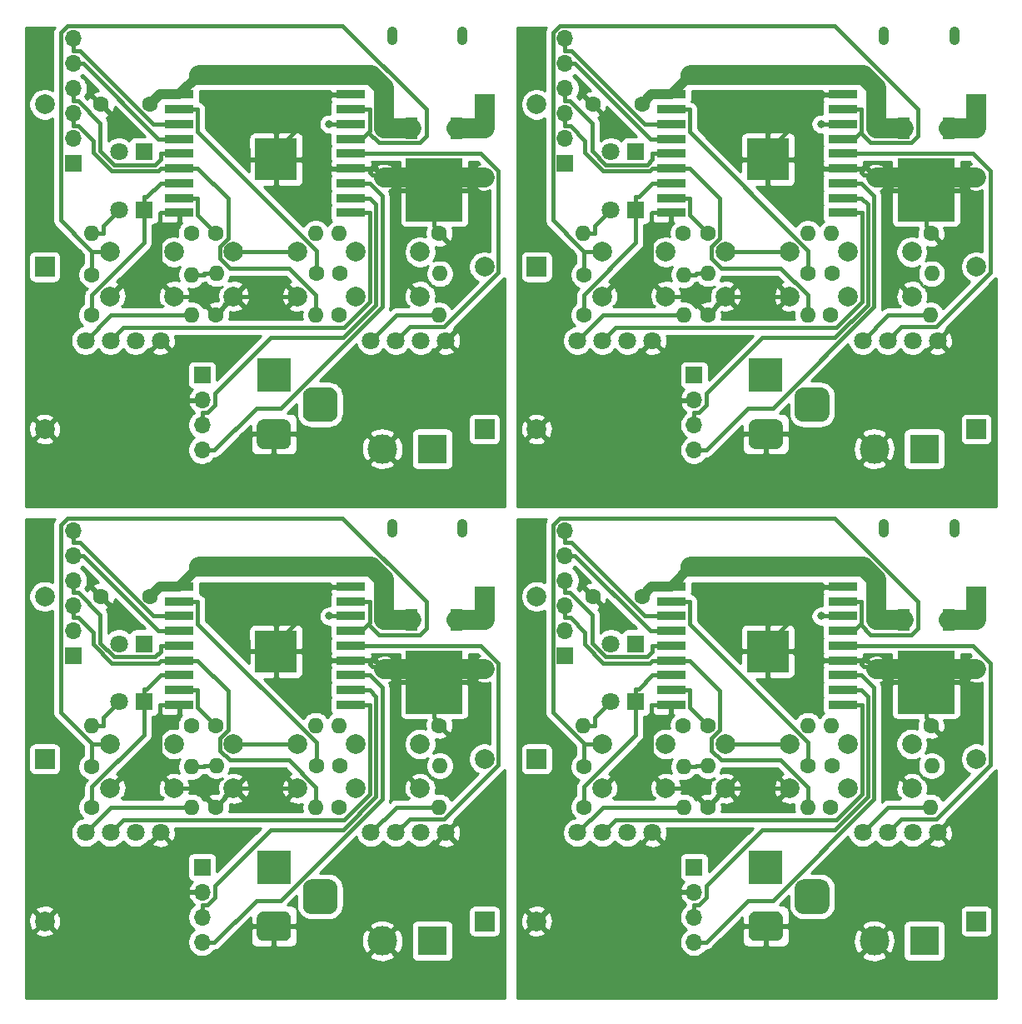
<source format=gtl>
G04 #@! TF.GenerationSoftware,KiCad,Pcbnew,(5.1.5)-3*
G04 #@! TF.CreationDate,2021-05-27T15:59:12+09:00*
G04 #@! TF.ProjectId,MyESP-WROOM-02(Mentsuke2x2),4d794553-502d-4575-924f-4f4d2d303228,rev?*
G04 #@! TF.SameCoordinates,Original*
G04 #@! TF.FileFunction,Copper,L1,Top*
G04 #@! TF.FilePolarity,Positive*
%FSLAX46Y46*%
G04 Gerber Fmt 4.6, Leading zero omitted, Abs format (unit mm)*
G04 Created by KiCad (PCBNEW (5.1.5)-3) date 2021-05-27 15:59:12*
%MOMM*%
%LPD*%
G04 APERTURE LIST*
%ADD10O,1.600000X1.600000*%
%ADD11C,1.600000*%
%ADD12C,1.800000*%
%ADD13R,1.800000X1.800000*%
%ADD14C,2.000000*%
%ADD15O,1.700000X1.700000*%
%ADD16R,1.700000X1.700000*%
%ADD17O,1.050000X1.900000*%
%ADD18C,0.100000*%
%ADD19R,3.500000X3.500000*%
%ADD20R,5.800000X6.400000*%
%ADD21R,1.200000X2.200000*%
%ADD22R,2.000000X2.000000*%
%ADD23R,4.300000X4.300000*%
%ADD24R,3.000000X0.912500*%
%ADD25C,3.000000*%
%ADD26R,3.000000X3.000000*%
%ADD27C,0.800000*%
%ADD28C,2.000000*%
%ADD29C,0.400000*%
%ADD30C,1.000000*%
%ADD31C,0.254000*%
G04 APERTURE END LIST*
D10*
X90040000Y-95700000D03*
D11*
X100200000Y-95700000D03*
D12*
X80160000Y-83300000D03*
D13*
X82700000Y-83300000D03*
D12*
X80160000Y-89200000D03*
D13*
X82700000Y-89200000D03*
D14*
X85750000Y-93500000D03*
X85750000Y-98000000D03*
X79250000Y-93500000D03*
X79250000Y-98000000D03*
D15*
X75500000Y-71800000D03*
X75500000Y-74340000D03*
X75500000Y-76880000D03*
X75500000Y-79420000D03*
X75500000Y-81960000D03*
D16*
X75500000Y-84500000D03*
D17*
X115075000Y-71550000D03*
X107925000Y-71550000D03*
D14*
X110750000Y-93500000D03*
X110750000Y-98000000D03*
X104250000Y-93500000D03*
X104250000Y-98000000D03*
G04 #@! TA.AperFunction,ComponentPad*
D18*
G36*
X101560765Y-107254213D02*
G01*
X101645704Y-107266813D01*
X101728999Y-107287677D01*
X101809848Y-107316605D01*
X101887472Y-107353319D01*
X101961124Y-107397464D01*
X102030094Y-107448616D01*
X102093718Y-107506282D01*
X102151384Y-107569906D01*
X102202536Y-107638876D01*
X102246681Y-107712528D01*
X102283395Y-107790152D01*
X102312323Y-107871001D01*
X102333187Y-107954296D01*
X102345787Y-108039235D01*
X102350000Y-108125000D01*
X102350000Y-109875000D01*
X102345787Y-109960765D01*
X102333187Y-110045704D01*
X102312323Y-110128999D01*
X102283395Y-110209848D01*
X102246681Y-110287472D01*
X102202536Y-110361124D01*
X102151384Y-110430094D01*
X102093718Y-110493718D01*
X102030094Y-110551384D01*
X101961124Y-110602536D01*
X101887472Y-110646681D01*
X101809848Y-110683395D01*
X101728999Y-110712323D01*
X101645704Y-110733187D01*
X101560765Y-110745787D01*
X101475000Y-110750000D01*
X99725000Y-110750000D01*
X99639235Y-110745787D01*
X99554296Y-110733187D01*
X99471001Y-110712323D01*
X99390152Y-110683395D01*
X99312528Y-110646681D01*
X99238876Y-110602536D01*
X99169906Y-110551384D01*
X99106282Y-110493718D01*
X99048616Y-110430094D01*
X98997464Y-110361124D01*
X98953319Y-110287472D01*
X98916605Y-110209848D01*
X98887677Y-110128999D01*
X98866813Y-110045704D01*
X98854213Y-109960765D01*
X98850000Y-109875000D01*
X98850000Y-108125000D01*
X98854213Y-108039235D01*
X98866813Y-107954296D01*
X98887677Y-107871001D01*
X98916605Y-107790152D01*
X98953319Y-107712528D01*
X98997464Y-107638876D01*
X99048616Y-107569906D01*
X99106282Y-107506282D01*
X99169906Y-107448616D01*
X99238876Y-107397464D01*
X99312528Y-107353319D01*
X99390152Y-107316605D01*
X99471001Y-107287677D01*
X99554296Y-107266813D01*
X99639235Y-107254213D01*
X99725000Y-107250000D01*
X101475000Y-107250000D01*
X101560765Y-107254213D01*
G37*
G04 #@! TD.AperFunction*
G04 #@! TA.AperFunction,ComponentPad*
G36*
X96973513Y-110503611D02*
G01*
X97046318Y-110514411D01*
X97117714Y-110532295D01*
X97187013Y-110557090D01*
X97253548Y-110588559D01*
X97316678Y-110626398D01*
X97375795Y-110670242D01*
X97430330Y-110719670D01*
X97479758Y-110774205D01*
X97523602Y-110833322D01*
X97561441Y-110896452D01*
X97592910Y-110962987D01*
X97617705Y-111032286D01*
X97635589Y-111103682D01*
X97646389Y-111176487D01*
X97650000Y-111250000D01*
X97650000Y-112750000D01*
X97646389Y-112823513D01*
X97635589Y-112896318D01*
X97617705Y-112967714D01*
X97592910Y-113037013D01*
X97561441Y-113103548D01*
X97523602Y-113166678D01*
X97479758Y-113225795D01*
X97430330Y-113280330D01*
X97375795Y-113329758D01*
X97316678Y-113373602D01*
X97253548Y-113411441D01*
X97187013Y-113442910D01*
X97117714Y-113467705D01*
X97046318Y-113485589D01*
X96973513Y-113496389D01*
X96900000Y-113500000D01*
X94900000Y-113500000D01*
X94826487Y-113496389D01*
X94753682Y-113485589D01*
X94682286Y-113467705D01*
X94612987Y-113442910D01*
X94546452Y-113411441D01*
X94483322Y-113373602D01*
X94424205Y-113329758D01*
X94369670Y-113280330D01*
X94320242Y-113225795D01*
X94276398Y-113166678D01*
X94238559Y-113103548D01*
X94207090Y-113037013D01*
X94182295Y-112967714D01*
X94164411Y-112896318D01*
X94153611Y-112823513D01*
X94150000Y-112750000D01*
X94150000Y-111250000D01*
X94153611Y-111176487D01*
X94164411Y-111103682D01*
X94182295Y-111032286D01*
X94207090Y-110962987D01*
X94238559Y-110896452D01*
X94276398Y-110833322D01*
X94320242Y-110774205D01*
X94369670Y-110719670D01*
X94424205Y-110670242D01*
X94483322Y-110626398D01*
X94546452Y-110588559D01*
X94612987Y-110557090D01*
X94682286Y-110532295D01*
X94753682Y-110514411D01*
X94826487Y-110503611D01*
X94900000Y-110500000D01*
X96900000Y-110500000D01*
X96973513Y-110503611D01*
G37*
G04 #@! TD.AperFunction*
D19*
X95900000Y-106000000D03*
D20*
X112200000Y-87200000D03*
D21*
X109920000Y-80900000D03*
X114480000Y-80900000D03*
D14*
X72600000Y-111500000D03*
D22*
X117300000Y-111500000D03*
D12*
X76750000Y-102500000D03*
X79290000Y-102500000D03*
X81830000Y-102500000D03*
X84370000Y-102500000D03*
D11*
X77400000Y-95800000D03*
D10*
X87560000Y-95800000D03*
D11*
X117300000Y-85900000D03*
X117300000Y-80900000D03*
D14*
X91800000Y-98000000D03*
X91800000Y-93500000D03*
X98300000Y-98000000D03*
X98300000Y-93500000D03*
D22*
X72600000Y-95000000D03*
D14*
X117300000Y-95000000D03*
D10*
X112660000Y-99900000D03*
D11*
X102500000Y-99900000D03*
D16*
X88600000Y-106000000D03*
D15*
X88600000Y-108540000D03*
X88600000Y-111080000D03*
X88600000Y-113620000D03*
D23*
X96120000Y-84080000D03*
D24*
X86262500Y-77500000D03*
X86262500Y-79000000D03*
X86262500Y-80500000D03*
X86262500Y-82000000D03*
X86262500Y-83500000D03*
X86262500Y-85000000D03*
X86262500Y-86500000D03*
X86262500Y-88000000D03*
X86262500Y-89500000D03*
X103737500Y-89500000D03*
X103737500Y-88000000D03*
X103737500Y-86500000D03*
X103737500Y-85000000D03*
X103737500Y-83500000D03*
X103737500Y-82000000D03*
X103737500Y-80500000D03*
X103737500Y-79000000D03*
X103737500Y-77500000D03*
D11*
X107100000Y-80900000D03*
X107100000Y-85900000D03*
D10*
X87560000Y-99900000D03*
D11*
X77400000Y-99900000D03*
X90000000Y-91600000D03*
D10*
X100160000Y-91600000D03*
D11*
X87500000Y-91600000D03*
D10*
X77340000Y-91600000D03*
D25*
X106920000Y-113500000D03*
D26*
X112000000Y-113500000D03*
D11*
X102600000Y-95700000D03*
D10*
X112760000Y-95700000D03*
D12*
X113370000Y-102500000D03*
X110830000Y-102500000D03*
X108290000Y-102500000D03*
X105750000Y-102500000D03*
D10*
X100160000Y-99900000D03*
D11*
X90000000Y-99900000D03*
D10*
X102540000Y-91600000D03*
D11*
X112700000Y-91600000D03*
D14*
X72600000Y-78500000D03*
D22*
X117300000Y-78500000D03*
D11*
X78300000Y-78500000D03*
X83300000Y-78500000D03*
D24*
X53737500Y-77500000D03*
X53737500Y-79000000D03*
X53737500Y-80500000D03*
X53737500Y-82000000D03*
X53737500Y-83500000D03*
X53737500Y-85000000D03*
X53737500Y-86500000D03*
X53737500Y-88000000D03*
X53737500Y-89500000D03*
X36262500Y-89500000D03*
X36262500Y-88000000D03*
X36262500Y-86500000D03*
X36262500Y-85000000D03*
X36262500Y-83500000D03*
X36262500Y-82000000D03*
X36262500Y-80500000D03*
X36262500Y-79000000D03*
X36262500Y-77500000D03*
D23*
X46120000Y-84080000D03*
D14*
X29250000Y-98000000D03*
X29250000Y-93500000D03*
X35750000Y-98000000D03*
X35750000Y-93500000D03*
D16*
X25500000Y-84500000D03*
D15*
X25500000Y-81960000D03*
X25500000Y-79420000D03*
X25500000Y-76880000D03*
X25500000Y-74340000D03*
X25500000Y-71800000D03*
D17*
X57925000Y-71550000D03*
X65075000Y-71550000D03*
D11*
X67300000Y-80900000D03*
X67300000Y-85900000D03*
D13*
X32700000Y-83300000D03*
D12*
X30160000Y-83300000D03*
D14*
X48300000Y-93500000D03*
X48300000Y-98000000D03*
X41800000Y-93500000D03*
X41800000Y-98000000D03*
D21*
X64480000Y-80900000D03*
X59920000Y-80900000D03*
D20*
X62200000Y-87200000D03*
D19*
X45900000Y-106000000D03*
G04 #@! TA.AperFunction,ComponentPad*
D18*
G36*
X46973513Y-110503611D02*
G01*
X47046318Y-110514411D01*
X47117714Y-110532295D01*
X47187013Y-110557090D01*
X47253548Y-110588559D01*
X47316678Y-110626398D01*
X47375795Y-110670242D01*
X47430330Y-110719670D01*
X47479758Y-110774205D01*
X47523602Y-110833322D01*
X47561441Y-110896452D01*
X47592910Y-110962987D01*
X47617705Y-111032286D01*
X47635589Y-111103682D01*
X47646389Y-111176487D01*
X47650000Y-111250000D01*
X47650000Y-112750000D01*
X47646389Y-112823513D01*
X47635589Y-112896318D01*
X47617705Y-112967714D01*
X47592910Y-113037013D01*
X47561441Y-113103548D01*
X47523602Y-113166678D01*
X47479758Y-113225795D01*
X47430330Y-113280330D01*
X47375795Y-113329758D01*
X47316678Y-113373602D01*
X47253548Y-113411441D01*
X47187013Y-113442910D01*
X47117714Y-113467705D01*
X47046318Y-113485589D01*
X46973513Y-113496389D01*
X46900000Y-113500000D01*
X44900000Y-113500000D01*
X44826487Y-113496389D01*
X44753682Y-113485589D01*
X44682286Y-113467705D01*
X44612987Y-113442910D01*
X44546452Y-113411441D01*
X44483322Y-113373602D01*
X44424205Y-113329758D01*
X44369670Y-113280330D01*
X44320242Y-113225795D01*
X44276398Y-113166678D01*
X44238559Y-113103548D01*
X44207090Y-113037013D01*
X44182295Y-112967714D01*
X44164411Y-112896318D01*
X44153611Y-112823513D01*
X44150000Y-112750000D01*
X44150000Y-111250000D01*
X44153611Y-111176487D01*
X44164411Y-111103682D01*
X44182295Y-111032286D01*
X44207090Y-110962987D01*
X44238559Y-110896452D01*
X44276398Y-110833322D01*
X44320242Y-110774205D01*
X44369670Y-110719670D01*
X44424205Y-110670242D01*
X44483322Y-110626398D01*
X44546452Y-110588559D01*
X44612987Y-110557090D01*
X44682286Y-110532295D01*
X44753682Y-110514411D01*
X44826487Y-110503611D01*
X44900000Y-110500000D01*
X46900000Y-110500000D01*
X46973513Y-110503611D01*
G37*
G04 #@! TD.AperFunction*
G04 #@! TA.AperFunction,ComponentPad*
G36*
X51560765Y-107254213D02*
G01*
X51645704Y-107266813D01*
X51728999Y-107287677D01*
X51809848Y-107316605D01*
X51887472Y-107353319D01*
X51961124Y-107397464D01*
X52030094Y-107448616D01*
X52093718Y-107506282D01*
X52151384Y-107569906D01*
X52202536Y-107638876D01*
X52246681Y-107712528D01*
X52283395Y-107790152D01*
X52312323Y-107871001D01*
X52333187Y-107954296D01*
X52345787Y-108039235D01*
X52350000Y-108125000D01*
X52350000Y-109875000D01*
X52345787Y-109960765D01*
X52333187Y-110045704D01*
X52312323Y-110128999D01*
X52283395Y-110209848D01*
X52246681Y-110287472D01*
X52202536Y-110361124D01*
X52151384Y-110430094D01*
X52093718Y-110493718D01*
X52030094Y-110551384D01*
X51961124Y-110602536D01*
X51887472Y-110646681D01*
X51809848Y-110683395D01*
X51728999Y-110712323D01*
X51645704Y-110733187D01*
X51560765Y-110745787D01*
X51475000Y-110750000D01*
X49725000Y-110750000D01*
X49639235Y-110745787D01*
X49554296Y-110733187D01*
X49471001Y-110712323D01*
X49390152Y-110683395D01*
X49312528Y-110646681D01*
X49238876Y-110602536D01*
X49169906Y-110551384D01*
X49106282Y-110493718D01*
X49048616Y-110430094D01*
X48997464Y-110361124D01*
X48953319Y-110287472D01*
X48916605Y-110209848D01*
X48887677Y-110128999D01*
X48866813Y-110045704D01*
X48854213Y-109960765D01*
X48850000Y-109875000D01*
X48850000Y-108125000D01*
X48854213Y-108039235D01*
X48866813Y-107954296D01*
X48887677Y-107871001D01*
X48916605Y-107790152D01*
X48953319Y-107712528D01*
X48997464Y-107638876D01*
X49048616Y-107569906D01*
X49106282Y-107506282D01*
X49169906Y-107448616D01*
X49238876Y-107397464D01*
X49312528Y-107353319D01*
X49390152Y-107316605D01*
X49471001Y-107287677D01*
X49554296Y-107266813D01*
X49639235Y-107254213D01*
X49725000Y-107250000D01*
X51475000Y-107250000D01*
X51560765Y-107254213D01*
G37*
G04 #@! TD.AperFunction*
D11*
X50200000Y-95700000D03*
D10*
X40040000Y-95700000D03*
D22*
X67300000Y-111500000D03*
D14*
X22600000Y-111500000D03*
X67300000Y-95000000D03*
D22*
X22600000Y-95000000D03*
D14*
X54250000Y-98000000D03*
X54250000Y-93500000D03*
X60750000Y-98000000D03*
X60750000Y-93500000D03*
D13*
X32700000Y-89200000D03*
D12*
X30160000Y-89200000D03*
D15*
X38600000Y-113620000D03*
X38600000Y-111080000D03*
X38600000Y-108540000D03*
D16*
X38600000Y-106000000D03*
D12*
X34370000Y-102500000D03*
X31830000Y-102500000D03*
X29290000Y-102500000D03*
X26750000Y-102500000D03*
D11*
X52500000Y-99900000D03*
D10*
X62660000Y-99900000D03*
X37560000Y-95800000D03*
D11*
X27400000Y-95800000D03*
X40000000Y-99900000D03*
D10*
X50160000Y-99900000D03*
D11*
X62700000Y-91600000D03*
D10*
X52540000Y-91600000D03*
D11*
X57100000Y-85900000D03*
X57100000Y-80900000D03*
X27400000Y-99900000D03*
D10*
X37560000Y-99900000D03*
X27340000Y-91600000D03*
D11*
X37500000Y-91600000D03*
D12*
X55750000Y-102500000D03*
X58290000Y-102500000D03*
X60830000Y-102500000D03*
X63370000Y-102500000D03*
D10*
X50160000Y-91600000D03*
D11*
X40000000Y-91600000D03*
D10*
X62760000Y-95700000D03*
D11*
X52600000Y-95700000D03*
D26*
X62000000Y-113500000D03*
D25*
X56920000Y-113500000D03*
D11*
X33300000Y-78500000D03*
X28300000Y-78500000D03*
D22*
X67300000Y-78500000D03*
D14*
X22600000Y-78500000D03*
D20*
X112200000Y-37200000D03*
D21*
X109920000Y-30900000D03*
X114480000Y-30900000D03*
D14*
X85750000Y-43500000D03*
X85750000Y-48000000D03*
X79250000Y-43500000D03*
X79250000Y-48000000D03*
D23*
X96120000Y-34080000D03*
D24*
X86262500Y-27500000D03*
X86262500Y-29000000D03*
X86262500Y-30500000D03*
X86262500Y-32000000D03*
X86262500Y-33500000D03*
X86262500Y-35000000D03*
X86262500Y-36500000D03*
X86262500Y-38000000D03*
X86262500Y-39500000D03*
X103737500Y-39500000D03*
X103737500Y-38000000D03*
X103737500Y-36500000D03*
X103737500Y-35000000D03*
X103737500Y-33500000D03*
X103737500Y-32000000D03*
X103737500Y-30500000D03*
X103737500Y-29000000D03*
X103737500Y-27500000D03*
D12*
X80160000Y-33300000D03*
D13*
X82700000Y-33300000D03*
D14*
X110750000Y-43500000D03*
X110750000Y-48000000D03*
X104250000Y-43500000D03*
X104250000Y-48000000D03*
D16*
X88600000Y-56000000D03*
D15*
X88600000Y-58540000D03*
X88600000Y-61080000D03*
X88600000Y-63620000D03*
D14*
X72600000Y-61500000D03*
D22*
X117300000Y-61500000D03*
D14*
X91800000Y-48000000D03*
X91800000Y-43500000D03*
X98300000Y-48000000D03*
X98300000Y-43500000D03*
D15*
X75500000Y-21800000D03*
X75500000Y-24340000D03*
X75500000Y-26880000D03*
X75500000Y-29420000D03*
X75500000Y-31960000D03*
D16*
X75500000Y-34500000D03*
G04 #@! TA.AperFunction,ComponentPad*
D18*
G36*
X101560765Y-57254213D02*
G01*
X101645704Y-57266813D01*
X101728999Y-57287677D01*
X101809848Y-57316605D01*
X101887472Y-57353319D01*
X101961124Y-57397464D01*
X102030094Y-57448616D01*
X102093718Y-57506282D01*
X102151384Y-57569906D01*
X102202536Y-57638876D01*
X102246681Y-57712528D01*
X102283395Y-57790152D01*
X102312323Y-57871001D01*
X102333187Y-57954296D01*
X102345787Y-58039235D01*
X102350000Y-58125000D01*
X102350000Y-59875000D01*
X102345787Y-59960765D01*
X102333187Y-60045704D01*
X102312323Y-60128999D01*
X102283395Y-60209848D01*
X102246681Y-60287472D01*
X102202536Y-60361124D01*
X102151384Y-60430094D01*
X102093718Y-60493718D01*
X102030094Y-60551384D01*
X101961124Y-60602536D01*
X101887472Y-60646681D01*
X101809848Y-60683395D01*
X101728999Y-60712323D01*
X101645704Y-60733187D01*
X101560765Y-60745787D01*
X101475000Y-60750000D01*
X99725000Y-60750000D01*
X99639235Y-60745787D01*
X99554296Y-60733187D01*
X99471001Y-60712323D01*
X99390152Y-60683395D01*
X99312528Y-60646681D01*
X99238876Y-60602536D01*
X99169906Y-60551384D01*
X99106282Y-60493718D01*
X99048616Y-60430094D01*
X98997464Y-60361124D01*
X98953319Y-60287472D01*
X98916605Y-60209848D01*
X98887677Y-60128999D01*
X98866813Y-60045704D01*
X98854213Y-59960765D01*
X98850000Y-59875000D01*
X98850000Y-58125000D01*
X98854213Y-58039235D01*
X98866813Y-57954296D01*
X98887677Y-57871001D01*
X98916605Y-57790152D01*
X98953319Y-57712528D01*
X98997464Y-57638876D01*
X99048616Y-57569906D01*
X99106282Y-57506282D01*
X99169906Y-57448616D01*
X99238876Y-57397464D01*
X99312528Y-57353319D01*
X99390152Y-57316605D01*
X99471001Y-57287677D01*
X99554296Y-57266813D01*
X99639235Y-57254213D01*
X99725000Y-57250000D01*
X101475000Y-57250000D01*
X101560765Y-57254213D01*
G37*
G04 #@! TD.AperFunction*
G04 #@! TA.AperFunction,ComponentPad*
G36*
X96973513Y-60503611D02*
G01*
X97046318Y-60514411D01*
X97117714Y-60532295D01*
X97187013Y-60557090D01*
X97253548Y-60588559D01*
X97316678Y-60626398D01*
X97375795Y-60670242D01*
X97430330Y-60719670D01*
X97479758Y-60774205D01*
X97523602Y-60833322D01*
X97561441Y-60896452D01*
X97592910Y-60962987D01*
X97617705Y-61032286D01*
X97635589Y-61103682D01*
X97646389Y-61176487D01*
X97650000Y-61250000D01*
X97650000Y-62750000D01*
X97646389Y-62823513D01*
X97635589Y-62896318D01*
X97617705Y-62967714D01*
X97592910Y-63037013D01*
X97561441Y-63103548D01*
X97523602Y-63166678D01*
X97479758Y-63225795D01*
X97430330Y-63280330D01*
X97375795Y-63329758D01*
X97316678Y-63373602D01*
X97253548Y-63411441D01*
X97187013Y-63442910D01*
X97117714Y-63467705D01*
X97046318Y-63485589D01*
X96973513Y-63496389D01*
X96900000Y-63500000D01*
X94900000Y-63500000D01*
X94826487Y-63496389D01*
X94753682Y-63485589D01*
X94682286Y-63467705D01*
X94612987Y-63442910D01*
X94546452Y-63411441D01*
X94483322Y-63373602D01*
X94424205Y-63329758D01*
X94369670Y-63280330D01*
X94320242Y-63225795D01*
X94276398Y-63166678D01*
X94238559Y-63103548D01*
X94207090Y-63037013D01*
X94182295Y-62967714D01*
X94164411Y-62896318D01*
X94153611Y-62823513D01*
X94150000Y-62750000D01*
X94150000Y-61250000D01*
X94153611Y-61176487D01*
X94164411Y-61103682D01*
X94182295Y-61032286D01*
X94207090Y-60962987D01*
X94238559Y-60896452D01*
X94276398Y-60833322D01*
X94320242Y-60774205D01*
X94369670Y-60719670D01*
X94424205Y-60670242D01*
X94483322Y-60626398D01*
X94546452Y-60588559D01*
X94612987Y-60557090D01*
X94682286Y-60532295D01*
X94753682Y-60514411D01*
X94826487Y-60503611D01*
X94900000Y-60500000D01*
X96900000Y-60500000D01*
X96973513Y-60503611D01*
G37*
G04 #@! TD.AperFunction*
D19*
X95900000Y-56000000D03*
D12*
X76750000Y-52500000D03*
X79290000Y-52500000D03*
X81830000Y-52500000D03*
X84370000Y-52500000D03*
D17*
X115075000Y-21550000D03*
X107925000Y-21550000D03*
D12*
X80160000Y-39200000D03*
D13*
X82700000Y-39200000D03*
D11*
X117300000Y-35900000D03*
X117300000Y-30900000D03*
D22*
X72600000Y-45000000D03*
D14*
X117300000Y-45000000D03*
D10*
X90040000Y-45700000D03*
D11*
X100200000Y-45700000D03*
X102600000Y-45700000D03*
D10*
X112760000Y-45700000D03*
D25*
X106920000Y-63500000D03*
D26*
X112000000Y-63500000D03*
D11*
X78300000Y-28500000D03*
X83300000Y-28500000D03*
D14*
X72600000Y-28500000D03*
D22*
X117300000Y-28500000D03*
D10*
X112660000Y-49900000D03*
D11*
X102500000Y-49900000D03*
X77400000Y-45800000D03*
D10*
X87560000Y-45800000D03*
X100160000Y-49900000D03*
D11*
X90000000Y-49900000D03*
D10*
X87560000Y-49900000D03*
D11*
X77400000Y-49900000D03*
D12*
X113370000Y-52500000D03*
X110830000Y-52500000D03*
X108290000Y-52500000D03*
X105750000Y-52500000D03*
D10*
X102540000Y-41600000D03*
D11*
X112700000Y-41600000D03*
X107100000Y-30900000D03*
X107100000Y-35900000D03*
X90000000Y-41600000D03*
D10*
X100160000Y-41600000D03*
D11*
X87500000Y-41600000D03*
D10*
X77340000Y-41600000D03*
D22*
X67300000Y-61500000D03*
D14*
X22600000Y-61500000D03*
D16*
X25500000Y-34500000D03*
D15*
X25500000Y-31960000D03*
X25500000Y-29420000D03*
X25500000Y-26880000D03*
X25500000Y-24340000D03*
X25500000Y-21800000D03*
D19*
X45900000Y-56000000D03*
G04 #@! TA.AperFunction,ComponentPad*
D18*
G36*
X46973513Y-60503611D02*
G01*
X47046318Y-60514411D01*
X47117714Y-60532295D01*
X47187013Y-60557090D01*
X47253548Y-60588559D01*
X47316678Y-60626398D01*
X47375795Y-60670242D01*
X47430330Y-60719670D01*
X47479758Y-60774205D01*
X47523602Y-60833322D01*
X47561441Y-60896452D01*
X47592910Y-60962987D01*
X47617705Y-61032286D01*
X47635589Y-61103682D01*
X47646389Y-61176487D01*
X47650000Y-61250000D01*
X47650000Y-62750000D01*
X47646389Y-62823513D01*
X47635589Y-62896318D01*
X47617705Y-62967714D01*
X47592910Y-63037013D01*
X47561441Y-63103548D01*
X47523602Y-63166678D01*
X47479758Y-63225795D01*
X47430330Y-63280330D01*
X47375795Y-63329758D01*
X47316678Y-63373602D01*
X47253548Y-63411441D01*
X47187013Y-63442910D01*
X47117714Y-63467705D01*
X47046318Y-63485589D01*
X46973513Y-63496389D01*
X46900000Y-63500000D01*
X44900000Y-63500000D01*
X44826487Y-63496389D01*
X44753682Y-63485589D01*
X44682286Y-63467705D01*
X44612987Y-63442910D01*
X44546452Y-63411441D01*
X44483322Y-63373602D01*
X44424205Y-63329758D01*
X44369670Y-63280330D01*
X44320242Y-63225795D01*
X44276398Y-63166678D01*
X44238559Y-63103548D01*
X44207090Y-63037013D01*
X44182295Y-62967714D01*
X44164411Y-62896318D01*
X44153611Y-62823513D01*
X44150000Y-62750000D01*
X44150000Y-61250000D01*
X44153611Y-61176487D01*
X44164411Y-61103682D01*
X44182295Y-61032286D01*
X44207090Y-60962987D01*
X44238559Y-60896452D01*
X44276398Y-60833322D01*
X44320242Y-60774205D01*
X44369670Y-60719670D01*
X44424205Y-60670242D01*
X44483322Y-60626398D01*
X44546452Y-60588559D01*
X44612987Y-60557090D01*
X44682286Y-60532295D01*
X44753682Y-60514411D01*
X44826487Y-60503611D01*
X44900000Y-60500000D01*
X46900000Y-60500000D01*
X46973513Y-60503611D01*
G37*
G04 #@! TD.AperFunction*
G04 #@! TA.AperFunction,ComponentPad*
G36*
X51560765Y-57254213D02*
G01*
X51645704Y-57266813D01*
X51728999Y-57287677D01*
X51809848Y-57316605D01*
X51887472Y-57353319D01*
X51961124Y-57397464D01*
X52030094Y-57448616D01*
X52093718Y-57506282D01*
X52151384Y-57569906D01*
X52202536Y-57638876D01*
X52246681Y-57712528D01*
X52283395Y-57790152D01*
X52312323Y-57871001D01*
X52333187Y-57954296D01*
X52345787Y-58039235D01*
X52350000Y-58125000D01*
X52350000Y-59875000D01*
X52345787Y-59960765D01*
X52333187Y-60045704D01*
X52312323Y-60128999D01*
X52283395Y-60209848D01*
X52246681Y-60287472D01*
X52202536Y-60361124D01*
X52151384Y-60430094D01*
X52093718Y-60493718D01*
X52030094Y-60551384D01*
X51961124Y-60602536D01*
X51887472Y-60646681D01*
X51809848Y-60683395D01*
X51728999Y-60712323D01*
X51645704Y-60733187D01*
X51560765Y-60745787D01*
X51475000Y-60750000D01*
X49725000Y-60750000D01*
X49639235Y-60745787D01*
X49554296Y-60733187D01*
X49471001Y-60712323D01*
X49390152Y-60683395D01*
X49312528Y-60646681D01*
X49238876Y-60602536D01*
X49169906Y-60551384D01*
X49106282Y-60493718D01*
X49048616Y-60430094D01*
X48997464Y-60361124D01*
X48953319Y-60287472D01*
X48916605Y-60209848D01*
X48887677Y-60128999D01*
X48866813Y-60045704D01*
X48854213Y-59960765D01*
X48850000Y-59875000D01*
X48850000Y-58125000D01*
X48854213Y-58039235D01*
X48866813Y-57954296D01*
X48887677Y-57871001D01*
X48916605Y-57790152D01*
X48953319Y-57712528D01*
X48997464Y-57638876D01*
X49048616Y-57569906D01*
X49106282Y-57506282D01*
X49169906Y-57448616D01*
X49238876Y-57397464D01*
X49312528Y-57353319D01*
X49390152Y-57316605D01*
X49471001Y-57287677D01*
X49554296Y-57266813D01*
X49639235Y-57254213D01*
X49725000Y-57250000D01*
X51475000Y-57250000D01*
X51560765Y-57254213D01*
G37*
G04 #@! TD.AperFunction*
D15*
X38600000Y-63620000D03*
X38600000Y-61080000D03*
X38600000Y-58540000D03*
D16*
X38600000Y-56000000D03*
D14*
X48300000Y-43500000D03*
X48300000Y-48000000D03*
X41800000Y-43500000D03*
X41800000Y-48000000D03*
D12*
X34370000Y-52500000D03*
X31830000Y-52500000D03*
X29290000Y-52500000D03*
X26750000Y-52500000D03*
X55750000Y-52500000D03*
X58290000Y-52500000D03*
X60830000Y-52500000D03*
X63370000Y-52500000D03*
D22*
X67300000Y-28500000D03*
D14*
X22600000Y-28500000D03*
X67300000Y-45000000D03*
D22*
X22600000Y-45000000D03*
D11*
X67300000Y-30900000D03*
X67300000Y-35900000D03*
X57100000Y-35900000D03*
X57100000Y-30900000D03*
X33300000Y-28500000D03*
X28300000Y-28500000D03*
D13*
X32700000Y-39200000D03*
D12*
X30160000Y-39200000D03*
D17*
X57925000Y-21550000D03*
X65075000Y-21550000D03*
D26*
X62000000Y-63500000D03*
D25*
X56920000Y-63500000D03*
D10*
X62760000Y-45700000D03*
D11*
X52600000Y-45700000D03*
X62700000Y-41600000D03*
D10*
X52540000Y-41600000D03*
D11*
X50200000Y-45700000D03*
D10*
X40040000Y-45700000D03*
D11*
X27400000Y-49900000D03*
D10*
X37560000Y-49900000D03*
D11*
X40000000Y-49900000D03*
D10*
X50160000Y-49900000D03*
X27340000Y-41600000D03*
D11*
X37500000Y-41600000D03*
D10*
X37560000Y-45800000D03*
D11*
X27400000Y-45800000D03*
D10*
X50160000Y-41600000D03*
D11*
X40000000Y-41600000D03*
X52500000Y-49900000D03*
D10*
X62660000Y-49900000D03*
D14*
X29250000Y-48000000D03*
X29250000Y-43500000D03*
X35750000Y-48000000D03*
X35750000Y-43500000D03*
X54250000Y-48000000D03*
X54250000Y-43500000D03*
X60750000Y-48000000D03*
X60750000Y-43500000D03*
D21*
X64480000Y-30900000D03*
X59920000Y-30900000D03*
D20*
X62200000Y-37200000D03*
D24*
X53737500Y-27500000D03*
X53737500Y-29000000D03*
X53737500Y-30500000D03*
X53737500Y-32000000D03*
X53737500Y-33500000D03*
X53737500Y-35000000D03*
X53737500Y-36500000D03*
X53737500Y-38000000D03*
X53737500Y-39500000D03*
X36262500Y-39500000D03*
X36262500Y-38000000D03*
X36262500Y-36500000D03*
X36262500Y-35000000D03*
X36262500Y-33500000D03*
X36262500Y-32000000D03*
X36262500Y-30500000D03*
X36262500Y-29000000D03*
X36262500Y-27500000D03*
D23*
X46120000Y-34080000D03*
D13*
X32700000Y-33300000D03*
D12*
X30160000Y-33300000D03*
D27*
X51515200Y-30500000D03*
X101515200Y-30500000D03*
X51515200Y-80500000D03*
X101515200Y-80500000D03*
D28*
X67300000Y-30900000D02*
X64480000Y-30900000D01*
X67300000Y-28500000D02*
X67300000Y-30900000D01*
X117300000Y-30900000D02*
X114480000Y-30900000D01*
X117300000Y-28500000D02*
X117300000Y-30900000D01*
X67300000Y-80900000D02*
X64480000Y-80900000D01*
X67300000Y-78500000D02*
X67300000Y-80900000D01*
X117300000Y-80900000D02*
X114480000Y-80900000D01*
X117300000Y-78500000D02*
X117300000Y-80900000D01*
D29*
X62200000Y-37200000D02*
X62200000Y-40800300D01*
X62200000Y-40800300D02*
X62700000Y-41300300D01*
X62700000Y-41300300D02*
X62700000Y-41600000D01*
D28*
X59000000Y-35900000D02*
X60900000Y-35900000D01*
X60900000Y-35900000D02*
X62200000Y-37200000D01*
D29*
X53737500Y-35000000D02*
X55637800Y-35000000D01*
X59000000Y-35900000D02*
X58743300Y-35643300D01*
X58743300Y-35643300D02*
X55879000Y-35643300D01*
X55879000Y-35643300D02*
X55637800Y-35402100D01*
X55637800Y-35402100D02*
X55637800Y-35000000D01*
D28*
X57100000Y-35900000D02*
X59000000Y-35900000D01*
D29*
X53737500Y-27500000D02*
X51837200Y-27500000D01*
X46674000Y-34080000D02*
X46674000Y-32663200D01*
X46674000Y-32663200D02*
X51837200Y-27500000D01*
X46674000Y-34080000D02*
X48670300Y-34080000D01*
X46120000Y-34080000D02*
X46674000Y-34080000D01*
X53737500Y-35000000D02*
X49590300Y-35000000D01*
X49590300Y-35000000D02*
X48670300Y-34080000D01*
X45900000Y-62000000D02*
X55420000Y-62000000D01*
X55420000Y-62000000D02*
X56920000Y-63500000D01*
X40000000Y-49900000D02*
X38100000Y-48000000D01*
X38100000Y-48000000D02*
X35750000Y-48000000D01*
X41800000Y-48000000D02*
X41800000Y-48100000D01*
X41800000Y-48100000D02*
X40000000Y-49900000D01*
X34301900Y-46551900D02*
X35750000Y-48000000D01*
X48300000Y-48000000D02*
X41800000Y-48000000D01*
X34362200Y-39500000D02*
X34301900Y-39560300D01*
X34301900Y-39560300D02*
X34301900Y-46551900D01*
X34301900Y-46551900D02*
X30698100Y-46551900D01*
X30698100Y-46551900D02*
X29250000Y-48000000D01*
X36262500Y-39500000D02*
X34362200Y-39500000D01*
D28*
X67300000Y-35900000D02*
X63500000Y-35900000D01*
X63500000Y-35900000D02*
X62200000Y-37200000D01*
D29*
X84301900Y-46551900D02*
X80698100Y-46551900D01*
X86262500Y-39500000D02*
X84362200Y-39500000D01*
X80698100Y-46551900D02*
X79250000Y-48000000D01*
D28*
X117300000Y-35900000D02*
X113500000Y-35900000D01*
D29*
X84362200Y-39500000D02*
X84301900Y-39560300D01*
D28*
X113500000Y-35900000D02*
X112200000Y-37200000D01*
D29*
X84301900Y-39560300D02*
X84301900Y-46551900D01*
X112700000Y-41300300D02*
X112700000Y-41600000D01*
D28*
X109000000Y-35900000D02*
X110900000Y-35900000D01*
D29*
X112200000Y-37200000D02*
X112200000Y-40800300D01*
D28*
X110900000Y-35900000D02*
X112200000Y-37200000D01*
D29*
X108743300Y-35643300D02*
X105879000Y-35643300D01*
X105879000Y-35643300D02*
X105637800Y-35402100D01*
X109000000Y-35900000D02*
X108743300Y-35643300D01*
X103737500Y-35000000D02*
X105637800Y-35000000D01*
X105637800Y-35402100D02*
X105637800Y-35000000D01*
X112200000Y-40800300D02*
X112700000Y-41300300D01*
X95900000Y-62000000D02*
X105420000Y-62000000D01*
X103737500Y-27500000D02*
X101837200Y-27500000D01*
X96674000Y-34080000D02*
X98670300Y-34080000D01*
X88100000Y-48000000D02*
X85750000Y-48000000D01*
X91800000Y-48100000D02*
X90000000Y-49900000D01*
D28*
X107100000Y-35900000D02*
X109000000Y-35900000D01*
D29*
X84301900Y-46551900D02*
X85750000Y-48000000D01*
X98300000Y-48000000D02*
X91800000Y-48000000D01*
X96674000Y-32663200D02*
X101837200Y-27500000D01*
X96674000Y-34080000D02*
X96674000Y-32663200D01*
X99590300Y-35000000D02*
X98670300Y-34080000D01*
X105420000Y-62000000D02*
X106920000Y-63500000D01*
X103737500Y-35000000D02*
X99590300Y-35000000D01*
X96120000Y-34080000D02*
X96674000Y-34080000D01*
X90000000Y-49900000D02*
X88100000Y-48000000D01*
X91800000Y-48000000D02*
X91800000Y-48100000D01*
X41800000Y-98100000D02*
X40000000Y-99900000D01*
X46674000Y-84080000D02*
X48670300Y-84080000D01*
X45900000Y-112000000D02*
X55420000Y-112000000D01*
X53737500Y-77500000D02*
X51837200Y-77500000D01*
X38100000Y-98000000D02*
X35750000Y-98000000D01*
D28*
X57100000Y-85900000D02*
X59000000Y-85900000D01*
D29*
X58743300Y-85643300D02*
X55879000Y-85643300D01*
D28*
X63500000Y-85900000D02*
X62200000Y-87200000D01*
X59000000Y-85900000D02*
X60900000Y-85900000D01*
D29*
X62200000Y-87200000D02*
X62200000Y-90800300D01*
D28*
X67300000Y-85900000D02*
X63500000Y-85900000D01*
D29*
X36262500Y-89500000D02*
X34362200Y-89500000D01*
X62200000Y-90800300D02*
X62700000Y-91300300D01*
X30698100Y-96551900D02*
X29250000Y-98000000D01*
X59000000Y-85900000D02*
X58743300Y-85643300D01*
X55637800Y-85402100D02*
X55637800Y-85000000D01*
D28*
X60900000Y-85900000D02*
X62200000Y-87200000D01*
D29*
X55879000Y-85643300D02*
X55637800Y-85402100D01*
X62700000Y-91300300D02*
X62700000Y-91600000D01*
X34362200Y-89500000D02*
X34301900Y-89560300D01*
X34301900Y-96551900D02*
X30698100Y-96551900D01*
X53737500Y-85000000D02*
X55637800Y-85000000D01*
X34301900Y-89560300D02*
X34301900Y-96551900D01*
X34301900Y-96551900D02*
X35750000Y-98000000D01*
X46674000Y-84080000D02*
X46674000Y-82663200D01*
X41800000Y-98000000D02*
X41800000Y-98100000D01*
X46120000Y-84080000D02*
X46674000Y-84080000D01*
X40000000Y-99900000D02*
X38100000Y-98000000D01*
X49590300Y-85000000D02*
X48670300Y-84080000D01*
X53737500Y-85000000D02*
X49590300Y-85000000D01*
X48300000Y-98000000D02*
X41800000Y-98000000D01*
X55420000Y-112000000D02*
X56920000Y-113500000D01*
X46674000Y-82663200D02*
X51837200Y-77500000D01*
X95900000Y-112000000D02*
X105420000Y-112000000D01*
X88100000Y-98000000D02*
X85750000Y-98000000D01*
X103737500Y-77500000D02*
X101837200Y-77500000D01*
D28*
X107100000Y-85900000D02*
X109000000Y-85900000D01*
D29*
X91800000Y-98100000D02*
X90000000Y-99900000D01*
X96674000Y-84080000D02*
X98670300Y-84080000D01*
X105879000Y-85643300D02*
X105637800Y-85402100D01*
X112700000Y-91300300D02*
X112700000Y-91600000D01*
D28*
X110900000Y-85900000D02*
X112200000Y-87200000D01*
D29*
X105637800Y-85402100D02*
X105637800Y-85000000D01*
X112200000Y-87200000D02*
X112200000Y-90800300D01*
X80698100Y-96551900D02*
X79250000Y-98000000D01*
X84362200Y-89500000D02*
X84301900Y-89560300D01*
X112200000Y-90800300D02*
X112700000Y-91300300D01*
X109000000Y-85900000D02*
X108743300Y-85643300D01*
X86262500Y-89500000D02*
X84362200Y-89500000D01*
X108743300Y-85643300D02*
X105879000Y-85643300D01*
D28*
X117300000Y-85900000D02*
X113500000Y-85900000D01*
X109000000Y-85900000D02*
X110900000Y-85900000D01*
X113500000Y-85900000D02*
X112200000Y-87200000D01*
D29*
X84301900Y-96551900D02*
X85750000Y-98000000D01*
X91800000Y-98000000D02*
X91800000Y-98100000D01*
X96674000Y-84080000D02*
X96674000Y-82663200D01*
X96120000Y-84080000D02*
X96674000Y-84080000D01*
X84301900Y-89560300D02*
X84301900Y-96551900D01*
X90000000Y-99900000D02*
X88100000Y-98000000D01*
X99590300Y-85000000D02*
X98670300Y-84080000D01*
X103737500Y-85000000D02*
X105637800Y-85000000D01*
X84301900Y-96551900D02*
X80698100Y-96551900D01*
X105420000Y-112000000D02*
X106920000Y-113500000D01*
X103737500Y-85000000D02*
X99590300Y-85000000D01*
X98300000Y-98000000D02*
X91800000Y-98000000D01*
X96674000Y-82663200D02*
X101837200Y-77500000D01*
X37560000Y-49900000D02*
X29350000Y-49900000D01*
X29350000Y-49900000D02*
X26750000Y-52500000D01*
X40040000Y-45700000D02*
X38839700Y-45700000D01*
X37560000Y-45800000D02*
X38760300Y-45800000D01*
X38839700Y-45700000D02*
X38839700Y-45720600D01*
X38839700Y-45720600D02*
X38760300Y-45800000D01*
X62660000Y-49900000D02*
X58350000Y-49900000D01*
X58350000Y-49900000D02*
X55750000Y-52500000D01*
D30*
X36262500Y-27500000D02*
X34300000Y-27500000D01*
X34300000Y-27500000D02*
X33300000Y-28500000D01*
X38262500Y-25500000D02*
X36262500Y-27500000D01*
D28*
X57100000Y-30900000D02*
X57100000Y-26746200D01*
X57100000Y-26746200D02*
X55853800Y-25500000D01*
X55853800Y-25500000D02*
X38262500Y-25500000D01*
X59920000Y-30900000D02*
X57100000Y-30900000D01*
D29*
X90040000Y-45700000D02*
X88839700Y-45700000D01*
X112660000Y-49900000D02*
X108350000Y-49900000D01*
X87560000Y-49900000D02*
X79350000Y-49900000D01*
X79350000Y-49900000D02*
X76750000Y-52500000D01*
X87560000Y-45800000D02*
X88760300Y-45800000D01*
X88839700Y-45700000D02*
X88839700Y-45720600D01*
X88839700Y-45720600D02*
X88760300Y-45800000D01*
D28*
X107100000Y-30900000D02*
X107100000Y-26746200D01*
X109920000Y-30900000D02*
X107100000Y-30900000D01*
D29*
X108350000Y-49900000D02*
X105750000Y-52500000D01*
D30*
X84300000Y-27500000D02*
X83300000Y-28500000D01*
D28*
X107100000Y-26746200D02*
X105853800Y-25500000D01*
D30*
X88262500Y-25500000D02*
X86262500Y-27500000D01*
D28*
X105853800Y-25500000D02*
X88262500Y-25500000D01*
D30*
X86262500Y-27500000D02*
X84300000Y-27500000D01*
D28*
X57100000Y-76746200D02*
X55853800Y-75500000D01*
D30*
X34300000Y-77500000D02*
X33300000Y-78500000D01*
X38262500Y-75500000D02*
X36262500Y-77500000D01*
D28*
X55853800Y-75500000D02*
X38262500Y-75500000D01*
D30*
X36262500Y-77500000D02*
X34300000Y-77500000D01*
D29*
X62660000Y-99900000D02*
X58350000Y-99900000D01*
X37560000Y-99900000D02*
X29350000Y-99900000D01*
X29350000Y-99900000D02*
X26750000Y-102500000D01*
X40040000Y-95700000D02*
X38839700Y-95700000D01*
X37560000Y-95800000D02*
X38760300Y-95800000D01*
X38839700Y-95700000D02*
X38839700Y-95720600D01*
X38839700Y-95720600D02*
X38760300Y-95800000D01*
D28*
X57100000Y-80900000D02*
X57100000Y-76746200D01*
X59920000Y-80900000D02*
X57100000Y-80900000D01*
D29*
X58350000Y-99900000D02*
X55750000Y-102500000D01*
X112660000Y-99900000D02*
X108350000Y-99900000D01*
D30*
X84300000Y-77500000D02*
X83300000Y-78500000D01*
D28*
X105853800Y-75500000D02*
X88262500Y-75500000D01*
D30*
X86262500Y-77500000D02*
X84300000Y-77500000D01*
X88262500Y-75500000D02*
X86262500Y-77500000D01*
D28*
X107100000Y-76746200D02*
X105853800Y-75500000D01*
D29*
X87560000Y-95800000D02*
X88760300Y-95800000D01*
X87560000Y-99900000D02*
X79350000Y-99900000D01*
X90040000Y-95700000D02*
X88839700Y-95700000D01*
X79350000Y-99900000D02*
X76750000Y-102500000D01*
X88839700Y-95700000D02*
X88839700Y-95720600D01*
X88839700Y-95720600D02*
X88760300Y-95800000D01*
D28*
X109920000Y-80900000D02*
X107100000Y-80900000D01*
D29*
X108350000Y-99900000D02*
X105750000Y-102500000D01*
D28*
X107100000Y-80900000D02*
X107100000Y-76746200D01*
D29*
X32700000Y-39200000D02*
X32700000Y-37899700D01*
X36262500Y-36500000D02*
X34362200Y-36500000D01*
X34362200Y-36500000D02*
X32962500Y-37899700D01*
X32962500Y-37899700D02*
X32700000Y-37899700D01*
X27400000Y-49900000D02*
X27400000Y-47849500D01*
X27400000Y-47849500D02*
X32700000Y-42549500D01*
X32700000Y-42549500D02*
X32700000Y-39200000D01*
X86262500Y-36500000D02*
X84362200Y-36500000D01*
X82700000Y-39200000D02*
X82700000Y-37899700D01*
X77400000Y-47849500D02*
X82700000Y-42549500D01*
X77400000Y-49900000D02*
X77400000Y-47849500D01*
X82962500Y-37899700D02*
X82700000Y-37899700D01*
X82700000Y-42549500D02*
X82700000Y-39200000D01*
X84362200Y-36500000D02*
X82962500Y-37899700D01*
X32700000Y-92549500D02*
X32700000Y-89200000D01*
X34362200Y-86500000D02*
X32962500Y-87899700D01*
X27400000Y-99900000D02*
X27400000Y-97849500D01*
X32962500Y-87899700D02*
X32700000Y-87899700D01*
X27400000Y-97849500D02*
X32700000Y-92549500D01*
X32700000Y-89200000D02*
X32700000Y-87899700D01*
X36262500Y-86500000D02*
X34362200Y-86500000D01*
X82700000Y-92549500D02*
X82700000Y-89200000D01*
X84362200Y-86500000D02*
X82962500Y-87899700D01*
X82962500Y-87899700D02*
X82700000Y-87899700D01*
X77400000Y-99900000D02*
X77400000Y-97849500D01*
X82700000Y-89200000D02*
X82700000Y-87899700D01*
X77400000Y-97849500D02*
X82700000Y-92549500D01*
X86262500Y-86500000D02*
X84362200Y-86500000D01*
X27340000Y-41600000D02*
X28540300Y-41600000D01*
X28540300Y-41600000D02*
X28540300Y-40819700D01*
X28540300Y-40819700D02*
X30160000Y-39200000D01*
X78540300Y-40819700D02*
X80160000Y-39200000D01*
X78540300Y-41600000D02*
X78540300Y-40819700D01*
X77340000Y-41600000D02*
X78540300Y-41600000D01*
X27340000Y-91600000D02*
X28540300Y-91600000D01*
X28540300Y-90819700D02*
X30160000Y-89200000D01*
X28540300Y-91600000D02*
X28540300Y-90819700D01*
X77340000Y-91600000D02*
X78540300Y-91600000D01*
X78540300Y-91600000D02*
X78540300Y-90819700D01*
X78540300Y-90819700D02*
X80160000Y-89200000D01*
X38600000Y-63620000D02*
X39850300Y-63620000D01*
X53737500Y-36500000D02*
X55637800Y-36500000D01*
X55637800Y-36500000D02*
X56901300Y-37763500D01*
X56901300Y-37763500D02*
X56901300Y-49079700D01*
X56901300Y-49079700D02*
X46607000Y-59374000D01*
X46607000Y-59374000D02*
X44096300Y-59374000D01*
X44096300Y-59374000D02*
X39850300Y-63620000D01*
X94096300Y-59374000D02*
X89850300Y-63620000D01*
X105637800Y-36500000D02*
X106901300Y-37763500D01*
X88600000Y-63620000D02*
X89850300Y-63620000D01*
X96607000Y-59374000D02*
X94096300Y-59374000D01*
X106901300Y-37763500D02*
X106901300Y-49079700D01*
X103737500Y-36500000D02*
X105637800Y-36500000D01*
X106901300Y-49079700D02*
X96607000Y-59374000D01*
X56901300Y-87763500D02*
X56901300Y-99079700D01*
X44096300Y-109374000D02*
X39850300Y-113620000D01*
X53737500Y-86500000D02*
X55637800Y-86500000D01*
X55637800Y-86500000D02*
X56901300Y-87763500D01*
X46607000Y-109374000D02*
X44096300Y-109374000D01*
X38600000Y-113620000D02*
X39850300Y-113620000D01*
X56901300Y-99079700D02*
X46607000Y-109374000D01*
X105637800Y-86500000D02*
X106901300Y-87763500D01*
X88600000Y-113620000D02*
X89850300Y-113620000D01*
X96607000Y-109374000D02*
X94096300Y-109374000D01*
X106901300Y-99079700D02*
X96607000Y-109374000D01*
X106901300Y-87763500D02*
X106901300Y-99079700D01*
X103737500Y-86500000D02*
X105637800Y-86500000D01*
X94096300Y-109374000D02*
X89850300Y-113620000D01*
X38600000Y-61080000D02*
X38600000Y-59829700D01*
X53737500Y-38000000D02*
X55637800Y-38000000D01*
X55637800Y-38000000D02*
X56279900Y-38642100D01*
X56279900Y-38642100D02*
X56279900Y-48852100D01*
X56279900Y-48852100D02*
X52925500Y-52206500D01*
X52925500Y-52206500D02*
X45553800Y-52206500D01*
X45553800Y-52206500D02*
X39889600Y-57870700D01*
X39889600Y-57870700D02*
X39889600Y-59058200D01*
X39889600Y-59058200D02*
X39118100Y-59829700D01*
X39118100Y-59829700D02*
X38600000Y-59829700D01*
X106279900Y-38642100D02*
X106279900Y-48852100D01*
X89889600Y-59058200D02*
X89118100Y-59829700D01*
X88600000Y-61080000D02*
X88600000Y-59829700D01*
X89118100Y-59829700D02*
X88600000Y-59829700D01*
X95553800Y-52206500D02*
X89889600Y-57870700D01*
X105637800Y-38000000D02*
X106279900Y-38642100D01*
X106279900Y-48852100D02*
X102925500Y-52206500D01*
X102925500Y-52206500D02*
X95553800Y-52206500D01*
X103737500Y-38000000D02*
X105637800Y-38000000D01*
X89889600Y-57870700D02*
X89889600Y-59058200D01*
X39889600Y-109058200D02*
X39118100Y-109829700D01*
X52925500Y-102206500D02*
X45553800Y-102206500D01*
X56279900Y-88642100D02*
X56279900Y-98852100D01*
X55637800Y-88000000D02*
X56279900Y-88642100D01*
X38600000Y-111080000D02*
X38600000Y-109829700D01*
X56279900Y-98852100D02*
X52925500Y-102206500D01*
X39118100Y-109829700D02*
X38600000Y-109829700D01*
X45553800Y-102206500D02*
X39889600Y-107870700D01*
X53737500Y-88000000D02*
X55637800Y-88000000D01*
X39889600Y-107870700D02*
X39889600Y-109058200D01*
X89889600Y-109058200D02*
X89118100Y-109829700D01*
X105637800Y-88000000D02*
X106279900Y-88642100D01*
X102925500Y-102206500D02*
X95553800Y-102206500D01*
X106279900Y-88642100D02*
X106279900Y-98852100D01*
X106279900Y-98852100D02*
X102925500Y-102206500D01*
X88600000Y-111080000D02*
X88600000Y-109829700D01*
X89118100Y-109829700D02*
X88600000Y-109829700D01*
X95553800Y-102206500D02*
X89889600Y-107870700D01*
X103737500Y-88000000D02*
X105637800Y-88000000D01*
X89889600Y-107870700D02*
X89889600Y-109058200D01*
X53737500Y-30500000D02*
X51515200Y-30500000D01*
X103737500Y-30500000D02*
X101515200Y-30500000D01*
X53737500Y-80500000D02*
X51515200Y-80500000D01*
X103737500Y-80500000D02*
X101515200Y-80500000D01*
X36262500Y-35000000D02*
X38162800Y-35000000D01*
X38162800Y-35000000D02*
X41225700Y-38062900D01*
X41225700Y-38062900D02*
X41225700Y-42082900D01*
X41225700Y-42082900D02*
X40392100Y-42916500D01*
X40392100Y-42916500D02*
X40392100Y-44139100D01*
X40392100Y-44139100D02*
X41390600Y-45137600D01*
X41390600Y-45137600D02*
X47418000Y-45137600D01*
X47418000Y-45137600D02*
X50160000Y-47879600D01*
X50160000Y-47879600D02*
X50160000Y-49900000D01*
X35462400Y-35000000D02*
X36262500Y-35000000D01*
X35462400Y-35000000D02*
X34362200Y-35000000D01*
X25500000Y-30670300D02*
X26018100Y-30670300D01*
X26018100Y-30670300D02*
X27524500Y-32176700D01*
X27524500Y-32176700D02*
X27524500Y-33378300D01*
X27524500Y-33378300D02*
X29394700Y-35248500D01*
X29394700Y-35248500D02*
X34113700Y-35248500D01*
X34113700Y-35248500D02*
X34362200Y-35000000D01*
X25500000Y-29420000D02*
X25500000Y-30670300D01*
X91225700Y-38062900D02*
X91225700Y-42082900D01*
X85462400Y-35000000D02*
X84362200Y-35000000D01*
X76018100Y-30670300D02*
X77524500Y-32176700D01*
X100160000Y-47879600D02*
X100160000Y-49900000D01*
X77524500Y-33378300D02*
X79394700Y-35248500D01*
X79394700Y-35248500D02*
X84113700Y-35248500D01*
X85462400Y-35000000D02*
X86262500Y-35000000D01*
X75500000Y-29420000D02*
X75500000Y-30670300D01*
X77524500Y-32176700D02*
X77524500Y-33378300D01*
X91390600Y-45137600D02*
X97418000Y-45137600D01*
X86262500Y-35000000D02*
X88162800Y-35000000D01*
X90392100Y-42916500D02*
X90392100Y-44139100D01*
X97418000Y-45137600D02*
X100160000Y-47879600D01*
X90392100Y-44139100D02*
X91390600Y-45137600D01*
X75500000Y-30670300D02*
X76018100Y-30670300D01*
X84113700Y-35248500D02*
X84362200Y-35000000D01*
X91225700Y-42082900D02*
X90392100Y-42916500D01*
X88162800Y-35000000D02*
X91225700Y-38062900D01*
X41390600Y-95137600D02*
X47418000Y-95137600D01*
X40392100Y-92916500D02*
X40392100Y-94139100D01*
X47418000Y-95137600D02*
X50160000Y-97879600D01*
X27524500Y-82176700D02*
X27524500Y-83378300D01*
X40392100Y-94139100D02*
X41390600Y-95137600D01*
X25500000Y-80670300D02*
X26018100Y-80670300D01*
X27524500Y-83378300D02*
X29394700Y-85248500D01*
X34113700Y-85248500D02*
X34362200Y-85000000D01*
X29394700Y-85248500D02*
X34113700Y-85248500D01*
X41225700Y-88062900D02*
X41225700Y-92082900D01*
X35462400Y-85000000D02*
X34362200Y-85000000D01*
X26018100Y-80670300D02*
X27524500Y-82176700D01*
X35462400Y-85000000D02*
X36262500Y-85000000D01*
X50160000Y-97879600D02*
X50160000Y-99900000D01*
X25500000Y-79420000D02*
X25500000Y-80670300D01*
X36262500Y-85000000D02*
X38162800Y-85000000D01*
X41225700Y-92082900D02*
X40392100Y-92916500D01*
X38162800Y-85000000D02*
X41225700Y-88062900D01*
X75500000Y-80670300D02*
X76018100Y-80670300D01*
X77524500Y-83378300D02*
X79394700Y-85248500D01*
X97418000Y-95137600D02*
X100160000Y-97879600D01*
X77524500Y-82176700D02*
X77524500Y-83378300D01*
X91390600Y-95137600D02*
X97418000Y-95137600D01*
X90392100Y-92916500D02*
X90392100Y-94139100D01*
X84113700Y-85248500D02*
X84362200Y-85000000D01*
X90392100Y-94139100D02*
X91390600Y-95137600D01*
X79394700Y-85248500D02*
X84113700Y-85248500D01*
X75500000Y-79420000D02*
X75500000Y-80670300D01*
X76018100Y-80670300D02*
X77524500Y-82176700D01*
X91225700Y-88062900D02*
X91225700Y-92082900D01*
X85462400Y-85000000D02*
X84362200Y-85000000D01*
X85462400Y-85000000D02*
X86262500Y-85000000D01*
X100160000Y-97879600D02*
X100160000Y-99900000D01*
X86262500Y-85000000D02*
X88162800Y-85000000D01*
X91225700Y-92082900D02*
X90392100Y-92916500D01*
X88162800Y-85000000D02*
X91225700Y-88062900D01*
X25500000Y-26880000D02*
X25500000Y-28130300D01*
X36262500Y-33500000D02*
X34362200Y-33500000D01*
X34362200Y-33500000D02*
X34362200Y-34072100D01*
X34362200Y-34072100D02*
X33809300Y-34625000D01*
X33809300Y-34625000D02*
X29620100Y-34625000D01*
X29620100Y-34625000D02*
X28243100Y-33248000D01*
X28243100Y-33248000D02*
X28243100Y-30394700D01*
X28243100Y-30394700D02*
X25978700Y-28130300D01*
X25978700Y-28130300D02*
X25500000Y-28130300D01*
X75500000Y-26880000D02*
X75500000Y-28130300D01*
X84362200Y-33500000D02*
X84362200Y-34072100D01*
X86262500Y-33500000D02*
X84362200Y-33500000D01*
X83809300Y-34625000D02*
X79620100Y-34625000D01*
X84362200Y-34072100D02*
X83809300Y-34625000D01*
X79620100Y-34625000D02*
X78243100Y-33248000D01*
X78243100Y-33248000D02*
X78243100Y-30394700D01*
X75978700Y-28130300D02*
X75500000Y-28130300D01*
X78243100Y-30394700D02*
X75978700Y-28130300D01*
X25500000Y-76880000D02*
X25500000Y-78130300D01*
X36262500Y-83500000D02*
X34362200Y-83500000D01*
X33809300Y-84625000D02*
X29620100Y-84625000D01*
X34362200Y-84072100D02*
X33809300Y-84625000D01*
X29620100Y-84625000D02*
X28243100Y-83248000D01*
X34362200Y-83500000D02*
X34362200Y-84072100D01*
X28243100Y-80394700D02*
X25978700Y-78130300D01*
X25978700Y-78130300D02*
X25500000Y-78130300D01*
X28243100Y-83248000D02*
X28243100Y-80394700D01*
X79620100Y-84625000D02*
X78243100Y-83248000D01*
X86262500Y-83500000D02*
X84362200Y-83500000D01*
X84362200Y-84072100D02*
X83809300Y-84625000D01*
X83809300Y-84625000D02*
X79620100Y-84625000D01*
X75500000Y-76880000D02*
X75500000Y-78130300D01*
X84362200Y-83500000D02*
X84362200Y-84072100D01*
X75978700Y-78130300D02*
X75500000Y-78130300D01*
X78243100Y-83248000D02*
X78243100Y-80394700D01*
X78243100Y-80394700D02*
X75978700Y-78130300D01*
X25500000Y-24340000D02*
X26512900Y-24340000D01*
X26512900Y-24340000D02*
X34172900Y-32000000D01*
X34172900Y-32000000D02*
X36262500Y-32000000D01*
X75500000Y-24340000D02*
X76512900Y-24340000D01*
X84172900Y-32000000D02*
X86262500Y-32000000D01*
X76512900Y-24340000D02*
X84172900Y-32000000D01*
X26512900Y-74340000D02*
X34172900Y-82000000D01*
X34172900Y-82000000D02*
X36262500Y-82000000D01*
X25500000Y-74340000D02*
X26512900Y-74340000D01*
X75500000Y-74340000D02*
X76512900Y-74340000D01*
X76512900Y-74340000D02*
X84172900Y-82000000D01*
X84172900Y-82000000D02*
X86262500Y-82000000D01*
X36262500Y-30500000D02*
X33596600Y-30500000D01*
X33596600Y-30500000D02*
X26146900Y-23050300D01*
X26146900Y-23050300D02*
X25500000Y-23050300D01*
X25500000Y-21800000D02*
X25500000Y-23050300D01*
X86262500Y-30500000D02*
X83596600Y-30500000D01*
X83596600Y-30500000D02*
X76146900Y-23050300D01*
X76146900Y-23050300D02*
X75500000Y-23050300D01*
X75500000Y-21800000D02*
X75500000Y-23050300D01*
X36262500Y-80500000D02*
X33596600Y-80500000D01*
X33596600Y-80500000D02*
X26146900Y-73050300D01*
X26146900Y-73050300D02*
X25500000Y-73050300D01*
X25500000Y-71800000D02*
X25500000Y-73050300D01*
X75500000Y-71800000D02*
X75500000Y-73050300D01*
X83596600Y-80500000D02*
X76146900Y-73050300D01*
X76146900Y-73050300D02*
X75500000Y-73050300D01*
X86262500Y-80500000D02*
X83596600Y-80500000D01*
X27400000Y-43500000D02*
X27400000Y-45800000D01*
X55482000Y-31324600D02*
X56557700Y-32400400D01*
X56557700Y-32400400D02*
X60717900Y-32400400D01*
X60717900Y-32400400D02*
X61385900Y-31732400D01*
X61385900Y-31732400D02*
X61385900Y-29006100D01*
X61385900Y-29006100D02*
X52891600Y-20511800D01*
X52891600Y-20511800D02*
X24959300Y-20511800D01*
X24959300Y-20511800D02*
X24249600Y-21221500D01*
X24249600Y-21221500D02*
X24249600Y-40273600D01*
X24249600Y-40273600D02*
X26976000Y-43000000D01*
X26976000Y-43000000D02*
X26976000Y-43000100D01*
X26976000Y-43000100D02*
X27400000Y-43424100D01*
X27400000Y-43424100D02*
X27400000Y-43500000D01*
X27400000Y-43500000D02*
X29250000Y-43500000D01*
X55482000Y-31324600D02*
X55637800Y-31168800D01*
X55637800Y-31168800D02*
X55637800Y-29000000D01*
X54212600Y-32000000D02*
X54806600Y-32000000D01*
X54806600Y-32000000D02*
X55482000Y-31324600D01*
X53737500Y-29000000D02*
X55637800Y-29000000D01*
X53737500Y-32000000D02*
X54212600Y-32000000D01*
X74249600Y-21221500D02*
X74249600Y-40273600D01*
X74249600Y-40273600D02*
X76976000Y-43000000D01*
X76976000Y-43000000D02*
X76976000Y-43000100D01*
X111385900Y-31732400D02*
X111385900Y-29006100D01*
X77400000Y-43500000D02*
X77400000Y-45800000D01*
X111385900Y-29006100D02*
X102891600Y-20511800D01*
X105482000Y-31324600D02*
X106557700Y-32400400D01*
X106557700Y-32400400D02*
X110717900Y-32400400D01*
X110717900Y-32400400D02*
X111385900Y-31732400D01*
X102891600Y-20511800D02*
X74959300Y-20511800D01*
X74959300Y-20511800D02*
X74249600Y-21221500D01*
X105637800Y-31168800D02*
X105637800Y-29000000D01*
X103737500Y-32000000D02*
X104212600Y-32000000D01*
X105482000Y-31324600D02*
X105637800Y-31168800D01*
X104806600Y-32000000D02*
X105482000Y-31324600D01*
X76976000Y-43000100D02*
X77400000Y-43424100D01*
X77400000Y-43424100D02*
X77400000Y-43500000D01*
X104212600Y-32000000D02*
X104806600Y-32000000D01*
X103737500Y-29000000D02*
X105637800Y-29000000D01*
X77400000Y-43500000D02*
X79250000Y-43500000D01*
X60717900Y-82400400D02*
X61385900Y-81732400D01*
X56557700Y-82400400D02*
X60717900Y-82400400D01*
X24249600Y-90273600D02*
X26976000Y-93000000D01*
X26976000Y-93000000D02*
X26976000Y-93000100D01*
X61385900Y-79006100D02*
X52891600Y-70511800D01*
X55482000Y-81324600D02*
X56557700Y-82400400D01*
X61385900Y-81732400D02*
X61385900Y-79006100D01*
X27400000Y-93500000D02*
X27400000Y-95800000D01*
X52891600Y-70511800D02*
X24959300Y-70511800D01*
X24959300Y-70511800D02*
X24249600Y-71221500D01*
X24249600Y-71221500D02*
X24249600Y-90273600D01*
X55637800Y-81168800D02*
X55637800Y-79000000D01*
X53737500Y-82000000D02*
X54212600Y-82000000D01*
X55482000Y-81324600D02*
X55637800Y-81168800D01*
X27400000Y-93500000D02*
X29250000Y-93500000D01*
X54806600Y-82000000D02*
X55482000Y-81324600D01*
X26976000Y-93000100D02*
X27400000Y-93424100D01*
X53737500Y-79000000D02*
X55637800Y-79000000D01*
X54212600Y-82000000D02*
X54806600Y-82000000D01*
X27400000Y-93424100D02*
X27400000Y-93500000D01*
X105482000Y-81324600D02*
X105637800Y-81168800D01*
X105637800Y-81168800D02*
X105637800Y-79000000D01*
X103737500Y-82000000D02*
X104212600Y-82000000D01*
X77400000Y-93500000D02*
X79250000Y-93500000D01*
X104212600Y-82000000D02*
X104806600Y-82000000D01*
X103737500Y-79000000D02*
X105637800Y-79000000D01*
X104806600Y-82000000D02*
X105482000Y-81324600D01*
X76976000Y-93000100D02*
X77400000Y-93424100D01*
X77400000Y-93424100D02*
X77400000Y-93500000D01*
X111385900Y-79006100D02*
X102891600Y-70511800D01*
X74959300Y-70511800D02*
X74249600Y-71221500D01*
X74249600Y-90273600D02*
X76976000Y-93000000D01*
X76976000Y-93000000D02*
X76976000Y-93000100D01*
X105482000Y-81324600D02*
X106557700Y-82400400D01*
X74249600Y-71221500D02*
X74249600Y-90273600D01*
X102891600Y-70511800D02*
X74959300Y-70511800D01*
X110717900Y-82400400D02*
X111385900Y-81732400D01*
X106557700Y-82400400D02*
X110717900Y-82400400D01*
X111385900Y-81732400D02*
X111385900Y-79006100D01*
X77400000Y-93500000D02*
X77400000Y-95800000D01*
X36262500Y-29000000D02*
X38162800Y-29000000D01*
X38162800Y-29000000D02*
X38162800Y-31302200D01*
X38162800Y-31302200D02*
X50200000Y-43339400D01*
X50200000Y-43339400D02*
X50200000Y-45700000D01*
X88162800Y-31302200D02*
X100200000Y-43339400D01*
X86262500Y-29000000D02*
X88162800Y-29000000D01*
X88162800Y-29000000D02*
X88162800Y-31302200D01*
X100200000Y-43339400D02*
X100200000Y-45700000D01*
X38162800Y-81302200D02*
X50200000Y-93339400D01*
X36262500Y-79000000D02*
X38162800Y-79000000D01*
X38162800Y-79000000D02*
X38162800Y-81302200D01*
X50200000Y-93339400D02*
X50200000Y-95700000D01*
X86262500Y-79000000D02*
X88162800Y-79000000D01*
X88162800Y-79000000D02*
X88162800Y-81302200D01*
X88162800Y-81302200D02*
X100200000Y-93339400D01*
X100200000Y-93339400D02*
X100200000Y-95700000D01*
X36262500Y-38000000D02*
X38162800Y-38000000D01*
X38162800Y-38000000D02*
X38162800Y-39762800D01*
X38162800Y-39762800D02*
X40000000Y-41600000D01*
X41800000Y-43500000D02*
X48300000Y-43500000D01*
X88162800Y-38000000D02*
X88162800Y-39762800D01*
X86262500Y-38000000D02*
X88162800Y-38000000D01*
X88162800Y-39762800D02*
X90000000Y-41600000D01*
X91800000Y-43500000D02*
X98300000Y-43500000D01*
X38162800Y-88000000D02*
X38162800Y-89762800D01*
X36262500Y-88000000D02*
X38162800Y-88000000D01*
X41800000Y-93500000D02*
X48300000Y-93500000D01*
X38162800Y-89762800D02*
X40000000Y-91600000D01*
X88162800Y-89762800D02*
X90000000Y-91600000D01*
X91800000Y-93500000D02*
X98300000Y-93500000D01*
X88162800Y-88000000D02*
X88162800Y-89762800D01*
X86262500Y-88000000D02*
X88162800Y-88000000D01*
X53737500Y-39500000D02*
X55637800Y-39500000D01*
X29290000Y-52500000D02*
X30608600Y-51181400D01*
X30608600Y-51181400D02*
X53054500Y-51181400D01*
X53054500Y-51181400D02*
X55654600Y-48581300D01*
X55654600Y-48581300D02*
X55654600Y-39516800D01*
X55654600Y-39516800D02*
X55637800Y-39500000D01*
X103737500Y-39500000D02*
X105637800Y-39500000D01*
X80608600Y-51181400D02*
X103054500Y-51181400D01*
X103054500Y-51181400D02*
X105654600Y-48581300D01*
X105654600Y-48581300D02*
X105654600Y-39516800D01*
X105654600Y-39516800D02*
X105637800Y-39500000D01*
X79290000Y-52500000D02*
X80608600Y-51181400D01*
X30608600Y-101181400D02*
X53054500Y-101181400D01*
X53054500Y-101181400D02*
X55654600Y-98581300D01*
X53737500Y-89500000D02*
X55637800Y-89500000D01*
X55654600Y-89516800D02*
X55637800Y-89500000D01*
X55654600Y-98581300D02*
X55654600Y-89516800D01*
X29290000Y-102500000D02*
X30608600Y-101181400D01*
X80608600Y-101181400D02*
X103054500Y-101181400D01*
X103054500Y-101181400D02*
X105654600Y-98581300D01*
X103737500Y-89500000D02*
X105637800Y-89500000D01*
X105654600Y-98581300D02*
X105654600Y-89516800D01*
X79290000Y-102500000D02*
X80608600Y-101181400D01*
X105654600Y-89516800D02*
X105637800Y-89500000D01*
X53737500Y-33500000D02*
X66936600Y-33500000D01*
X66936600Y-33500000D02*
X68712600Y-35276000D01*
X68712600Y-35276000D02*
X68712600Y-45587500D01*
X68712600Y-45587500D02*
X63199800Y-51100300D01*
X63199800Y-51100300D02*
X59689700Y-51100300D01*
X59689700Y-51100300D02*
X58290000Y-52500000D01*
X103737500Y-33500000D02*
X116936600Y-33500000D01*
X118712600Y-45587500D02*
X113199800Y-51100300D01*
X109689700Y-51100300D02*
X108290000Y-52500000D01*
X118712600Y-35276000D02*
X118712600Y-45587500D01*
X116936600Y-33500000D02*
X118712600Y-35276000D01*
X113199800Y-51100300D02*
X109689700Y-51100300D01*
X68712600Y-95587500D02*
X63199800Y-101100300D01*
X59689700Y-101100300D02*
X58290000Y-102500000D01*
X68712600Y-85276000D02*
X68712600Y-95587500D01*
X53737500Y-83500000D02*
X66936600Y-83500000D01*
X66936600Y-83500000D02*
X68712600Y-85276000D01*
X63199800Y-101100300D02*
X59689700Y-101100300D01*
X113199800Y-101100300D02*
X109689700Y-101100300D01*
X109689700Y-101100300D02*
X108290000Y-102500000D01*
X103737500Y-83500000D02*
X116936600Y-83500000D01*
X118712600Y-85276000D02*
X118712600Y-95587500D01*
X118712600Y-95587500D02*
X113199800Y-101100300D01*
X116936600Y-83500000D02*
X118712600Y-85276000D01*
D31*
G36*
X23551965Y-20755354D02*
G01*
X23551964Y-20755355D01*
X23474428Y-20900414D01*
X23426682Y-21057812D01*
X23410560Y-21221500D01*
X23414600Y-21262518D01*
X23414600Y-27077901D01*
X23374463Y-27051082D01*
X23076912Y-26927832D01*
X22761033Y-26865000D01*
X22438967Y-26865000D01*
X22123088Y-26927832D01*
X21825537Y-27051082D01*
X21557748Y-27230013D01*
X21330013Y-27457748D01*
X21151082Y-27725537D01*
X21027832Y-28023088D01*
X20965000Y-28338967D01*
X20965000Y-28661033D01*
X21027832Y-28976912D01*
X21151082Y-29274463D01*
X21330013Y-29542252D01*
X21557748Y-29769987D01*
X21825537Y-29948918D01*
X22123088Y-30072168D01*
X22438967Y-30135000D01*
X22761033Y-30135000D01*
X23076912Y-30072168D01*
X23374463Y-29948918D01*
X23414600Y-29922099D01*
X23414601Y-40232571D01*
X23410560Y-40273600D01*
X23426682Y-40437288D01*
X23474428Y-40594686D01*
X23544517Y-40725812D01*
X23551965Y-40739746D01*
X23656310Y-40866891D01*
X23688174Y-40893041D01*
X26356105Y-43560974D01*
X26382709Y-43593391D01*
X26414577Y-43619544D01*
X26565000Y-43769968D01*
X26565000Y-44632070D01*
X26485241Y-44685363D01*
X26285363Y-44885241D01*
X26128320Y-45120273D01*
X26020147Y-45381426D01*
X25965000Y-45658665D01*
X25965000Y-45941335D01*
X26020147Y-46218574D01*
X26128320Y-46479727D01*
X26285363Y-46714759D01*
X26485241Y-46914637D01*
X26720273Y-47071680D01*
X26915915Y-47152718D01*
X26838574Y-47230059D01*
X26806710Y-47256209D01*
X26755860Y-47318170D01*
X26702364Y-47383355D01*
X26624828Y-47528414D01*
X26577082Y-47685812D01*
X26560960Y-47849500D01*
X26565001Y-47890528D01*
X26565001Y-48732069D01*
X26485241Y-48785363D01*
X26285363Y-48985241D01*
X26128320Y-49220273D01*
X26020147Y-49481426D01*
X25965000Y-49758665D01*
X25965000Y-50041335D01*
X26020147Y-50318574D01*
X26128320Y-50579727D01*
X26285363Y-50814759D01*
X26462683Y-50992079D01*
X26302257Y-51023989D01*
X26022905Y-51139701D01*
X25771495Y-51307688D01*
X25557688Y-51521495D01*
X25389701Y-51772905D01*
X25273989Y-52052257D01*
X25215000Y-52348816D01*
X25215000Y-52651184D01*
X25273989Y-52947743D01*
X25389701Y-53227095D01*
X25557688Y-53478505D01*
X25771495Y-53692312D01*
X26022905Y-53860299D01*
X26302257Y-53976011D01*
X26598816Y-54035000D01*
X26901184Y-54035000D01*
X27197743Y-53976011D01*
X27477095Y-53860299D01*
X27728505Y-53692312D01*
X27942312Y-53478505D01*
X28020000Y-53362237D01*
X28097688Y-53478505D01*
X28311495Y-53692312D01*
X28562905Y-53860299D01*
X28842257Y-53976011D01*
X29138816Y-54035000D01*
X29441184Y-54035000D01*
X29737743Y-53976011D01*
X30017095Y-53860299D01*
X30268505Y-53692312D01*
X30482312Y-53478505D01*
X30560000Y-53362237D01*
X30637688Y-53478505D01*
X30851495Y-53692312D01*
X31102905Y-53860299D01*
X31382257Y-53976011D01*
X31678816Y-54035000D01*
X31981184Y-54035000D01*
X32277743Y-53976011D01*
X32557095Y-53860299D01*
X32808505Y-53692312D01*
X32936737Y-53564080D01*
X33485525Y-53564080D01*
X33569208Y-53818261D01*
X33841775Y-53949158D01*
X34134642Y-54024365D01*
X34436553Y-54040991D01*
X34735907Y-53998397D01*
X35021199Y-53898222D01*
X35170792Y-53818261D01*
X35254475Y-53564080D01*
X34370000Y-52679605D01*
X33485525Y-53564080D01*
X32936737Y-53564080D01*
X33022312Y-53478505D01*
X33124951Y-53324895D01*
X33305920Y-53384475D01*
X34190395Y-52500000D01*
X34176253Y-52485858D01*
X34355858Y-52306253D01*
X34370000Y-52320395D01*
X34384143Y-52306253D01*
X34563748Y-52485858D01*
X34549605Y-52500000D01*
X35434080Y-53384475D01*
X35688261Y-53300792D01*
X35819158Y-53028225D01*
X35894365Y-52735358D01*
X35910991Y-52433447D01*
X35868397Y-52134093D01*
X35827071Y-52016400D01*
X44563032Y-52016400D01*
X40088072Y-56491361D01*
X40088072Y-55150000D01*
X40075812Y-55025518D01*
X40039502Y-54905820D01*
X39980537Y-54795506D01*
X39901185Y-54698815D01*
X39804494Y-54619463D01*
X39694180Y-54560498D01*
X39574482Y-54524188D01*
X39450000Y-54511928D01*
X37750000Y-54511928D01*
X37625518Y-54524188D01*
X37505820Y-54560498D01*
X37395506Y-54619463D01*
X37298815Y-54698815D01*
X37219463Y-54795506D01*
X37160498Y-54905820D01*
X37124188Y-55025518D01*
X37111928Y-55150000D01*
X37111928Y-56850000D01*
X37124188Y-56974482D01*
X37160498Y-57094180D01*
X37219463Y-57204494D01*
X37298815Y-57301185D01*
X37395506Y-57380537D01*
X37505820Y-57439502D01*
X37586466Y-57463966D01*
X37502412Y-57539731D01*
X37328359Y-57773080D01*
X37203175Y-58035901D01*
X37158524Y-58183110D01*
X37279845Y-58413000D01*
X38473000Y-58413000D01*
X38473000Y-58393000D01*
X38727000Y-58393000D01*
X38727000Y-58413000D01*
X38747000Y-58413000D01*
X38747000Y-58667000D01*
X38727000Y-58667000D01*
X38727000Y-58687000D01*
X38473000Y-58687000D01*
X38473000Y-58667000D01*
X37279845Y-58667000D01*
X37158524Y-58896890D01*
X37203175Y-59044099D01*
X37328359Y-59306920D01*
X37502412Y-59540269D01*
X37718645Y-59735178D01*
X37767409Y-59764225D01*
X37760960Y-59829700D01*
X37763264Y-59853095D01*
X37653368Y-59926525D01*
X37446525Y-60133368D01*
X37284010Y-60376589D01*
X37172068Y-60646842D01*
X37115000Y-60933740D01*
X37115000Y-61226260D01*
X37172068Y-61513158D01*
X37284010Y-61783411D01*
X37446525Y-62026632D01*
X37653368Y-62233475D01*
X37827760Y-62350000D01*
X37653368Y-62466525D01*
X37446525Y-62673368D01*
X37284010Y-62916589D01*
X37172068Y-63186842D01*
X37115000Y-63473740D01*
X37115000Y-63766260D01*
X37172068Y-64053158D01*
X37284010Y-64323411D01*
X37446525Y-64566632D01*
X37653368Y-64773475D01*
X37896589Y-64935990D01*
X38166842Y-65047932D01*
X38453740Y-65105000D01*
X38746260Y-65105000D01*
X39033158Y-65047932D01*
X39169028Y-64991653D01*
X55607952Y-64991653D01*
X55763962Y-65307214D01*
X56138745Y-65498020D01*
X56543551Y-65612044D01*
X56962824Y-65644902D01*
X57380451Y-65595334D01*
X57780383Y-65465243D01*
X58076038Y-65307214D01*
X58232048Y-64991653D01*
X56920000Y-63679605D01*
X55607952Y-64991653D01*
X39169028Y-64991653D01*
X39303411Y-64935990D01*
X39546632Y-64773475D01*
X39753475Y-64566632D01*
X39826905Y-64456736D01*
X39850300Y-64459040D01*
X39891318Y-64455000D01*
X39891319Y-64455000D01*
X40013989Y-64442918D01*
X40171387Y-64395172D01*
X40316446Y-64317636D01*
X40443591Y-64213291D01*
X40469746Y-64181421D01*
X41151167Y-63500000D01*
X43511928Y-63500000D01*
X43524188Y-63624482D01*
X43560498Y-63744180D01*
X43619463Y-63854494D01*
X43698815Y-63951185D01*
X43795506Y-64030537D01*
X43905820Y-64089502D01*
X44025518Y-64125812D01*
X44150000Y-64138072D01*
X45614250Y-64135000D01*
X45773000Y-63976250D01*
X45773000Y-62127000D01*
X46027000Y-62127000D01*
X46027000Y-63976250D01*
X46185750Y-64135000D01*
X47650000Y-64138072D01*
X47774482Y-64125812D01*
X47894180Y-64089502D01*
X48004494Y-64030537D01*
X48101185Y-63951185D01*
X48180537Y-63854494D01*
X48239502Y-63744180D01*
X48275812Y-63624482D01*
X48283854Y-63542824D01*
X54775098Y-63542824D01*
X54824666Y-63960451D01*
X54954757Y-64360383D01*
X55112786Y-64656038D01*
X55428347Y-64812048D01*
X56740395Y-63500000D01*
X57099605Y-63500000D01*
X58411653Y-64812048D01*
X58727214Y-64656038D01*
X58918020Y-64281255D01*
X59032044Y-63876449D01*
X59064902Y-63457176D01*
X59015334Y-63039549D01*
X58885243Y-62639617D01*
X58727214Y-62343962D01*
X58411653Y-62187952D01*
X57099605Y-63500000D01*
X56740395Y-63500000D01*
X55428347Y-62187952D01*
X55112786Y-62343962D01*
X54921980Y-62718745D01*
X54807956Y-63123551D01*
X54775098Y-63542824D01*
X48283854Y-63542824D01*
X48288072Y-63500000D01*
X48285000Y-62285750D01*
X48126250Y-62127000D01*
X46027000Y-62127000D01*
X45773000Y-62127000D01*
X43673750Y-62127000D01*
X43515000Y-62285750D01*
X43511928Y-63500000D01*
X41151167Y-63500000D01*
X42642820Y-62008347D01*
X55607952Y-62008347D01*
X56920000Y-63320395D01*
X58232048Y-62008347D01*
X58227922Y-62000000D01*
X59861928Y-62000000D01*
X59861928Y-65000000D01*
X59874188Y-65124482D01*
X59910498Y-65244180D01*
X59969463Y-65354494D01*
X60048815Y-65451185D01*
X60145506Y-65530537D01*
X60255820Y-65589502D01*
X60375518Y-65625812D01*
X60500000Y-65638072D01*
X63500000Y-65638072D01*
X63624482Y-65625812D01*
X63744180Y-65589502D01*
X63854494Y-65530537D01*
X63951185Y-65451185D01*
X64030537Y-65354494D01*
X64089502Y-65244180D01*
X64125812Y-65124482D01*
X64138072Y-65000000D01*
X64138072Y-62000000D01*
X64125812Y-61875518D01*
X64089502Y-61755820D01*
X64030537Y-61645506D01*
X63951185Y-61548815D01*
X63854494Y-61469463D01*
X63744180Y-61410498D01*
X63624482Y-61374188D01*
X63500000Y-61361928D01*
X60500000Y-61361928D01*
X60375518Y-61374188D01*
X60255820Y-61410498D01*
X60145506Y-61469463D01*
X60048815Y-61548815D01*
X59969463Y-61645506D01*
X59910498Y-61755820D01*
X59874188Y-61875518D01*
X59861928Y-62000000D01*
X58227922Y-62000000D01*
X58076038Y-61692786D01*
X57701255Y-61501980D01*
X57296449Y-61387956D01*
X56877176Y-61355098D01*
X56459549Y-61404666D01*
X56059617Y-61534757D01*
X55763962Y-61692786D01*
X55607952Y-62008347D01*
X42642820Y-62008347D01*
X43513541Y-61137627D01*
X43515000Y-61714250D01*
X43673750Y-61873000D01*
X45773000Y-61873000D01*
X45773000Y-61853000D01*
X46027000Y-61853000D01*
X46027000Y-61873000D01*
X48126250Y-61873000D01*
X48285000Y-61714250D01*
X48288072Y-60500000D01*
X48275812Y-60375518D01*
X48239502Y-60255820D01*
X48180537Y-60145506D01*
X48101185Y-60048815D01*
X48004494Y-59969463D01*
X47894180Y-59910498D01*
X47774482Y-59874188D01*
X47650000Y-59861928D01*
X47299203Y-59862664D01*
X48211928Y-58949939D01*
X48211928Y-59875000D01*
X48241001Y-60170186D01*
X48327104Y-60454028D01*
X48466927Y-60715618D01*
X48655097Y-60944903D01*
X48884382Y-61133073D01*
X49145972Y-61272896D01*
X49429814Y-61358999D01*
X49725000Y-61388072D01*
X51475000Y-61388072D01*
X51770186Y-61358999D01*
X52054028Y-61272896D01*
X52315618Y-61133073D01*
X52544903Y-60944903D01*
X52733073Y-60715618D01*
X52848323Y-60500000D01*
X65661928Y-60500000D01*
X65661928Y-62500000D01*
X65674188Y-62624482D01*
X65710498Y-62744180D01*
X65769463Y-62854494D01*
X65848815Y-62951185D01*
X65945506Y-63030537D01*
X66055820Y-63089502D01*
X66175518Y-63125812D01*
X66300000Y-63138072D01*
X68300000Y-63138072D01*
X68424482Y-63125812D01*
X68544180Y-63089502D01*
X68654494Y-63030537D01*
X68751185Y-62951185D01*
X68830537Y-62854494D01*
X68889502Y-62744180D01*
X68925812Y-62624482D01*
X68938072Y-62500000D01*
X68938072Y-60500000D01*
X68925812Y-60375518D01*
X68889502Y-60255820D01*
X68830537Y-60145506D01*
X68751185Y-60048815D01*
X68654494Y-59969463D01*
X68544180Y-59910498D01*
X68424482Y-59874188D01*
X68300000Y-59861928D01*
X66300000Y-59861928D01*
X66175518Y-59874188D01*
X66055820Y-59910498D01*
X65945506Y-59969463D01*
X65848815Y-60048815D01*
X65769463Y-60145506D01*
X65710498Y-60255820D01*
X65674188Y-60375518D01*
X65661928Y-60500000D01*
X52848323Y-60500000D01*
X52872896Y-60454028D01*
X52958999Y-60170186D01*
X52988072Y-59875000D01*
X52988072Y-58125000D01*
X52958999Y-57829814D01*
X52872896Y-57545972D01*
X52733073Y-57284382D01*
X52544903Y-57055097D01*
X52315618Y-56866927D01*
X52054028Y-56727104D01*
X51770186Y-56641001D01*
X51475000Y-56611928D01*
X50549940Y-56611928D01*
X54264057Y-52897811D01*
X54273989Y-52947743D01*
X54389701Y-53227095D01*
X54557688Y-53478505D01*
X54771495Y-53692312D01*
X55022905Y-53860299D01*
X55302257Y-53976011D01*
X55598816Y-54035000D01*
X55901184Y-54035000D01*
X56197743Y-53976011D01*
X56477095Y-53860299D01*
X56728505Y-53692312D01*
X56942312Y-53478505D01*
X57020000Y-53362237D01*
X57097688Y-53478505D01*
X57311495Y-53692312D01*
X57562905Y-53860299D01*
X57842257Y-53976011D01*
X58138816Y-54035000D01*
X58441184Y-54035000D01*
X58737743Y-53976011D01*
X59017095Y-53860299D01*
X59268505Y-53692312D01*
X59482312Y-53478505D01*
X59560000Y-53362237D01*
X59637688Y-53478505D01*
X59851495Y-53692312D01*
X60102905Y-53860299D01*
X60382257Y-53976011D01*
X60678816Y-54035000D01*
X60981184Y-54035000D01*
X61277743Y-53976011D01*
X61557095Y-53860299D01*
X61808505Y-53692312D01*
X61936737Y-53564080D01*
X62485525Y-53564080D01*
X62569208Y-53818261D01*
X62841775Y-53949158D01*
X63134642Y-54024365D01*
X63436553Y-54040991D01*
X63735907Y-53998397D01*
X64021199Y-53898222D01*
X64170792Y-53818261D01*
X64254475Y-53564080D01*
X63370000Y-52679605D01*
X62485525Y-53564080D01*
X61936737Y-53564080D01*
X62022312Y-53478505D01*
X62124951Y-53324895D01*
X62305920Y-53384475D01*
X63190395Y-52500000D01*
X63549605Y-52500000D01*
X64434080Y-53384475D01*
X64688261Y-53300792D01*
X64819158Y-53028225D01*
X64894365Y-52735358D01*
X64910991Y-52433447D01*
X64868397Y-52134093D01*
X64768222Y-51848801D01*
X64688261Y-51699208D01*
X64434080Y-51615525D01*
X63549605Y-52500000D01*
X63190395Y-52500000D01*
X63176253Y-52485858D01*
X63355858Y-52306253D01*
X63370000Y-52320395D01*
X64254475Y-51435920D01*
X64202603Y-51278364D01*
X69274032Y-46206937D01*
X69305891Y-46180791D01*
X69340000Y-46139228D01*
X69340000Y-69340000D01*
X20660000Y-69340000D01*
X20660000Y-62635413D01*
X21644192Y-62635413D01*
X21739956Y-62899814D01*
X22029571Y-63040704D01*
X22341108Y-63122384D01*
X22662595Y-63141718D01*
X22981675Y-63097961D01*
X23286088Y-62992795D01*
X23460044Y-62899814D01*
X23555808Y-62635413D01*
X22600000Y-61679605D01*
X21644192Y-62635413D01*
X20660000Y-62635413D01*
X20660000Y-61562595D01*
X20958282Y-61562595D01*
X21002039Y-61881675D01*
X21107205Y-62186088D01*
X21200186Y-62360044D01*
X21464587Y-62455808D01*
X22420395Y-61500000D01*
X22779605Y-61500000D01*
X23735413Y-62455808D01*
X23999814Y-62360044D01*
X24140704Y-62070429D01*
X24222384Y-61758892D01*
X24241718Y-61437405D01*
X24197961Y-61118325D01*
X24092795Y-60813912D01*
X23999814Y-60639956D01*
X23735413Y-60544192D01*
X22779605Y-61500000D01*
X22420395Y-61500000D01*
X21464587Y-60544192D01*
X21200186Y-60639956D01*
X21059296Y-60929571D01*
X20977616Y-61241108D01*
X20958282Y-61562595D01*
X20660000Y-61562595D01*
X20660000Y-60364587D01*
X21644192Y-60364587D01*
X22600000Y-61320395D01*
X23555808Y-60364587D01*
X23460044Y-60100186D01*
X23170429Y-59959296D01*
X22858892Y-59877616D01*
X22537405Y-59858282D01*
X22218325Y-59902039D01*
X21913912Y-60007205D01*
X21739956Y-60100186D01*
X21644192Y-60364587D01*
X20660000Y-60364587D01*
X20660000Y-44000000D01*
X20961928Y-44000000D01*
X20961928Y-46000000D01*
X20974188Y-46124482D01*
X21010498Y-46244180D01*
X21069463Y-46354494D01*
X21148815Y-46451185D01*
X21245506Y-46530537D01*
X21355820Y-46589502D01*
X21475518Y-46625812D01*
X21600000Y-46638072D01*
X23600000Y-46638072D01*
X23724482Y-46625812D01*
X23844180Y-46589502D01*
X23954494Y-46530537D01*
X24051185Y-46451185D01*
X24130537Y-46354494D01*
X24189502Y-46244180D01*
X24225812Y-46124482D01*
X24238072Y-46000000D01*
X24238072Y-44000000D01*
X24225812Y-43875518D01*
X24189502Y-43755820D01*
X24130537Y-43645506D01*
X24051185Y-43548815D01*
X23954494Y-43469463D01*
X23844180Y-43410498D01*
X23724482Y-43374188D01*
X23600000Y-43361928D01*
X21600000Y-43361928D01*
X21475518Y-43374188D01*
X21355820Y-43410498D01*
X21245506Y-43469463D01*
X21148815Y-43548815D01*
X21069463Y-43645506D01*
X21010498Y-43755820D01*
X20974188Y-43875518D01*
X20961928Y-44000000D01*
X20660000Y-44000000D01*
X20660000Y-20660000D01*
X23630219Y-20660000D01*
X23551965Y-20755354D01*
G37*
X23551965Y-20755354D02*
X23551964Y-20755355D01*
X23474428Y-20900414D01*
X23426682Y-21057812D01*
X23410560Y-21221500D01*
X23414600Y-21262518D01*
X23414600Y-27077901D01*
X23374463Y-27051082D01*
X23076912Y-26927832D01*
X22761033Y-26865000D01*
X22438967Y-26865000D01*
X22123088Y-26927832D01*
X21825537Y-27051082D01*
X21557748Y-27230013D01*
X21330013Y-27457748D01*
X21151082Y-27725537D01*
X21027832Y-28023088D01*
X20965000Y-28338967D01*
X20965000Y-28661033D01*
X21027832Y-28976912D01*
X21151082Y-29274463D01*
X21330013Y-29542252D01*
X21557748Y-29769987D01*
X21825537Y-29948918D01*
X22123088Y-30072168D01*
X22438967Y-30135000D01*
X22761033Y-30135000D01*
X23076912Y-30072168D01*
X23374463Y-29948918D01*
X23414600Y-29922099D01*
X23414601Y-40232571D01*
X23410560Y-40273600D01*
X23426682Y-40437288D01*
X23474428Y-40594686D01*
X23544517Y-40725812D01*
X23551965Y-40739746D01*
X23656310Y-40866891D01*
X23688174Y-40893041D01*
X26356105Y-43560974D01*
X26382709Y-43593391D01*
X26414577Y-43619544D01*
X26565000Y-43769968D01*
X26565000Y-44632070D01*
X26485241Y-44685363D01*
X26285363Y-44885241D01*
X26128320Y-45120273D01*
X26020147Y-45381426D01*
X25965000Y-45658665D01*
X25965000Y-45941335D01*
X26020147Y-46218574D01*
X26128320Y-46479727D01*
X26285363Y-46714759D01*
X26485241Y-46914637D01*
X26720273Y-47071680D01*
X26915915Y-47152718D01*
X26838574Y-47230059D01*
X26806710Y-47256209D01*
X26755860Y-47318170D01*
X26702364Y-47383355D01*
X26624828Y-47528414D01*
X26577082Y-47685812D01*
X26560960Y-47849500D01*
X26565001Y-47890528D01*
X26565001Y-48732069D01*
X26485241Y-48785363D01*
X26285363Y-48985241D01*
X26128320Y-49220273D01*
X26020147Y-49481426D01*
X25965000Y-49758665D01*
X25965000Y-50041335D01*
X26020147Y-50318574D01*
X26128320Y-50579727D01*
X26285363Y-50814759D01*
X26462683Y-50992079D01*
X26302257Y-51023989D01*
X26022905Y-51139701D01*
X25771495Y-51307688D01*
X25557688Y-51521495D01*
X25389701Y-51772905D01*
X25273989Y-52052257D01*
X25215000Y-52348816D01*
X25215000Y-52651184D01*
X25273989Y-52947743D01*
X25389701Y-53227095D01*
X25557688Y-53478505D01*
X25771495Y-53692312D01*
X26022905Y-53860299D01*
X26302257Y-53976011D01*
X26598816Y-54035000D01*
X26901184Y-54035000D01*
X27197743Y-53976011D01*
X27477095Y-53860299D01*
X27728505Y-53692312D01*
X27942312Y-53478505D01*
X28020000Y-53362237D01*
X28097688Y-53478505D01*
X28311495Y-53692312D01*
X28562905Y-53860299D01*
X28842257Y-53976011D01*
X29138816Y-54035000D01*
X29441184Y-54035000D01*
X29737743Y-53976011D01*
X30017095Y-53860299D01*
X30268505Y-53692312D01*
X30482312Y-53478505D01*
X30560000Y-53362237D01*
X30637688Y-53478505D01*
X30851495Y-53692312D01*
X31102905Y-53860299D01*
X31382257Y-53976011D01*
X31678816Y-54035000D01*
X31981184Y-54035000D01*
X32277743Y-53976011D01*
X32557095Y-53860299D01*
X32808505Y-53692312D01*
X32936737Y-53564080D01*
X33485525Y-53564080D01*
X33569208Y-53818261D01*
X33841775Y-53949158D01*
X34134642Y-54024365D01*
X34436553Y-54040991D01*
X34735907Y-53998397D01*
X35021199Y-53898222D01*
X35170792Y-53818261D01*
X35254475Y-53564080D01*
X34370000Y-52679605D01*
X33485525Y-53564080D01*
X32936737Y-53564080D01*
X33022312Y-53478505D01*
X33124951Y-53324895D01*
X33305920Y-53384475D01*
X34190395Y-52500000D01*
X34176253Y-52485858D01*
X34355858Y-52306253D01*
X34370000Y-52320395D01*
X34384143Y-52306253D01*
X34563748Y-52485858D01*
X34549605Y-52500000D01*
X35434080Y-53384475D01*
X35688261Y-53300792D01*
X35819158Y-53028225D01*
X35894365Y-52735358D01*
X35910991Y-52433447D01*
X35868397Y-52134093D01*
X35827071Y-52016400D01*
X44563032Y-52016400D01*
X40088072Y-56491361D01*
X40088072Y-55150000D01*
X40075812Y-55025518D01*
X40039502Y-54905820D01*
X39980537Y-54795506D01*
X39901185Y-54698815D01*
X39804494Y-54619463D01*
X39694180Y-54560498D01*
X39574482Y-54524188D01*
X39450000Y-54511928D01*
X37750000Y-54511928D01*
X37625518Y-54524188D01*
X37505820Y-54560498D01*
X37395506Y-54619463D01*
X37298815Y-54698815D01*
X37219463Y-54795506D01*
X37160498Y-54905820D01*
X37124188Y-55025518D01*
X37111928Y-55150000D01*
X37111928Y-56850000D01*
X37124188Y-56974482D01*
X37160498Y-57094180D01*
X37219463Y-57204494D01*
X37298815Y-57301185D01*
X37395506Y-57380537D01*
X37505820Y-57439502D01*
X37586466Y-57463966D01*
X37502412Y-57539731D01*
X37328359Y-57773080D01*
X37203175Y-58035901D01*
X37158524Y-58183110D01*
X37279845Y-58413000D01*
X38473000Y-58413000D01*
X38473000Y-58393000D01*
X38727000Y-58393000D01*
X38727000Y-58413000D01*
X38747000Y-58413000D01*
X38747000Y-58667000D01*
X38727000Y-58667000D01*
X38727000Y-58687000D01*
X38473000Y-58687000D01*
X38473000Y-58667000D01*
X37279845Y-58667000D01*
X37158524Y-58896890D01*
X37203175Y-59044099D01*
X37328359Y-59306920D01*
X37502412Y-59540269D01*
X37718645Y-59735178D01*
X37767409Y-59764225D01*
X37760960Y-59829700D01*
X37763264Y-59853095D01*
X37653368Y-59926525D01*
X37446525Y-60133368D01*
X37284010Y-60376589D01*
X37172068Y-60646842D01*
X37115000Y-60933740D01*
X37115000Y-61226260D01*
X37172068Y-61513158D01*
X37284010Y-61783411D01*
X37446525Y-62026632D01*
X37653368Y-62233475D01*
X37827760Y-62350000D01*
X37653368Y-62466525D01*
X37446525Y-62673368D01*
X37284010Y-62916589D01*
X37172068Y-63186842D01*
X37115000Y-63473740D01*
X37115000Y-63766260D01*
X37172068Y-64053158D01*
X37284010Y-64323411D01*
X37446525Y-64566632D01*
X37653368Y-64773475D01*
X37896589Y-64935990D01*
X38166842Y-65047932D01*
X38453740Y-65105000D01*
X38746260Y-65105000D01*
X39033158Y-65047932D01*
X39169028Y-64991653D01*
X55607952Y-64991653D01*
X55763962Y-65307214D01*
X56138745Y-65498020D01*
X56543551Y-65612044D01*
X56962824Y-65644902D01*
X57380451Y-65595334D01*
X57780383Y-65465243D01*
X58076038Y-65307214D01*
X58232048Y-64991653D01*
X56920000Y-63679605D01*
X55607952Y-64991653D01*
X39169028Y-64991653D01*
X39303411Y-64935990D01*
X39546632Y-64773475D01*
X39753475Y-64566632D01*
X39826905Y-64456736D01*
X39850300Y-64459040D01*
X39891318Y-64455000D01*
X39891319Y-64455000D01*
X40013989Y-64442918D01*
X40171387Y-64395172D01*
X40316446Y-64317636D01*
X40443591Y-64213291D01*
X40469746Y-64181421D01*
X41151167Y-63500000D01*
X43511928Y-63500000D01*
X43524188Y-63624482D01*
X43560498Y-63744180D01*
X43619463Y-63854494D01*
X43698815Y-63951185D01*
X43795506Y-64030537D01*
X43905820Y-64089502D01*
X44025518Y-64125812D01*
X44150000Y-64138072D01*
X45614250Y-64135000D01*
X45773000Y-63976250D01*
X45773000Y-62127000D01*
X46027000Y-62127000D01*
X46027000Y-63976250D01*
X46185750Y-64135000D01*
X47650000Y-64138072D01*
X47774482Y-64125812D01*
X47894180Y-64089502D01*
X48004494Y-64030537D01*
X48101185Y-63951185D01*
X48180537Y-63854494D01*
X48239502Y-63744180D01*
X48275812Y-63624482D01*
X48283854Y-63542824D01*
X54775098Y-63542824D01*
X54824666Y-63960451D01*
X54954757Y-64360383D01*
X55112786Y-64656038D01*
X55428347Y-64812048D01*
X56740395Y-63500000D01*
X57099605Y-63500000D01*
X58411653Y-64812048D01*
X58727214Y-64656038D01*
X58918020Y-64281255D01*
X59032044Y-63876449D01*
X59064902Y-63457176D01*
X59015334Y-63039549D01*
X58885243Y-62639617D01*
X58727214Y-62343962D01*
X58411653Y-62187952D01*
X57099605Y-63500000D01*
X56740395Y-63500000D01*
X55428347Y-62187952D01*
X55112786Y-62343962D01*
X54921980Y-62718745D01*
X54807956Y-63123551D01*
X54775098Y-63542824D01*
X48283854Y-63542824D01*
X48288072Y-63500000D01*
X48285000Y-62285750D01*
X48126250Y-62127000D01*
X46027000Y-62127000D01*
X45773000Y-62127000D01*
X43673750Y-62127000D01*
X43515000Y-62285750D01*
X43511928Y-63500000D01*
X41151167Y-63500000D01*
X42642820Y-62008347D01*
X55607952Y-62008347D01*
X56920000Y-63320395D01*
X58232048Y-62008347D01*
X58227922Y-62000000D01*
X59861928Y-62000000D01*
X59861928Y-65000000D01*
X59874188Y-65124482D01*
X59910498Y-65244180D01*
X59969463Y-65354494D01*
X60048815Y-65451185D01*
X60145506Y-65530537D01*
X60255820Y-65589502D01*
X60375518Y-65625812D01*
X60500000Y-65638072D01*
X63500000Y-65638072D01*
X63624482Y-65625812D01*
X63744180Y-65589502D01*
X63854494Y-65530537D01*
X63951185Y-65451185D01*
X64030537Y-65354494D01*
X64089502Y-65244180D01*
X64125812Y-65124482D01*
X64138072Y-65000000D01*
X64138072Y-62000000D01*
X64125812Y-61875518D01*
X64089502Y-61755820D01*
X64030537Y-61645506D01*
X63951185Y-61548815D01*
X63854494Y-61469463D01*
X63744180Y-61410498D01*
X63624482Y-61374188D01*
X63500000Y-61361928D01*
X60500000Y-61361928D01*
X60375518Y-61374188D01*
X60255820Y-61410498D01*
X60145506Y-61469463D01*
X60048815Y-61548815D01*
X59969463Y-61645506D01*
X59910498Y-61755820D01*
X59874188Y-61875518D01*
X59861928Y-62000000D01*
X58227922Y-62000000D01*
X58076038Y-61692786D01*
X57701255Y-61501980D01*
X57296449Y-61387956D01*
X56877176Y-61355098D01*
X56459549Y-61404666D01*
X56059617Y-61534757D01*
X55763962Y-61692786D01*
X55607952Y-62008347D01*
X42642820Y-62008347D01*
X43513541Y-61137627D01*
X43515000Y-61714250D01*
X43673750Y-61873000D01*
X45773000Y-61873000D01*
X45773000Y-61853000D01*
X46027000Y-61853000D01*
X46027000Y-61873000D01*
X48126250Y-61873000D01*
X48285000Y-61714250D01*
X48288072Y-60500000D01*
X48275812Y-60375518D01*
X48239502Y-60255820D01*
X48180537Y-60145506D01*
X48101185Y-60048815D01*
X48004494Y-59969463D01*
X47894180Y-59910498D01*
X47774482Y-59874188D01*
X47650000Y-59861928D01*
X47299203Y-59862664D01*
X48211928Y-58949939D01*
X48211928Y-59875000D01*
X48241001Y-60170186D01*
X48327104Y-60454028D01*
X48466927Y-60715618D01*
X48655097Y-60944903D01*
X48884382Y-61133073D01*
X49145972Y-61272896D01*
X49429814Y-61358999D01*
X49725000Y-61388072D01*
X51475000Y-61388072D01*
X51770186Y-61358999D01*
X52054028Y-61272896D01*
X52315618Y-61133073D01*
X52544903Y-60944903D01*
X52733073Y-60715618D01*
X52848323Y-60500000D01*
X65661928Y-60500000D01*
X65661928Y-62500000D01*
X65674188Y-62624482D01*
X65710498Y-62744180D01*
X65769463Y-62854494D01*
X65848815Y-62951185D01*
X65945506Y-63030537D01*
X66055820Y-63089502D01*
X66175518Y-63125812D01*
X66300000Y-63138072D01*
X68300000Y-63138072D01*
X68424482Y-63125812D01*
X68544180Y-63089502D01*
X68654494Y-63030537D01*
X68751185Y-62951185D01*
X68830537Y-62854494D01*
X68889502Y-62744180D01*
X68925812Y-62624482D01*
X68938072Y-62500000D01*
X68938072Y-60500000D01*
X68925812Y-60375518D01*
X68889502Y-60255820D01*
X68830537Y-60145506D01*
X68751185Y-60048815D01*
X68654494Y-59969463D01*
X68544180Y-59910498D01*
X68424482Y-59874188D01*
X68300000Y-59861928D01*
X66300000Y-59861928D01*
X66175518Y-59874188D01*
X66055820Y-59910498D01*
X65945506Y-59969463D01*
X65848815Y-60048815D01*
X65769463Y-60145506D01*
X65710498Y-60255820D01*
X65674188Y-60375518D01*
X65661928Y-60500000D01*
X52848323Y-60500000D01*
X52872896Y-60454028D01*
X52958999Y-60170186D01*
X52988072Y-59875000D01*
X52988072Y-58125000D01*
X52958999Y-57829814D01*
X52872896Y-57545972D01*
X52733073Y-57284382D01*
X52544903Y-57055097D01*
X52315618Y-56866927D01*
X52054028Y-56727104D01*
X51770186Y-56641001D01*
X51475000Y-56611928D01*
X50549940Y-56611928D01*
X54264057Y-52897811D01*
X54273989Y-52947743D01*
X54389701Y-53227095D01*
X54557688Y-53478505D01*
X54771495Y-53692312D01*
X55022905Y-53860299D01*
X55302257Y-53976011D01*
X55598816Y-54035000D01*
X55901184Y-54035000D01*
X56197743Y-53976011D01*
X56477095Y-53860299D01*
X56728505Y-53692312D01*
X56942312Y-53478505D01*
X57020000Y-53362237D01*
X57097688Y-53478505D01*
X57311495Y-53692312D01*
X57562905Y-53860299D01*
X57842257Y-53976011D01*
X58138816Y-54035000D01*
X58441184Y-54035000D01*
X58737743Y-53976011D01*
X59017095Y-53860299D01*
X59268505Y-53692312D01*
X59482312Y-53478505D01*
X59560000Y-53362237D01*
X59637688Y-53478505D01*
X59851495Y-53692312D01*
X60102905Y-53860299D01*
X60382257Y-53976011D01*
X60678816Y-54035000D01*
X60981184Y-54035000D01*
X61277743Y-53976011D01*
X61557095Y-53860299D01*
X61808505Y-53692312D01*
X61936737Y-53564080D01*
X62485525Y-53564080D01*
X62569208Y-53818261D01*
X62841775Y-53949158D01*
X63134642Y-54024365D01*
X63436553Y-54040991D01*
X63735907Y-53998397D01*
X64021199Y-53898222D01*
X64170792Y-53818261D01*
X64254475Y-53564080D01*
X63370000Y-52679605D01*
X62485525Y-53564080D01*
X61936737Y-53564080D01*
X62022312Y-53478505D01*
X62124951Y-53324895D01*
X62305920Y-53384475D01*
X63190395Y-52500000D01*
X63549605Y-52500000D01*
X64434080Y-53384475D01*
X64688261Y-53300792D01*
X64819158Y-53028225D01*
X64894365Y-52735358D01*
X64910991Y-52433447D01*
X64868397Y-52134093D01*
X64768222Y-51848801D01*
X64688261Y-51699208D01*
X64434080Y-51615525D01*
X63549605Y-52500000D01*
X63190395Y-52500000D01*
X63176253Y-52485858D01*
X63355858Y-52306253D01*
X63370000Y-52320395D01*
X64254475Y-51435920D01*
X64202603Y-51278364D01*
X69274032Y-46206937D01*
X69305891Y-46180791D01*
X69340000Y-46139228D01*
X69340000Y-69340000D01*
X20660000Y-69340000D01*
X20660000Y-62635413D01*
X21644192Y-62635413D01*
X21739956Y-62899814D01*
X22029571Y-63040704D01*
X22341108Y-63122384D01*
X22662595Y-63141718D01*
X22981675Y-63097961D01*
X23286088Y-62992795D01*
X23460044Y-62899814D01*
X23555808Y-62635413D01*
X22600000Y-61679605D01*
X21644192Y-62635413D01*
X20660000Y-62635413D01*
X20660000Y-61562595D01*
X20958282Y-61562595D01*
X21002039Y-61881675D01*
X21107205Y-62186088D01*
X21200186Y-62360044D01*
X21464587Y-62455808D01*
X22420395Y-61500000D01*
X22779605Y-61500000D01*
X23735413Y-62455808D01*
X23999814Y-62360044D01*
X24140704Y-62070429D01*
X24222384Y-61758892D01*
X24241718Y-61437405D01*
X24197961Y-61118325D01*
X24092795Y-60813912D01*
X23999814Y-60639956D01*
X23735413Y-60544192D01*
X22779605Y-61500000D01*
X22420395Y-61500000D01*
X21464587Y-60544192D01*
X21200186Y-60639956D01*
X21059296Y-60929571D01*
X20977616Y-61241108D01*
X20958282Y-61562595D01*
X20660000Y-61562595D01*
X20660000Y-60364587D01*
X21644192Y-60364587D01*
X22600000Y-61320395D01*
X23555808Y-60364587D01*
X23460044Y-60100186D01*
X23170429Y-59959296D01*
X22858892Y-59877616D01*
X22537405Y-59858282D01*
X22218325Y-59902039D01*
X21913912Y-60007205D01*
X21739956Y-60100186D01*
X21644192Y-60364587D01*
X20660000Y-60364587D01*
X20660000Y-44000000D01*
X20961928Y-44000000D01*
X20961928Y-46000000D01*
X20974188Y-46124482D01*
X21010498Y-46244180D01*
X21069463Y-46354494D01*
X21148815Y-46451185D01*
X21245506Y-46530537D01*
X21355820Y-46589502D01*
X21475518Y-46625812D01*
X21600000Y-46638072D01*
X23600000Y-46638072D01*
X23724482Y-46625812D01*
X23844180Y-46589502D01*
X23954494Y-46530537D01*
X24051185Y-46451185D01*
X24130537Y-46354494D01*
X24189502Y-46244180D01*
X24225812Y-46124482D01*
X24238072Y-46000000D01*
X24238072Y-44000000D01*
X24225812Y-43875518D01*
X24189502Y-43755820D01*
X24130537Y-43645506D01*
X24051185Y-43548815D01*
X23954494Y-43469463D01*
X23844180Y-43410498D01*
X23724482Y-43374188D01*
X23600000Y-43361928D01*
X21600000Y-43361928D01*
X21475518Y-43374188D01*
X21355820Y-43410498D01*
X21245506Y-43469463D01*
X21148815Y-43548815D01*
X21069463Y-43645506D01*
X21010498Y-43755820D01*
X20974188Y-43875518D01*
X20961928Y-44000000D01*
X20660000Y-44000000D01*
X20660000Y-20660000D01*
X23630219Y-20660000D01*
X23551965Y-20755354D01*
G36*
X47609237Y-46509704D02*
G01*
X47439956Y-46600186D01*
X47344192Y-46864587D01*
X48300000Y-47820395D01*
X48314143Y-47806253D01*
X48493748Y-47985858D01*
X48479605Y-48000000D01*
X48493748Y-48014143D01*
X48314143Y-48193748D01*
X48300000Y-48179605D01*
X47344192Y-49135413D01*
X47439956Y-49399814D01*
X47729571Y-49540704D01*
X48041108Y-49622384D01*
X48362595Y-49641718D01*
X48681675Y-49597961D01*
X48762522Y-49570031D01*
X48725000Y-49758665D01*
X48725000Y-50041335D01*
X48780147Y-50318574D01*
X48791673Y-50346400D01*
X41367498Y-50346400D01*
X41426300Y-50111816D01*
X41440217Y-49829488D01*
X41404213Y-49586492D01*
X41541108Y-49622384D01*
X41862595Y-49641718D01*
X42181675Y-49597961D01*
X42486088Y-49492795D01*
X42660044Y-49399814D01*
X42755808Y-49135413D01*
X41800000Y-48179605D01*
X40844192Y-49135413D01*
X40870781Y-49208824D01*
X40179605Y-49900000D01*
X40193748Y-49914143D01*
X40014143Y-50093748D01*
X40000000Y-50079605D01*
X39985858Y-50093748D01*
X39806253Y-49914143D01*
X39820395Y-49900000D01*
X39007298Y-49086903D01*
X38785959Y-49151846D01*
X38674637Y-48985241D01*
X38474759Y-48785363D01*
X38239727Y-48628320D01*
X37978574Y-48520147D01*
X37701335Y-48465000D01*
X37418665Y-48465000D01*
X37312826Y-48486053D01*
X37372384Y-48258892D01*
X37391718Y-47937405D01*
X37347961Y-47618325D01*
X37242795Y-47313912D01*
X37174674Y-47186467D01*
X37418665Y-47235000D01*
X37701335Y-47235000D01*
X37978574Y-47179853D01*
X38239727Y-47071680D01*
X38474759Y-46914637D01*
X38674637Y-46714759D01*
X38727396Y-46635799D01*
X38760300Y-46639040D01*
X38801318Y-46635000D01*
X38801319Y-46635000D01*
X38923989Y-46622918D01*
X38931303Y-46620699D01*
X39125241Y-46814637D01*
X39360273Y-46971680D01*
X39621426Y-47079853D01*
X39898665Y-47135000D01*
X40181335Y-47135000D01*
X40458574Y-47079853D01*
X40629461Y-47009069D01*
X40664585Y-47044193D01*
X40400186Y-47139956D01*
X40259296Y-47429571D01*
X40177616Y-47741108D01*
X40158282Y-48062595D01*
X40202039Y-48381675D01*
X40235918Y-48479742D01*
X40211816Y-48473700D01*
X39929488Y-48459783D01*
X39649870Y-48501213D01*
X39383708Y-48596397D01*
X39258486Y-48663329D01*
X39186903Y-48907298D01*
X40000000Y-49720395D01*
X40813097Y-48907298D01*
X40790412Y-48829983D01*
X41620395Y-48000000D01*
X41979605Y-48000000D01*
X42935413Y-48955808D01*
X43199814Y-48860044D01*
X43340704Y-48570429D01*
X43422384Y-48258892D01*
X43434189Y-48062595D01*
X46658282Y-48062595D01*
X46702039Y-48381675D01*
X46807205Y-48686088D01*
X46900186Y-48860044D01*
X47164587Y-48955808D01*
X48120395Y-48000000D01*
X47164587Y-47044192D01*
X46900186Y-47139956D01*
X46759296Y-47429571D01*
X46677616Y-47741108D01*
X46658282Y-48062595D01*
X43434189Y-48062595D01*
X43441718Y-47937405D01*
X43397961Y-47618325D01*
X43292795Y-47313912D01*
X43199814Y-47139956D01*
X42935413Y-47044192D01*
X41979605Y-48000000D01*
X41620395Y-48000000D01*
X41606253Y-47985858D01*
X41785858Y-47806253D01*
X41800000Y-47820395D01*
X42755808Y-46864587D01*
X42660044Y-46600186D01*
X42370429Y-46459296D01*
X42058892Y-46377616D01*
X41737405Y-46358282D01*
X41418325Y-46402039D01*
X41260292Y-46456635D01*
X41311680Y-46379727D01*
X41419853Y-46118574D01*
X41448889Y-45972600D01*
X47072133Y-45972600D01*
X47609237Y-46509704D01*
G37*
X47609237Y-46509704D02*
X47439956Y-46600186D01*
X47344192Y-46864587D01*
X48300000Y-47820395D01*
X48314143Y-47806253D01*
X48493748Y-47985858D01*
X48479605Y-48000000D01*
X48493748Y-48014143D01*
X48314143Y-48193748D01*
X48300000Y-48179605D01*
X47344192Y-49135413D01*
X47439956Y-49399814D01*
X47729571Y-49540704D01*
X48041108Y-49622384D01*
X48362595Y-49641718D01*
X48681675Y-49597961D01*
X48762522Y-49570031D01*
X48725000Y-49758665D01*
X48725000Y-50041335D01*
X48780147Y-50318574D01*
X48791673Y-50346400D01*
X41367498Y-50346400D01*
X41426300Y-50111816D01*
X41440217Y-49829488D01*
X41404213Y-49586492D01*
X41541108Y-49622384D01*
X41862595Y-49641718D01*
X42181675Y-49597961D01*
X42486088Y-49492795D01*
X42660044Y-49399814D01*
X42755808Y-49135413D01*
X41800000Y-48179605D01*
X40844192Y-49135413D01*
X40870781Y-49208824D01*
X40179605Y-49900000D01*
X40193748Y-49914143D01*
X40014143Y-50093748D01*
X40000000Y-50079605D01*
X39985858Y-50093748D01*
X39806253Y-49914143D01*
X39820395Y-49900000D01*
X39007298Y-49086903D01*
X38785959Y-49151846D01*
X38674637Y-48985241D01*
X38474759Y-48785363D01*
X38239727Y-48628320D01*
X37978574Y-48520147D01*
X37701335Y-48465000D01*
X37418665Y-48465000D01*
X37312826Y-48486053D01*
X37372384Y-48258892D01*
X37391718Y-47937405D01*
X37347961Y-47618325D01*
X37242795Y-47313912D01*
X37174674Y-47186467D01*
X37418665Y-47235000D01*
X37701335Y-47235000D01*
X37978574Y-47179853D01*
X38239727Y-47071680D01*
X38474759Y-46914637D01*
X38674637Y-46714759D01*
X38727396Y-46635799D01*
X38760300Y-46639040D01*
X38801318Y-46635000D01*
X38801319Y-46635000D01*
X38923989Y-46622918D01*
X38931303Y-46620699D01*
X39125241Y-46814637D01*
X39360273Y-46971680D01*
X39621426Y-47079853D01*
X39898665Y-47135000D01*
X40181335Y-47135000D01*
X40458574Y-47079853D01*
X40629461Y-47009069D01*
X40664585Y-47044193D01*
X40400186Y-47139956D01*
X40259296Y-47429571D01*
X40177616Y-47741108D01*
X40158282Y-48062595D01*
X40202039Y-48381675D01*
X40235918Y-48479742D01*
X40211816Y-48473700D01*
X39929488Y-48459783D01*
X39649870Y-48501213D01*
X39383708Y-48596397D01*
X39258486Y-48663329D01*
X39186903Y-48907298D01*
X40000000Y-49720395D01*
X40813097Y-48907298D01*
X40790412Y-48829983D01*
X41620395Y-48000000D01*
X41979605Y-48000000D01*
X42935413Y-48955808D01*
X43199814Y-48860044D01*
X43340704Y-48570429D01*
X43422384Y-48258892D01*
X43434189Y-48062595D01*
X46658282Y-48062595D01*
X46702039Y-48381675D01*
X46807205Y-48686088D01*
X46900186Y-48860044D01*
X47164587Y-48955808D01*
X48120395Y-48000000D01*
X47164587Y-47044192D01*
X46900186Y-47139956D01*
X46759296Y-47429571D01*
X46677616Y-47741108D01*
X46658282Y-48062595D01*
X43434189Y-48062595D01*
X43441718Y-47937405D01*
X43397961Y-47618325D01*
X43292795Y-47313912D01*
X43199814Y-47139956D01*
X42935413Y-47044192D01*
X41979605Y-48000000D01*
X41620395Y-48000000D01*
X41606253Y-47985858D01*
X41785858Y-47806253D01*
X41800000Y-47820395D01*
X42755808Y-46864587D01*
X42660044Y-46600186D01*
X42370429Y-46459296D01*
X42058892Y-46377616D01*
X41737405Y-46358282D01*
X41418325Y-46402039D01*
X41260292Y-46456635D01*
X41311680Y-46379727D01*
X41419853Y-46118574D01*
X41448889Y-45972600D01*
X47072133Y-45972600D01*
X47609237Y-46509704D01*
G36*
X51602500Y-27214250D02*
G01*
X51761250Y-27373000D01*
X53610500Y-27373000D01*
X53610500Y-27353000D01*
X53864500Y-27353000D01*
X53864500Y-27373000D01*
X53884500Y-27373000D01*
X53884500Y-27627000D01*
X53864500Y-27627000D01*
X53864500Y-27647000D01*
X53610500Y-27647000D01*
X53610500Y-27627000D01*
X51761250Y-27627000D01*
X51602500Y-27785750D01*
X51599428Y-27956250D01*
X51611688Y-28080732D01*
X51647998Y-28200430D01*
X51674494Y-28250000D01*
X51647998Y-28299570D01*
X51611688Y-28419268D01*
X51599428Y-28543750D01*
X51599428Y-29456250D01*
X51600290Y-29465000D01*
X51413261Y-29465000D01*
X51213302Y-29504774D01*
X51024944Y-29582795D01*
X50855426Y-29696063D01*
X50711263Y-29840226D01*
X50597995Y-30009744D01*
X50519974Y-30198102D01*
X50480200Y-30398061D01*
X50480200Y-30601939D01*
X50519974Y-30801898D01*
X50597995Y-30990256D01*
X50711263Y-31159774D01*
X50855426Y-31303937D01*
X51024944Y-31417205D01*
X51213302Y-31495226D01*
X51413261Y-31535000D01*
X51600290Y-31535000D01*
X51599428Y-31543750D01*
X51599428Y-32456250D01*
X51611688Y-32580732D01*
X51647998Y-32700430D01*
X51674494Y-32750000D01*
X51647998Y-32799570D01*
X51611688Y-32919268D01*
X51599428Y-33043750D01*
X51599428Y-33956250D01*
X51611688Y-34080732D01*
X51647998Y-34200430D01*
X51674494Y-34250000D01*
X51647998Y-34299570D01*
X51611688Y-34419268D01*
X51599428Y-34543750D01*
X51602500Y-34714250D01*
X51761250Y-34873000D01*
X53610500Y-34873000D01*
X53610500Y-34853000D01*
X53864500Y-34853000D01*
X53864500Y-34873000D01*
X55713750Y-34873000D01*
X55872500Y-34714250D01*
X55875572Y-34543750D01*
X55863312Y-34419268D01*
X55837750Y-34335000D01*
X58662281Y-34335000D01*
X58665000Y-36914250D01*
X58823750Y-37073000D01*
X62073000Y-37073000D01*
X62073000Y-37053000D01*
X62327000Y-37053000D01*
X62327000Y-37073000D01*
X65576250Y-37073000D01*
X65735000Y-36914250D01*
X65735994Y-35970512D01*
X65859783Y-35970512D01*
X65901213Y-36250130D01*
X65996397Y-36516292D01*
X66063329Y-36641514D01*
X66307298Y-36713097D01*
X67120395Y-35900000D01*
X66307298Y-35086903D01*
X66063329Y-35158486D01*
X65942429Y-35413996D01*
X65873700Y-35688184D01*
X65859783Y-35970512D01*
X65735994Y-35970512D01*
X65737719Y-34335000D01*
X66590733Y-34335000D01*
X66807765Y-34552032D01*
X66683708Y-34596397D01*
X66558486Y-34663329D01*
X66486903Y-34907298D01*
X67300000Y-35720395D01*
X67314143Y-35706253D01*
X67493748Y-35885858D01*
X67479605Y-35900000D01*
X67493748Y-35914143D01*
X67314143Y-36093748D01*
X67300000Y-36079605D01*
X66486903Y-36892702D01*
X66558486Y-37136671D01*
X66813996Y-37257571D01*
X67088184Y-37326300D01*
X67370512Y-37340217D01*
X67650130Y-37298787D01*
X67877600Y-37217440D01*
X67877601Y-43469539D01*
X67776912Y-43427832D01*
X67461033Y-43365000D01*
X67138967Y-43365000D01*
X66823088Y-43427832D01*
X66525537Y-43551082D01*
X66257748Y-43730013D01*
X66030013Y-43957748D01*
X65851082Y-44225537D01*
X65727832Y-44523088D01*
X65665000Y-44838967D01*
X65665000Y-45161033D01*
X65727832Y-45476912D01*
X65851082Y-45774463D01*
X66030013Y-46042252D01*
X66257748Y-46269987D01*
X66525537Y-46448918D01*
X66627909Y-46491322D01*
X63918574Y-49200658D01*
X63774637Y-48985241D01*
X63574759Y-48785363D01*
X63339727Y-48628320D01*
X63078574Y-48520147D01*
X62801335Y-48465000D01*
X62518665Y-48465000D01*
X62307324Y-48507039D01*
X62372384Y-48258892D01*
X62391718Y-47937405D01*
X62347961Y-47618325D01*
X62242795Y-47313912D01*
X62149814Y-47139956D01*
X61885415Y-47044193D01*
X62001083Y-46928525D01*
X61971676Y-46899118D01*
X62080273Y-46971680D01*
X62341426Y-47079853D01*
X62618665Y-47135000D01*
X62901335Y-47135000D01*
X63178574Y-47079853D01*
X63439727Y-46971680D01*
X63674759Y-46814637D01*
X63874637Y-46614759D01*
X64031680Y-46379727D01*
X64139853Y-46118574D01*
X64195000Y-45841335D01*
X64195000Y-45558665D01*
X64139853Y-45281426D01*
X64031680Y-45020273D01*
X63874637Y-44785241D01*
X63674759Y-44585363D01*
X63439727Y-44428320D01*
X63178574Y-44320147D01*
X62901335Y-44265000D01*
X62618665Y-44265000D01*
X62341426Y-44320147D01*
X62102176Y-44419247D01*
X62198918Y-44274463D01*
X62322168Y-43976912D01*
X62385000Y-43661033D01*
X62385000Y-43338967D01*
X62322168Y-43023088D01*
X62304418Y-42980237D01*
X62488184Y-43026300D01*
X62770512Y-43040217D01*
X63050130Y-42998787D01*
X63316292Y-42903603D01*
X63441514Y-42836671D01*
X63513097Y-42592702D01*
X62700000Y-41779605D01*
X62685858Y-41793748D01*
X62506253Y-41614143D01*
X62520395Y-41600000D01*
X62506253Y-41585858D01*
X62685858Y-41406253D01*
X62700000Y-41420395D01*
X62714143Y-41406253D01*
X62893748Y-41585858D01*
X62879605Y-41600000D01*
X63692702Y-42413097D01*
X63936671Y-42341514D01*
X64057571Y-42086004D01*
X64126300Y-41811816D01*
X64140217Y-41529488D01*
X64098787Y-41249870D01*
X64022592Y-41036806D01*
X65100000Y-41038072D01*
X65224482Y-41025812D01*
X65344180Y-40989502D01*
X65454494Y-40930537D01*
X65551185Y-40851185D01*
X65630537Y-40754494D01*
X65689502Y-40644180D01*
X65725812Y-40524482D01*
X65738072Y-40400000D01*
X65735000Y-37485750D01*
X65576250Y-37327000D01*
X62327000Y-37327000D01*
X62327000Y-40209392D01*
X62083708Y-40296397D01*
X62073000Y-40302120D01*
X62073000Y-37327000D01*
X58823750Y-37327000D01*
X58665000Y-37485750D01*
X58661928Y-40400000D01*
X58674188Y-40524482D01*
X58710498Y-40644180D01*
X58769463Y-40754494D01*
X58848815Y-40851185D01*
X58945506Y-40930537D01*
X59055820Y-40989502D01*
X59175518Y-41025812D01*
X59300000Y-41038072D01*
X61379510Y-41035628D01*
X61342429Y-41113996D01*
X61273700Y-41388184D01*
X61259783Y-41670512D01*
X61301213Y-41950130D01*
X61304772Y-41960083D01*
X61226912Y-41927832D01*
X60911033Y-41865000D01*
X60588967Y-41865000D01*
X60273088Y-41927832D01*
X59975537Y-42051082D01*
X59707748Y-42230013D01*
X59480013Y-42457748D01*
X59301082Y-42725537D01*
X59177832Y-43023088D01*
X59115000Y-43338967D01*
X59115000Y-43661033D01*
X59177832Y-43976912D01*
X59301082Y-44274463D01*
X59480013Y-44542252D01*
X59707748Y-44769987D01*
X59975537Y-44948918D01*
X60273088Y-45072168D01*
X60588967Y-45135000D01*
X60911033Y-45135000D01*
X61226912Y-45072168D01*
X61524463Y-44948918D01*
X61545301Y-44934994D01*
X61488320Y-45020273D01*
X61380147Y-45281426D01*
X61325000Y-45558665D01*
X61325000Y-45841335D01*
X61380147Y-46118574D01*
X61488320Y-46379727D01*
X61645363Y-46614759D01*
X61800498Y-46769894D01*
X61705807Y-46864585D01*
X61610044Y-46600186D01*
X61320429Y-46459296D01*
X61008892Y-46377616D01*
X60687405Y-46358282D01*
X60368325Y-46402039D01*
X60063912Y-46507205D01*
X59889956Y-46600186D01*
X59794192Y-46864587D01*
X60750000Y-47820395D01*
X60764143Y-47806253D01*
X60943748Y-47985858D01*
X60929605Y-48000000D01*
X60943748Y-48014143D01*
X60764143Y-48193748D01*
X60750000Y-48179605D01*
X60735858Y-48193748D01*
X60556253Y-48014143D01*
X60570395Y-48000000D01*
X59614587Y-47044192D01*
X59350186Y-47139956D01*
X59209296Y-47429571D01*
X59127616Y-47741108D01*
X59108282Y-48062595D01*
X59152039Y-48381675D01*
X59257205Y-48686088D01*
X59350186Y-48860044D01*
X59614585Y-48955807D01*
X59505392Y-49065000D01*
X58391007Y-49065000D01*
X58349999Y-49060961D01*
X58308991Y-49065000D01*
X58308981Y-49065000D01*
X58186311Y-49077082D01*
X58028913Y-49124828D01*
X57883854Y-49202364D01*
X57756709Y-49306709D01*
X57730559Y-49338573D01*
X57680011Y-49389121D01*
X57724218Y-49243388D01*
X57740340Y-49079700D01*
X57736300Y-49038682D01*
X57736300Y-37804518D01*
X57740340Y-37763500D01*
X57724218Y-37599811D01*
X57676472Y-37442413D01*
X57598936Y-37297354D01*
X57566082Y-37257321D01*
X57716292Y-37203603D01*
X57841514Y-37136671D01*
X57913097Y-36892702D01*
X57100000Y-36079605D01*
X57085858Y-36093748D01*
X56906253Y-35914143D01*
X56920395Y-35900000D01*
X57279605Y-35900000D01*
X58092702Y-36713097D01*
X58336671Y-36641514D01*
X58457571Y-36386004D01*
X58526300Y-36111816D01*
X58540217Y-35829488D01*
X58498787Y-35549870D01*
X58403603Y-35283708D01*
X58336671Y-35158486D01*
X58092702Y-35086903D01*
X57279605Y-35900000D01*
X56920395Y-35900000D01*
X56107298Y-35086903D01*
X55863329Y-35158486D01*
X55825398Y-35238648D01*
X55713750Y-35127000D01*
X53864500Y-35127000D01*
X53864500Y-35147000D01*
X53610500Y-35147000D01*
X53610500Y-35127000D01*
X51761250Y-35127000D01*
X51602500Y-35285750D01*
X51599428Y-35456250D01*
X51611688Y-35580732D01*
X51647998Y-35700430D01*
X51674494Y-35750000D01*
X51647998Y-35799570D01*
X51611688Y-35919268D01*
X51599428Y-36043750D01*
X51599428Y-36956250D01*
X51611688Y-37080732D01*
X51647998Y-37200430D01*
X51674494Y-37250000D01*
X51647998Y-37299570D01*
X51611688Y-37419268D01*
X51599428Y-37543750D01*
X51599428Y-38456250D01*
X51611688Y-38580732D01*
X51647998Y-38700430D01*
X51674494Y-38750000D01*
X51647998Y-38799570D01*
X51611688Y-38919268D01*
X51599428Y-39043750D01*
X51599428Y-39956250D01*
X51611688Y-40080732D01*
X51647998Y-40200430D01*
X51706963Y-40310744D01*
X51770574Y-40388255D01*
X51625241Y-40485363D01*
X51425363Y-40685241D01*
X51350000Y-40798030D01*
X51274637Y-40685241D01*
X51074759Y-40485363D01*
X50839727Y-40328320D01*
X50578574Y-40220147D01*
X50301335Y-40165000D01*
X50018665Y-40165000D01*
X49741426Y-40220147D01*
X49480273Y-40328320D01*
X49245241Y-40485363D01*
X49045363Y-40685241D01*
X48917728Y-40876260D01*
X44907994Y-36866526D01*
X45834250Y-36865000D01*
X45993000Y-36706250D01*
X45993000Y-34207000D01*
X46247000Y-34207000D01*
X46247000Y-36706250D01*
X46405750Y-36865000D01*
X48270000Y-36868072D01*
X48394482Y-36855812D01*
X48514180Y-36819502D01*
X48624494Y-36760537D01*
X48721185Y-36681185D01*
X48800537Y-36584494D01*
X48859502Y-36474180D01*
X48895812Y-36354482D01*
X48908072Y-36230000D01*
X48905893Y-34907298D01*
X56286903Y-34907298D01*
X57100000Y-35720395D01*
X57913097Y-34907298D01*
X57841514Y-34663329D01*
X57586004Y-34542429D01*
X57311816Y-34473700D01*
X57029488Y-34459783D01*
X56749870Y-34501213D01*
X56483708Y-34596397D01*
X56358486Y-34663329D01*
X56286903Y-34907298D01*
X48905893Y-34907298D01*
X48905000Y-34365750D01*
X48746250Y-34207000D01*
X46247000Y-34207000D01*
X45993000Y-34207000D01*
X43493750Y-34207000D01*
X43335000Y-34365750D01*
X43333474Y-35292006D01*
X39971468Y-31930000D01*
X43331928Y-31930000D01*
X43335000Y-33794250D01*
X43493750Y-33953000D01*
X45993000Y-33953000D01*
X45993000Y-31453750D01*
X46247000Y-31453750D01*
X46247000Y-33953000D01*
X48746250Y-33953000D01*
X48905000Y-33794250D01*
X48908072Y-31930000D01*
X48895812Y-31805518D01*
X48859502Y-31685820D01*
X48800537Y-31575506D01*
X48721185Y-31478815D01*
X48624494Y-31399463D01*
X48514180Y-31340498D01*
X48394482Y-31304188D01*
X48270000Y-31291928D01*
X46405750Y-31295000D01*
X46247000Y-31453750D01*
X45993000Y-31453750D01*
X45834250Y-31295000D01*
X43970000Y-31291928D01*
X43845518Y-31304188D01*
X43725820Y-31340498D01*
X43615506Y-31399463D01*
X43518815Y-31478815D01*
X43439463Y-31575506D01*
X43380498Y-31685820D01*
X43344188Y-31805518D01*
X43331928Y-31930000D01*
X39971468Y-31930000D01*
X38997800Y-30956333D01*
X38997800Y-29041019D01*
X39001840Y-29000000D01*
X38985718Y-28836311D01*
X38937972Y-28678913D01*
X38860436Y-28533854D01*
X38756091Y-28406709D01*
X38628946Y-28302364D01*
X38483887Y-28224828D01*
X38356338Y-28186137D01*
X38388312Y-28080732D01*
X38400572Y-27956250D01*
X38400572Y-27135000D01*
X51601072Y-27135000D01*
X51602500Y-27214250D01*
G37*
X51602500Y-27214250D02*
X51761250Y-27373000D01*
X53610500Y-27373000D01*
X53610500Y-27353000D01*
X53864500Y-27353000D01*
X53864500Y-27373000D01*
X53884500Y-27373000D01*
X53884500Y-27627000D01*
X53864500Y-27627000D01*
X53864500Y-27647000D01*
X53610500Y-27647000D01*
X53610500Y-27627000D01*
X51761250Y-27627000D01*
X51602500Y-27785750D01*
X51599428Y-27956250D01*
X51611688Y-28080732D01*
X51647998Y-28200430D01*
X51674494Y-28250000D01*
X51647998Y-28299570D01*
X51611688Y-28419268D01*
X51599428Y-28543750D01*
X51599428Y-29456250D01*
X51600290Y-29465000D01*
X51413261Y-29465000D01*
X51213302Y-29504774D01*
X51024944Y-29582795D01*
X50855426Y-29696063D01*
X50711263Y-29840226D01*
X50597995Y-30009744D01*
X50519974Y-30198102D01*
X50480200Y-30398061D01*
X50480200Y-30601939D01*
X50519974Y-30801898D01*
X50597995Y-30990256D01*
X50711263Y-31159774D01*
X50855426Y-31303937D01*
X51024944Y-31417205D01*
X51213302Y-31495226D01*
X51413261Y-31535000D01*
X51600290Y-31535000D01*
X51599428Y-31543750D01*
X51599428Y-32456250D01*
X51611688Y-32580732D01*
X51647998Y-32700430D01*
X51674494Y-32750000D01*
X51647998Y-32799570D01*
X51611688Y-32919268D01*
X51599428Y-33043750D01*
X51599428Y-33956250D01*
X51611688Y-34080732D01*
X51647998Y-34200430D01*
X51674494Y-34250000D01*
X51647998Y-34299570D01*
X51611688Y-34419268D01*
X51599428Y-34543750D01*
X51602500Y-34714250D01*
X51761250Y-34873000D01*
X53610500Y-34873000D01*
X53610500Y-34853000D01*
X53864500Y-34853000D01*
X53864500Y-34873000D01*
X55713750Y-34873000D01*
X55872500Y-34714250D01*
X55875572Y-34543750D01*
X55863312Y-34419268D01*
X55837750Y-34335000D01*
X58662281Y-34335000D01*
X58665000Y-36914250D01*
X58823750Y-37073000D01*
X62073000Y-37073000D01*
X62073000Y-37053000D01*
X62327000Y-37053000D01*
X62327000Y-37073000D01*
X65576250Y-37073000D01*
X65735000Y-36914250D01*
X65735994Y-35970512D01*
X65859783Y-35970512D01*
X65901213Y-36250130D01*
X65996397Y-36516292D01*
X66063329Y-36641514D01*
X66307298Y-36713097D01*
X67120395Y-35900000D01*
X66307298Y-35086903D01*
X66063329Y-35158486D01*
X65942429Y-35413996D01*
X65873700Y-35688184D01*
X65859783Y-35970512D01*
X65735994Y-35970512D01*
X65737719Y-34335000D01*
X66590733Y-34335000D01*
X66807765Y-34552032D01*
X66683708Y-34596397D01*
X66558486Y-34663329D01*
X66486903Y-34907298D01*
X67300000Y-35720395D01*
X67314143Y-35706253D01*
X67493748Y-35885858D01*
X67479605Y-35900000D01*
X67493748Y-35914143D01*
X67314143Y-36093748D01*
X67300000Y-36079605D01*
X66486903Y-36892702D01*
X66558486Y-37136671D01*
X66813996Y-37257571D01*
X67088184Y-37326300D01*
X67370512Y-37340217D01*
X67650130Y-37298787D01*
X67877600Y-37217440D01*
X67877601Y-43469539D01*
X67776912Y-43427832D01*
X67461033Y-43365000D01*
X67138967Y-43365000D01*
X66823088Y-43427832D01*
X66525537Y-43551082D01*
X66257748Y-43730013D01*
X66030013Y-43957748D01*
X65851082Y-44225537D01*
X65727832Y-44523088D01*
X65665000Y-44838967D01*
X65665000Y-45161033D01*
X65727832Y-45476912D01*
X65851082Y-45774463D01*
X66030013Y-46042252D01*
X66257748Y-46269987D01*
X66525537Y-46448918D01*
X66627909Y-46491322D01*
X63918574Y-49200658D01*
X63774637Y-48985241D01*
X63574759Y-48785363D01*
X63339727Y-48628320D01*
X63078574Y-48520147D01*
X62801335Y-48465000D01*
X62518665Y-48465000D01*
X62307324Y-48507039D01*
X62372384Y-48258892D01*
X62391718Y-47937405D01*
X62347961Y-47618325D01*
X62242795Y-47313912D01*
X62149814Y-47139956D01*
X61885415Y-47044193D01*
X62001083Y-46928525D01*
X61971676Y-46899118D01*
X62080273Y-46971680D01*
X62341426Y-47079853D01*
X62618665Y-47135000D01*
X62901335Y-47135000D01*
X63178574Y-47079853D01*
X63439727Y-46971680D01*
X63674759Y-46814637D01*
X63874637Y-46614759D01*
X64031680Y-46379727D01*
X64139853Y-46118574D01*
X64195000Y-45841335D01*
X64195000Y-45558665D01*
X64139853Y-45281426D01*
X64031680Y-45020273D01*
X63874637Y-44785241D01*
X63674759Y-44585363D01*
X63439727Y-44428320D01*
X63178574Y-44320147D01*
X62901335Y-44265000D01*
X62618665Y-44265000D01*
X62341426Y-44320147D01*
X62102176Y-44419247D01*
X62198918Y-44274463D01*
X62322168Y-43976912D01*
X62385000Y-43661033D01*
X62385000Y-43338967D01*
X62322168Y-43023088D01*
X62304418Y-42980237D01*
X62488184Y-43026300D01*
X62770512Y-43040217D01*
X63050130Y-42998787D01*
X63316292Y-42903603D01*
X63441514Y-42836671D01*
X63513097Y-42592702D01*
X62700000Y-41779605D01*
X62685858Y-41793748D01*
X62506253Y-41614143D01*
X62520395Y-41600000D01*
X62506253Y-41585858D01*
X62685858Y-41406253D01*
X62700000Y-41420395D01*
X62714143Y-41406253D01*
X62893748Y-41585858D01*
X62879605Y-41600000D01*
X63692702Y-42413097D01*
X63936671Y-42341514D01*
X64057571Y-42086004D01*
X64126300Y-41811816D01*
X64140217Y-41529488D01*
X64098787Y-41249870D01*
X64022592Y-41036806D01*
X65100000Y-41038072D01*
X65224482Y-41025812D01*
X65344180Y-40989502D01*
X65454494Y-40930537D01*
X65551185Y-40851185D01*
X65630537Y-40754494D01*
X65689502Y-40644180D01*
X65725812Y-40524482D01*
X65738072Y-40400000D01*
X65735000Y-37485750D01*
X65576250Y-37327000D01*
X62327000Y-37327000D01*
X62327000Y-40209392D01*
X62083708Y-40296397D01*
X62073000Y-40302120D01*
X62073000Y-37327000D01*
X58823750Y-37327000D01*
X58665000Y-37485750D01*
X58661928Y-40400000D01*
X58674188Y-40524482D01*
X58710498Y-40644180D01*
X58769463Y-40754494D01*
X58848815Y-40851185D01*
X58945506Y-40930537D01*
X59055820Y-40989502D01*
X59175518Y-41025812D01*
X59300000Y-41038072D01*
X61379510Y-41035628D01*
X61342429Y-41113996D01*
X61273700Y-41388184D01*
X61259783Y-41670512D01*
X61301213Y-41950130D01*
X61304772Y-41960083D01*
X61226912Y-41927832D01*
X60911033Y-41865000D01*
X60588967Y-41865000D01*
X60273088Y-41927832D01*
X59975537Y-42051082D01*
X59707748Y-42230013D01*
X59480013Y-42457748D01*
X59301082Y-42725537D01*
X59177832Y-43023088D01*
X59115000Y-43338967D01*
X59115000Y-43661033D01*
X59177832Y-43976912D01*
X59301082Y-44274463D01*
X59480013Y-44542252D01*
X59707748Y-44769987D01*
X59975537Y-44948918D01*
X60273088Y-45072168D01*
X60588967Y-45135000D01*
X60911033Y-45135000D01*
X61226912Y-45072168D01*
X61524463Y-44948918D01*
X61545301Y-44934994D01*
X61488320Y-45020273D01*
X61380147Y-45281426D01*
X61325000Y-45558665D01*
X61325000Y-45841335D01*
X61380147Y-46118574D01*
X61488320Y-46379727D01*
X61645363Y-46614759D01*
X61800498Y-46769894D01*
X61705807Y-46864585D01*
X61610044Y-46600186D01*
X61320429Y-46459296D01*
X61008892Y-46377616D01*
X60687405Y-46358282D01*
X60368325Y-46402039D01*
X60063912Y-46507205D01*
X59889956Y-46600186D01*
X59794192Y-46864587D01*
X60750000Y-47820395D01*
X60764143Y-47806253D01*
X60943748Y-47985858D01*
X60929605Y-48000000D01*
X60943748Y-48014143D01*
X60764143Y-48193748D01*
X60750000Y-48179605D01*
X60735858Y-48193748D01*
X60556253Y-48014143D01*
X60570395Y-48000000D01*
X59614587Y-47044192D01*
X59350186Y-47139956D01*
X59209296Y-47429571D01*
X59127616Y-47741108D01*
X59108282Y-48062595D01*
X59152039Y-48381675D01*
X59257205Y-48686088D01*
X59350186Y-48860044D01*
X59614585Y-48955807D01*
X59505392Y-49065000D01*
X58391007Y-49065000D01*
X58349999Y-49060961D01*
X58308991Y-49065000D01*
X58308981Y-49065000D01*
X58186311Y-49077082D01*
X58028913Y-49124828D01*
X57883854Y-49202364D01*
X57756709Y-49306709D01*
X57730559Y-49338573D01*
X57680011Y-49389121D01*
X57724218Y-49243388D01*
X57740340Y-49079700D01*
X57736300Y-49038682D01*
X57736300Y-37804518D01*
X57740340Y-37763500D01*
X57724218Y-37599811D01*
X57676472Y-37442413D01*
X57598936Y-37297354D01*
X57566082Y-37257321D01*
X57716292Y-37203603D01*
X57841514Y-37136671D01*
X57913097Y-36892702D01*
X57100000Y-36079605D01*
X57085858Y-36093748D01*
X56906253Y-35914143D01*
X56920395Y-35900000D01*
X57279605Y-35900000D01*
X58092702Y-36713097D01*
X58336671Y-36641514D01*
X58457571Y-36386004D01*
X58526300Y-36111816D01*
X58540217Y-35829488D01*
X58498787Y-35549870D01*
X58403603Y-35283708D01*
X58336671Y-35158486D01*
X58092702Y-35086903D01*
X57279605Y-35900000D01*
X56920395Y-35900000D01*
X56107298Y-35086903D01*
X55863329Y-35158486D01*
X55825398Y-35238648D01*
X55713750Y-35127000D01*
X53864500Y-35127000D01*
X53864500Y-35147000D01*
X53610500Y-35147000D01*
X53610500Y-35127000D01*
X51761250Y-35127000D01*
X51602500Y-35285750D01*
X51599428Y-35456250D01*
X51611688Y-35580732D01*
X51647998Y-35700430D01*
X51674494Y-35750000D01*
X51647998Y-35799570D01*
X51611688Y-35919268D01*
X51599428Y-36043750D01*
X51599428Y-36956250D01*
X51611688Y-37080732D01*
X51647998Y-37200430D01*
X51674494Y-37250000D01*
X51647998Y-37299570D01*
X51611688Y-37419268D01*
X51599428Y-37543750D01*
X51599428Y-38456250D01*
X51611688Y-38580732D01*
X51647998Y-38700430D01*
X51674494Y-38750000D01*
X51647998Y-38799570D01*
X51611688Y-38919268D01*
X51599428Y-39043750D01*
X51599428Y-39956250D01*
X51611688Y-40080732D01*
X51647998Y-40200430D01*
X51706963Y-40310744D01*
X51770574Y-40388255D01*
X51625241Y-40485363D01*
X51425363Y-40685241D01*
X51350000Y-40798030D01*
X51274637Y-40685241D01*
X51074759Y-40485363D01*
X50839727Y-40328320D01*
X50578574Y-40220147D01*
X50301335Y-40165000D01*
X50018665Y-40165000D01*
X49741426Y-40220147D01*
X49480273Y-40328320D01*
X49245241Y-40485363D01*
X49045363Y-40685241D01*
X48917728Y-40876260D01*
X44907994Y-36866526D01*
X45834250Y-36865000D01*
X45993000Y-36706250D01*
X45993000Y-34207000D01*
X46247000Y-34207000D01*
X46247000Y-36706250D01*
X46405750Y-36865000D01*
X48270000Y-36868072D01*
X48394482Y-36855812D01*
X48514180Y-36819502D01*
X48624494Y-36760537D01*
X48721185Y-36681185D01*
X48800537Y-36584494D01*
X48859502Y-36474180D01*
X48895812Y-36354482D01*
X48908072Y-36230000D01*
X48905893Y-34907298D01*
X56286903Y-34907298D01*
X57100000Y-35720395D01*
X57913097Y-34907298D01*
X57841514Y-34663329D01*
X57586004Y-34542429D01*
X57311816Y-34473700D01*
X57029488Y-34459783D01*
X56749870Y-34501213D01*
X56483708Y-34596397D01*
X56358486Y-34663329D01*
X56286903Y-34907298D01*
X48905893Y-34907298D01*
X48905000Y-34365750D01*
X48746250Y-34207000D01*
X46247000Y-34207000D01*
X45993000Y-34207000D01*
X43493750Y-34207000D01*
X43335000Y-34365750D01*
X43333474Y-35292006D01*
X39971468Y-31930000D01*
X43331928Y-31930000D01*
X43335000Y-33794250D01*
X43493750Y-33953000D01*
X45993000Y-33953000D01*
X45993000Y-31453750D01*
X46247000Y-31453750D01*
X46247000Y-33953000D01*
X48746250Y-33953000D01*
X48905000Y-33794250D01*
X48908072Y-31930000D01*
X48895812Y-31805518D01*
X48859502Y-31685820D01*
X48800537Y-31575506D01*
X48721185Y-31478815D01*
X48624494Y-31399463D01*
X48514180Y-31340498D01*
X48394482Y-31304188D01*
X48270000Y-31291928D01*
X46405750Y-31295000D01*
X46247000Y-31453750D01*
X45993000Y-31453750D01*
X45834250Y-31295000D01*
X43970000Y-31291928D01*
X43845518Y-31304188D01*
X43725820Y-31340498D01*
X43615506Y-31399463D01*
X43518815Y-31478815D01*
X43439463Y-31575506D01*
X43380498Y-31685820D01*
X43344188Y-31805518D01*
X43331928Y-31930000D01*
X39971468Y-31930000D01*
X38997800Y-30956333D01*
X38997800Y-29041019D01*
X39001840Y-29000000D01*
X38985718Y-28836311D01*
X38937972Y-28678913D01*
X38860436Y-28533854D01*
X38756091Y-28406709D01*
X38628946Y-28302364D01*
X38483887Y-28224828D01*
X38356338Y-28186137D01*
X38388312Y-28080732D01*
X38400572Y-27956250D01*
X38400572Y-27135000D01*
X51601072Y-27135000D01*
X51602500Y-27214250D01*
G36*
X36389500Y-39373000D02*
G01*
X36409500Y-39373000D01*
X36409500Y-39627000D01*
X36389500Y-39627000D01*
X36389500Y-40432500D01*
X36513802Y-40556802D01*
X36385363Y-40685241D01*
X36228320Y-40920273D01*
X36120147Y-41181426D01*
X36065000Y-41458665D01*
X36065000Y-41741335D01*
X36096955Y-41901982D01*
X35911033Y-41865000D01*
X35588967Y-41865000D01*
X35273088Y-41927832D01*
X34975537Y-42051082D01*
X34707748Y-42230013D01*
X34480013Y-42457748D01*
X34301082Y-42725537D01*
X34177832Y-43023088D01*
X34115000Y-43338967D01*
X34115000Y-43661033D01*
X34177832Y-43976912D01*
X34301082Y-44274463D01*
X34480013Y-44542252D01*
X34707748Y-44769987D01*
X34975537Y-44948918D01*
X35273088Y-45072168D01*
X35588967Y-45135000D01*
X35911033Y-45135000D01*
X36226912Y-45072168D01*
X36356263Y-45018589D01*
X36288320Y-45120273D01*
X36180147Y-45381426D01*
X36125000Y-45658665D01*
X36125000Y-45941335D01*
X36180147Y-46218574D01*
X36274914Y-46447363D01*
X36008892Y-46377616D01*
X35687405Y-46358282D01*
X35368325Y-46402039D01*
X35063912Y-46507205D01*
X34889956Y-46600186D01*
X34794192Y-46864587D01*
X35750000Y-47820395D01*
X35764143Y-47806253D01*
X35943748Y-47985858D01*
X35929605Y-48000000D01*
X35943748Y-48014143D01*
X35764143Y-48193748D01*
X35750000Y-48179605D01*
X35735858Y-48193748D01*
X35556253Y-48014143D01*
X35570395Y-48000000D01*
X34614587Y-47044192D01*
X34350186Y-47139956D01*
X34209296Y-47429571D01*
X34127616Y-47741108D01*
X34108282Y-48062595D01*
X34152039Y-48381675D01*
X34257205Y-48686088D01*
X34350186Y-48860044D01*
X34614585Y-48955807D01*
X34505392Y-49065000D01*
X30494608Y-49065000D01*
X30385415Y-48955807D01*
X30649814Y-48860044D01*
X30790704Y-48570429D01*
X30872384Y-48258892D01*
X30891718Y-47937405D01*
X30847961Y-47618325D01*
X30742795Y-47313912D01*
X30649814Y-47139956D01*
X30385413Y-47044192D01*
X29429605Y-48000000D01*
X29443748Y-48014143D01*
X29264143Y-48193748D01*
X29250000Y-48179605D01*
X29235858Y-48193748D01*
X29056253Y-48014143D01*
X29070395Y-48000000D01*
X29056253Y-47985858D01*
X29235858Y-47806253D01*
X29250000Y-47820395D01*
X30205808Y-46864587D01*
X30110044Y-46600186D01*
X29921771Y-46508596D01*
X33261433Y-43168936D01*
X33293291Y-43142791D01*
X33397636Y-43015646D01*
X33475172Y-42870587D01*
X33522918Y-42713189D01*
X33535000Y-42590519D01*
X33535000Y-42590518D01*
X33539040Y-42549500D01*
X33535000Y-42508482D01*
X33535000Y-40738072D01*
X33600000Y-40738072D01*
X33724482Y-40725812D01*
X33844180Y-40689502D01*
X33954494Y-40630537D01*
X34051185Y-40551185D01*
X34130537Y-40454494D01*
X34189502Y-40344180D01*
X34211345Y-40272172D01*
X34231963Y-40310744D01*
X34311315Y-40407435D01*
X34408006Y-40486787D01*
X34518320Y-40545752D01*
X34638018Y-40582062D01*
X34762500Y-40594322D01*
X35976750Y-40591250D01*
X36135500Y-40432500D01*
X36135500Y-39627000D01*
X36115500Y-39627000D01*
X36115500Y-39373000D01*
X36135500Y-39373000D01*
X36135500Y-39353000D01*
X36389500Y-39353000D01*
X36389500Y-39373000D01*
G37*
X36389500Y-39373000D02*
X36409500Y-39373000D01*
X36409500Y-39627000D01*
X36389500Y-39627000D01*
X36389500Y-40432500D01*
X36513802Y-40556802D01*
X36385363Y-40685241D01*
X36228320Y-40920273D01*
X36120147Y-41181426D01*
X36065000Y-41458665D01*
X36065000Y-41741335D01*
X36096955Y-41901982D01*
X35911033Y-41865000D01*
X35588967Y-41865000D01*
X35273088Y-41927832D01*
X34975537Y-42051082D01*
X34707748Y-42230013D01*
X34480013Y-42457748D01*
X34301082Y-42725537D01*
X34177832Y-43023088D01*
X34115000Y-43338967D01*
X34115000Y-43661033D01*
X34177832Y-43976912D01*
X34301082Y-44274463D01*
X34480013Y-44542252D01*
X34707748Y-44769987D01*
X34975537Y-44948918D01*
X35273088Y-45072168D01*
X35588967Y-45135000D01*
X35911033Y-45135000D01*
X36226912Y-45072168D01*
X36356263Y-45018589D01*
X36288320Y-45120273D01*
X36180147Y-45381426D01*
X36125000Y-45658665D01*
X36125000Y-45941335D01*
X36180147Y-46218574D01*
X36274914Y-46447363D01*
X36008892Y-46377616D01*
X35687405Y-46358282D01*
X35368325Y-46402039D01*
X35063912Y-46507205D01*
X34889956Y-46600186D01*
X34794192Y-46864587D01*
X35750000Y-47820395D01*
X35764143Y-47806253D01*
X35943748Y-47985858D01*
X35929605Y-48000000D01*
X35943748Y-48014143D01*
X35764143Y-48193748D01*
X35750000Y-48179605D01*
X35735858Y-48193748D01*
X35556253Y-48014143D01*
X35570395Y-48000000D01*
X34614587Y-47044192D01*
X34350186Y-47139956D01*
X34209296Y-47429571D01*
X34127616Y-47741108D01*
X34108282Y-48062595D01*
X34152039Y-48381675D01*
X34257205Y-48686088D01*
X34350186Y-48860044D01*
X34614585Y-48955807D01*
X34505392Y-49065000D01*
X30494608Y-49065000D01*
X30385415Y-48955807D01*
X30649814Y-48860044D01*
X30790704Y-48570429D01*
X30872384Y-48258892D01*
X30891718Y-47937405D01*
X30847961Y-47618325D01*
X30742795Y-47313912D01*
X30649814Y-47139956D01*
X30385413Y-47044192D01*
X29429605Y-48000000D01*
X29443748Y-48014143D01*
X29264143Y-48193748D01*
X29250000Y-48179605D01*
X29235858Y-48193748D01*
X29056253Y-48014143D01*
X29070395Y-48000000D01*
X29056253Y-47985858D01*
X29235858Y-47806253D01*
X29250000Y-47820395D01*
X30205808Y-46864587D01*
X30110044Y-46600186D01*
X29921771Y-46508596D01*
X33261433Y-43168936D01*
X33293291Y-43142791D01*
X33397636Y-43015646D01*
X33475172Y-42870587D01*
X33522918Y-42713189D01*
X33535000Y-42590519D01*
X33535000Y-42590518D01*
X33539040Y-42549500D01*
X33535000Y-42508482D01*
X33535000Y-40738072D01*
X33600000Y-40738072D01*
X33724482Y-40725812D01*
X33844180Y-40689502D01*
X33954494Y-40630537D01*
X34051185Y-40551185D01*
X34130537Y-40454494D01*
X34189502Y-40344180D01*
X34211345Y-40272172D01*
X34231963Y-40310744D01*
X34311315Y-40407435D01*
X34408006Y-40486787D01*
X34518320Y-40545752D01*
X34638018Y-40582062D01*
X34762500Y-40594322D01*
X35976750Y-40591250D01*
X36135500Y-40432500D01*
X36135500Y-39627000D01*
X36115500Y-39627000D01*
X36115500Y-39373000D01*
X36135500Y-39373000D01*
X36135500Y-39353000D01*
X36389500Y-39353000D01*
X36389500Y-39373000D01*
G36*
X54443748Y-47985858D02*
G01*
X54429605Y-48000000D01*
X54443748Y-48014143D01*
X54264143Y-48193748D01*
X54250000Y-48179605D01*
X54235858Y-48193748D01*
X54056253Y-48014143D01*
X54070395Y-48000000D01*
X54056253Y-47985858D01*
X54235858Y-47806253D01*
X54250000Y-47820395D01*
X54264143Y-47806253D01*
X54443748Y-47985858D01*
G37*
X54443748Y-47985858D02*
X54429605Y-48000000D01*
X54443748Y-48014143D01*
X54264143Y-48193748D01*
X54250000Y-48179605D01*
X54235858Y-48193748D01*
X54056253Y-48014143D01*
X54070395Y-48000000D01*
X54056253Y-47985858D01*
X54235858Y-47806253D01*
X54250000Y-47820395D01*
X54264143Y-47806253D01*
X54443748Y-47985858D01*
G36*
X34238072Y-39675178D02*
G01*
X34238072Y-39627002D01*
X34286248Y-39627002D01*
X34238072Y-39675178D01*
G37*
X34238072Y-39675178D02*
X34238072Y-39627002D01*
X34286248Y-39627002D01*
X34238072Y-39675178D01*
G36*
X28074743Y-27082711D02*
G01*
X27949870Y-27101213D01*
X27683708Y-27196397D01*
X27558486Y-27263329D01*
X27486903Y-27507298D01*
X28300000Y-28320395D01*
X28314143Y-28306253D01*
X28493748Y-28485858D01*
X28479605Y-28500000D01*
X29292702Y-29313097D01*
X29536671Y-29241514D01*
X29657571Y-28986004D01*
X29721800Y-28729768D01*
X32753959Y-31761928D01*
X31800000Y-31761928D01*
X31675518Y-31774188D01*
X31555820Y-31810498D01*
X31445506Y-31869463D01*
X31348815Y-31948815D01*
X31269463Y-32045506D01*
X31210498Y-32155820D01*
X31204944Y-32174127D01*
X31138505Y-32107688D01*
X30887095Y-31939701D01*
X30607743Y-31823989D01*
X30311184Y-31765000D01*
X30008816Y-31765000D01*
X29712257Y-31823989D01*
X29432905Y-31939701D01*
X29181495Y-32107688D01*
X29078100Y-32211083D01*
X29078100Y-30435718D01*
X29082140Y-30394699D01*
X29066018Y-30231011D01*
X29018272Y-30073613D01*
X28940736Y-29928554D01*
X28900768Y-29879853D01*
X28855912Y-29825196D01*
X28916292Y-29803603D01*
X29041514Y-29736671D01*
X29113097Y-29492702D01*
X28300000Y-28679605D01*
X28285858Y-28693748D01*
X28106253Y-28514143D01*
X28120395Y-28500000D01*
X27307298Y-27686903D01*
X27063329Y-27758486D01*
X26974816Y-27945549D01*
X26734555Y-27705288D01*
X26815990Y-27583411D01*
X26927932Y-27313158D01*
X26985000Y-27026260D01*
X26985000Y-26733740D01*
X26927932Y-26446842D01*
X26815990Y-26176589D01*
X26653475Y-25933368D01*
X26446632Y-25726525D01*
X26272240Y-25610000D01*
X26446632Y-25493475D01*
X26466070Y-25474037D01*
X28074743Y-27082711D01*
G37*
X28074743Y-27082711D02*
X27949870Y-27101213D01*
X27683708Y-27196397D01*
X27558486Y-27263329D01*
X27486903Y-27507298D01*
X28300000Y-28320395D01*
X28314143Y-28306253D01*
X28493748Y-28485858D01*
X28479605Y-28500000D01*
X29292702Y-29313097D01*
X29536671Y-29241514D01*
X29657571Y-28986004D01*
X29721800Y-28729768D01*
X32753959Y-31761928D01*
X31800000Y-31761928D01*
X31675518Y-31774188D01*
X31555820Y-31810498D01*
X31445506Y-31869463D01*
X31348815Y-31948815D01*
X31269463Y-32045506D01*
X31210498Y-32155820D01*
X31204944Y-32174127D01*
X31138505Y-32107688D01*
X30887095Y-31939701D01*
X30607743Y-31823989D01*
X30311184Y-31765000D01*
X30008816Y-31765000D01*
X29712257Y-31823989D01*
X29432905Y-31939701D01*
X29181495Y-32107688D01*
X29078100Y-32211083D01*
X29078100Y-30435718D01*
X29082140Y-30394699D01*
X29066018Y-30231011D01*
X29018272Y-30073613D01*
X28940736Y-29928554D01*
X28900768Y-29879853D01*
X28855912Y-29825196D01*
X28916292Y-29803603D01*
X29041514Y-29736671D01*
X29113097Y-29492702D01*
X28300000Y-28679605D01*
X28285858Y-28693748D01*
X28106253Y-28514143D01*
X28120395Y-28500000D01*
X27307298Y-27686903D01*
X27063329Y-27758486D01*
X26974816Y-27945549D01*
X26734555Y-27705288D01*
X26815990Y-27583411D01*
X26927932Y-27313158D01*
X26985000Y-27026260D01*
X26985000Y-26733740D01*
X26927932Y-26446842D01*
X26815990Y-26176589D01*
X26653475Y-25933368D01*
X26446632Y-25726525D01*
X26272240Y-25610000D01*
X26446632Y-25493475D01*
X26466070Y-25474037D01*
X28074743Y-27082711D01*
G36*
X25627000Y-31833000D02*
G01*
X25647000Y-31833000D01*
X25647000Y-32087000D01*
X25627000Y-32087000D01*
X25627000Y-32107000D01*
X25373000Y-32107000D01*
X25373000Y-32087000D01*
X25353000Y-32087000D01*
X25353000Y-31833000D01*
X25373000Y-31833000D01*
X25373000Y-31813000D01*
X25627000Y-31813000D01*
X25627000Y-31833000D01*
G37*
X25627000Y-31833000D02*
X25647000Y-31833000D01*
X25647000Y-32087000D01*
X25627000Y-32087000D01*
X25627000Y-32107000D01*
X25373000Y-32107000D01*
X25373000Y-32087000D01*
X25353000Y-32087000D01*
X25353000Y-31833000D01*
X25373000Y-31833000D01*
X25373000Y-31813000D01*
X25627000Y-31813000D01*
X25627000Y-31833000D01*
G36*
X73551965Y-20755354D02*
G01*
X73551964Y-20755355D01*
X73474428Y-20900414D01*
X73426682Y-21057812D01*
X73410560Y-21221500D01*
X73414600Y-21262518D01*
X73414600Y-27077901D01*
X73374463Y-27051082D01*
X73076912Y-26927832D01*
X72761033Y-26865000D01*
X72438967Y-26865000D01*
X72123088Y-26927832D01*
X71825537Y-27051082D01*
X71557748Y-27230013D01*
X71330013Y-27457748D01*
X71151082Y-27725537D01*
X71027832Y-28023088D01*
X70965000Y-28338967D01*
X70965000Y-28661033D01*
X71027832Y-28976912D01*
X71151082Y-29274463D01*
X71330013Y-29542252D01*
X71557748Y-29769987D01*
X71825537Y-29948918D01*
X72123088Y-30072168D01*
X72438967Y-30135000D01*
X72761033Y-30135000D01*
X73076912Y-30072168D01*
X73374463Y-29948918D01*
X73414600Y-29922099D01*
X73414601Y-40232571D01*
X73410560Y-40273600D01*
X73426682Y-40437288D01*
X73474428Y-40594686D01*
X73544517Y-40725812D01*
X73551965Y-40739746D01*
X73656310Y-40866891D01*
X73688174Y-40893041D01*
X76356105Y-43560974D01*
X76382709Y-43593391D01*
X76414577Y-43619544D01*
X76565000Y-43769968D01*
X76565000Y-44632070D01*
X76485241Y-44685363D01*
X76285363Y-44885241D01*
X76128320Y-45120273D01*
X76020147Y-45381426D01*
X75965000Y-45658665D01*
X75965000Y-45941335D01*
X76020147Y-46218574D01*
X76128320Y-46479727D01*
X76285363Y-46714759D01*
X76485241Y-46914637D01*
X76720273Y-47071680D01*
X76915915Y-47152718D01*
X76838574Y-47230059D01*
X76806710Y-47256209D01*
X76755860Y-47318170D01*
X76702364Y-47383355D01*
X76624828Y-47528414D01*
X76577082Y-47685812D01*
X76560960Y-47849500D01*
X76565001Y-47890528D01*
X76565001Y-48732069D01*
X76485241Y-48785363D01*
X76285363Y-48985241D01*
X76128320Y-49220273D01*
X76020147Y-49481426D01*
X75965000Y-49758665D01*
X75965000Y-50041335D01*
X76020147Y-50318574D01*
X76128320Y-50579727D01*
X76285363Y-50814759D01*
X76462683Y-50992079D01*
X76302257Y-51023989D01*
X76022905Y-51139701D01*
X75771495Y-51307688D01*
X75557688Y-51521495D01*
X75389701Y-51772905D01*
X75273989Y-52052257D01*
X75215000Y-52348816D01*
X75215000Y-52651184D01*
X75273989Y-52947743D01*
X75389701Y-53227095D01*
X75557688Y-53478505D01*
X75771495Y-53692312D01*
X76022905Y-53860299D01*
X76302257Y-53976011D01*
X76598816Y-54035000D01*
X76901184Y-54035000D01*
X77197743Y-53976011D01*
X77477095Y-53860299D01*
X77728505Y-53692312D01*
X77942312Y-53478505D01*
X78020000Y-53362237D01*
X78097688Y-53478505D01*
X78311495Y-53692312D01*
X78562905Y-53860299D01*
X78842257Y-53976011D01*
X79138816Y-54035000D01*
X79441184Y-54035000D01*
X79737743Y-53976011D01*
X80017095Y-53860299D01*
X80268505Y-53692312D01*
X80482312Y-53478505D01*
X80560000Y-53362237D01*
X80637688Y-53478505D01*
X80851495Y-53692312D01*
X81102905Y-53860299D01*
X81382257Y-53976011D01*
X81678816Y-54035000D01*
X81981184Y-54035000D01*
X82277743Y-53976011D01*
X82557095Y-53860299D01*
X82808505Y-53692312D01*
X82936737Y-53564080D01*
X83485525Y-53564080D01*
X83569208Y-53818261D01*
X83841775Y-53949158D01*
X84134642Y-54024365D01*
X84436553Y-54040991D01*
X84735907Y-53998397D01*
X85021199Y-53898222D01*
X85170792Y-53818261D01*
X85254475Y-53564080D01*
X84370000Y-52679605D01*
X83485525Y-53564080D01*
X82936737Y-53564080D01*
X83022312Y-53478505D01*
X83124951Y-53324895D01*
X83305920Y-53384475D01*
X84190395Y-52500000D01*
X84176253Y-52485858D01*
X84355858Y-52306253D01*
X84370000Y-52320395D01*
X84384143Y-52306253D01*
X84563748Y-52485858D01*
X84549605Y-52500000D01*
X85434080Y-53384475D01*
X85688261Y-53300792D01*
X85819158Y-53028225D01*
X85894365Y-52735358D01*
X85910991Y-52433447D01*
X85868397Y-52134093D01*
X85827071Y-52016400D01*
X94563032Y-52016400D01*
X90088072Y-56491361D01*
X90088072Y-55150000D01*
X90075812Y-55025518D01*
X90039502Y-54905820D01*
X89980537Y-54795506D01*
X89901185Y-54698815D01*
X89804494Y-54619463D01*
X89694180Y-54560498D01*
X89574482Y-54524188D01*
X89450000Y-54511928D01*
X87750000Y-54511928D01*
X87625518Y-54524188D01*
X87505820Y-54560498D01*
X87395506Y-54619463D01*
X87298815Y-54698815D01*
X87219463Y-54795506D01*
X87160498Y-54905820D01*
X87124188Y-55025518D01*
X87111928Y-55150000D01*
X87111928Y-56850000D01*
X87124188Y-56974482D01*
X87160498Y-57094180D01*
X87219463Y-57204494D01*
X87298815Y-57301185D01*
X87395506Y-57380537D01*
X87505820Y-57439502D01*
X87586466Y-57463966D01*
X87502412Y-57539731D01*
X87328359Y-57773080D01*
X87203175Y-58035901D01*
X87158524Y-58183110D01*
X87279845Y-58413000D01*
X88473000Y-58413000D01*
X88473000Y-58393000D01*
X88727000Y-58393000D01*
X88727000Y-58413000D01*
X88747000Y-58413000D01*
X88747000Y-58667000D01*
X88727000Y-58667000D01*
X88727000Y-58687000D01*
X88473000Y-58687000D01*
X88473000Y-58667000D01*
X87279845Y-58667000D01*
X87158524Y-58896890D01*
X87203175Y-59044099D01*
X87328359Y-59306920D01*
X87502412Y-59540269D01*
X87718645Y-59735178D01*
X87767409Y-59764225D01*
X87760960Y-59829700D01*
X87763264Y-59853095D01*
X87653368Y-59926525D01*
X87446525Y-60133368D01*
X87284010Y-60376589D01*
X87172068Y-60646842D01*
X87115000Y-60933740D01*
X87115000Y-61226260D01*
X87172068Y-61513158D01*
X87284010Y-61783411D01*
X87446525Y-62026632D01*
X87653368Y-62233475D01*
X87827760Y-62350000D01*
X87653368Y-62466525D01*
X87446525Y-62673368D01*
X87284010Y-62916589D01*
X87172068Y-63186842D01*
X87115000Y-63473740D01*
X87115000Y-63766260D01*
X87172068Y-64053158D01*
X87284010Y-64323411D01*
X87446525Y-64566632D01*
X87653368Y-64773475D01*
X87896589Y-64935990D01*
X88166842Y-65047932D01*
X88453740Y-65105000D01*
X88746260Y-65105000D01*
X89033158Y-65047932D01*
X89169028Y-64991653D01*
X105607952Y-64991653D01*
X105763962Y-65307214D01*
X106138745Y-65498020D01*
X106543551Y-65612044D01*
X106962824Y-65644902D01*
X107380451Y-65595334D01*
X107780383Y-65465243D01*
X108076038Y-65307214D01*
X108232048Y-64991653D01*
X106920000Y-63679605D01*
X105607952Y-64991653D01*
X89169028Y-64991653D01*
X89303411Y-64935990D01*
X89546632Y-64773475D01*
X89753475Y-64566632D01*
X89826905Y-64456736D01*
X89850300Y-64459040D01*
X89891318Y-64455000D01*
X89891319Y-64455000D01*
X90013989Y-64442918D01*
X90171387Y-64395172D01*
X90316446Y-64317636D01*
X90443591Y-64213291D01*
X90469746Y-64181421D01*
X91151167Y-63500000D01*
X93511928Y-63500000D01*
X93524188Y-63624482D01*
X93560498Y-63744180D01*
X93619463Y-63854494D01*
X93698815Y-63951185D01*
X93795506Y-64030537D01*
X93905820Y-64089502D01*
X94025518Y-64125812D01*
X94150000Y-64138072D01*
X95614250Y-64135000D01*
X95773000Y-63976250D01*
X95773000Y-62127000D01*
X96027000Y-62127000D01*
X96027000Y-63976250D01*
X96185750Y-64135000D01*
X97650000Y-64138072D01*
X97774482Y-64125812D01*
X97894180Y-64089502D01*
X98004494Y-64030537D01*
X98101185Y-63951185D01*
X98180537Y-63854494D01*
X98239502Y-63744180D01*
X98275812Y-63624482D01*
X98283854Y-63542824D01*
X104775098Y-63542824D01*
X104824666Y-63960451D01*
X104954757Y-64360383D01*
X105112786Y-64656038D01*
X105428347Y-64812048D01*
X106740395Y-63500000D01*
X107099605Y-63500000D01*
X108411653Y-64812048D01*
X108727214Y-64656038D01*
X108918020Y-64281255D01*
X109032044Y-63876449D01*
X109064902Y-63457176D01*
X109015334Y-63039549D01*
X108885243Y-62639617D01*
X108727214Y-62343962D01*
X108411653Y-62187952D01*
X107099605Y-63500000D01*
X106740395Y-63500000D01*
X105428347Y-62187952D01*
X105112786Y-62343962D01*
X104921980Y-62718745D01*
X104807956Y-63123551D01*
X104775098Y-63542824D01*
X98283854Y-63542824D01*
X98288072Y-63500000D01*
X98285000Y-62285750D01*
X98126250Y-62127000D01*
X96027000Y-62127000D01*
X95773000Y-62127000D01*
X93673750Y-62127000D01*
X93515000Y-62285750D01*
X93511928Y-63500000D01*
X91151167Y-63500000D01*
X92642820Y-62008347D01*
X105607952Y-62008347D01*
X106920000Y-63320395D01*
X108232048Y-62008347D01*
X108227922Y-62000000D01*
X109861928Y-62000000D01*
X109861928Y-65000000D01*
X109874188Y-65124482D01*
X109910498Y-65244180D01*
X109969463Y-65354494D01*
X110048815Y-65451185D01*
X110145506Y-65530537D01*
X110255820Y-65589502D01*
X110375518Y-65625812D01*
X110500000Y-65638072D01*
X113500000Y-65638072D01*
X113624482Y-65625812D01*
X113744180Y-65589502D01*
X113854494Y-65530537D01*
X113951185Y-65451185D01*
X114030537Y-65354494D01*
X114089502Y-65244180D01*
X114125812Y-65124482D01*
X114138072Y-65000000D01*
X114138072Y-62000000D01*
X114125812Y-61875518D01*
X114089502Y-61755820D01*
X114030537Y-61645506D01*
X113951185Y-61548815D01*
X113854494Y-61469463D01*
X113744180Y-61410498D01*
X113624482Y-61374188D01*
X113500000Y-61361928D01*
X110500000Y-61361928D01*
X110375518Y-61374188D01*
X110255820Y-61410498D01*
X110145506Y-61469463D01*
X110048815Y-61548815D01*
X109969463Y-61645506D01*
X109910498Y-61755820D01*
X109874188Y-61875518D01*
X109861928Y-62000000D01*
X108227922Y-62000000D01*
X108076038Y-61692786D01*
X107701255Y-61501980D01*
X107296449Y-61387956D01*
X106877176Y-61355098D01*
X106459549Y-61404666D01*
X106059617Y-61534757D01*
X105763962Y-61692786D01*
X105607952Y-62008347D01*
X92642820Y-62008347D01*
X93513541Y-61137627D01*
X93515000Y-61714250D01*
X93673750Y-61873000D01*
X95773000Y-61873000D01*
X95773000Y-61853000D01*
X96027000Y-61853000D01*
X96027000Y-61873000D01*
X98126250Y-61873000D01*
X98285000Y-61714250D01*
X98288072Y-60500000D01*
X98275812Y-60375518D01*
X98239502Y-60255820D01*
X98180537Y-60145506D01*
X98101185Y-60048815D01*
X98004494Y-59969463D01*
X97894180Y-59910498D01*
X97774482Y-59874188D01*
X97650000Y-59861928D01*
X97299203Y-59862664D01*
X98211928Y-58949939D01*
X98211928Y-59875000D01*
X98241001Y-60170186D01*
X98327104Y-60454028D01*
X98466927Y-60715618D01*
X98655097Y-60944903D01*
X98884382Y-61133073D01*
X99145972Y-61272896D01*
X99429814Y-61358999D01*
X99725000Y-61388072D01*
X101475000Y-61388072D01*
X101770186Y-61358999D01*
X102054028Y-61272896D01*
X102315618Y-61133073D01*
X102544903Y-60944903D01*
X102733073Y-60715618D01*
X102848323Y-60500000D01*
X115661928Y-60500000D01*
X115661928Y-62500000D01*
X115674188Y-62624482D01*
X115710498Y-62744180D01*
X115769463Y-62854494D01*
X115848815Y-62951185D01*
X115945506Y-63030537D01*
X116055820Y-63089502D01*
X116175518Y-63125812D01*
X116300000Y-63138072D01*
X118300000Y-63138072D01*
X118424482Y-63125812D01*
X118544180Y-63089502D01*
X118654494Y-63030537D01*
X118751185Y-62951185D01*
X118830537Y-62854494D01*
X118889502Y-62744180D01*
X118925812Y-62624482D01*
X118938072Y-62500000D01*
X118938072Y-60500000D01*
X118925812Y-60375518D01*
X118889502Y-60255820D01*
X118830537Y-60145506D01*
X118751185Y-60048815D01*
X118654494Y-59969463D01*
X118544180Y-59910498D01*
X118424482Y-59874188D01*
X118300000Y-59861928D01*
X116300000Y-59861928D01*
X116175518Y-59874188D01*
X116055820Y-59910498D01*
X115945506Y-59969463D01*
X115848815Y-60048815D01*
X115769463Y-60145506D01*
X115710498Y-60255820D01*
X115674188Y-60375518D01*
X115661928Y-60500000D01*
X102848323Y-60500000D01*
X102872896Y-60454028D01*
X102958999Y-60170186D01*
X102988072Y-59875000D01*
X102988072Y-58125000D01*
X102958999Y-57829814D01*
X102872896Y-57545972D01*
X102733073Y-57284382D01*
X102544903Y-57055097D01*
X102315618Y-56866927D01*
X102054028Y-56727104D01*
X101770186Y-56641001D01*
X101475000Y-56611928D01*
X100549940Y-56611928D01*
X104264057Y-52897811D01*
X104273989Y-52947743D01*
X104389701Y-53227095D01*
X104557688Y-53478505D01*
X104771495Y-53692312D01*
X105022905Y-53860299D01*
X105302257Y-53976011D01*
X105598816Y-54035000D01*
X105901184Y-54035000D01*
X106197743Y-53976011D01*
X106477095Y-53860299D01*
X106728505Y-53692312D01*
X106942312Y-53478505D01*
X107020000Y-53362237D01*
X107097688Y-53478505D01*
X107311495Y-53692312D01*
X107562905Y-53860299D01*
X107842257Y-53976011D01*
X108138816Y-54035000D01*
X108441184Y-54035000D01*
X108737743Y-53976011D01*
X109017095Y-53860299D01*
X109268505Y-53692312D01*
X109482312Y-53478505D01*
X109560000Y-53362237D01*
X109637688Y-53478505D01*
X109851495Y-53692312D01*
X110102905Y-53860299D01*
X110382257Y-53976011D01*
X110678816Y-54035000D01*
X110981184Y-54035000D01*
X111277743Y-53976011D01*
X111557095Y-53860299D01*
X111808505Y-53692312D01*
X111936737Y-53564080D01*
X112485525Y-53564080D01*
X112569208Y-53818261D01*
X112841775Y-53949158D01*
X113134642Y-54024365D01*
X113436553Y-54040991D01*
X113735907Y-53998397D01*
X114021199Y-53898222D01*
X114170792Y-53818261D01*
X114254475Y-53564080D01*
X113370000Y-52679605D01*
X112485525Y-53564080D01*
X111936737Y-53564080D01*
X112022312Y-53478505D01*
X112124951Y-53324895D01*
X112305920Y-53384475D01*
X113190395Y-52500000D01*
X113549605Y-52500000D01*
X114434080Y-53384475D01*
X114688261Y-53300792D01*
X114819158Y-53028225D01*
X114894365Y-52735358D01*
X114910991Y-52433447D01*
X114868397Y-52134093D01*
X114768222Y-51848801D01*
X114688261Y-51699208D01*
X114434080Y-51615525D01*
X113549605Y-52500000D01*
X113190395Y-52500000D01*
X113176253Y-52485858D01*
X113355858Y-52306253D01*
X113370000Y-52320395D01*
X114254475Y-51435920D01*
X114202603Y-51278364D01*
X119274032Y-46206937D01*
X119305891Y-46180791D01*
X119340000Y-46139228D01*
X119340000Y-69340000D01*
X70660000Y-69340000D01*
X70660000Y-62635413D01*
X71644192Y-62635413D01*
X71739956Y-62899814D01*
X72029571Y-63040704D01*
X72341108Y-63122384D01*
X72662595Y-63141718D01*
X72981675Y-63097961D01*
X73286088Y-62992795D01*
X73460044Y-62899814D01*
X73555808Y-62635413D01*
X72600000Y-61679605D01*
X71644192Y-62635413D01*
X70660000Y-62635413D01*
X70660000Y-61562595D01*
X70958282Y-61562595D01*
X71002039Y-61881675D01*
X71107205Y-62186088D01*
X71200186Y-62360044D01*
X71464587Y-62455808D01*
X72420395Y-61500000D01*
X72779605Y-61500000D01*
X73735413Y-62455808D01*
X73999814Y-62360044D01*
X74140704Y-62070429D01*
X74222384Y-61758892D01*
X74241718Y-61437405D01*
X74197961Y-61118325D01*
X74092795Y-60813912D01*
X73999814Y-60639956D01*
X73735413Y-60544192D01*
X72779605Y-61500000D01*
X72420395Y-61500000D01*
X71464587Y-60544192D01*
X71200186Y-60639956D01*
X71059296Y-60929571D01*
X70977616Y-61241108D01*
X70958282Y-61562595D01*
X70660000Y-61562595D01*
X70660000Y-60364587D01*
X71644192Y-60364587D01*
X72600000Y-61320395D01*
X73555808Y-60364587D01*
X73460044Y-60100186D01*
X73170429Y-59959296D01*
X72858892Y-59877616D01*
X72537405Y-59858282D01*
X72218325Y-59902039D01*
X71913912Y-60007205D01*
X71739956Y-60100186D01*
X71644192Y-60364587D01*
X70660000Y-60364587D01*
X70660000Y-44000000D01*
X70961928Y-44000000D01*
X70961928Y-46000000D01*
X70974188Y-46124482D01*
X71010498Y-46244180D01*
X71069463Y-46354494D01*
X71148815Y-46451185D01*
X71245506Y-46530537D01*
X71355820Y-46589502D01*
X71475518Y-46625812D01*
X71600000Y-46638072D01*
X73600000Y-46638072D01*
X73724482Y-46625812D01*
X73844180Y-46589502D01*
X73954494Y-46530537D01*
X74051185Y-46451185D01*
X74130537Y-46354494D01*
X74189502Y-46244180D01*
X74225812Y-46124482D01*
X74238072Y-46000000D01*
X74238072Y-44000000D01*
X74225812Y-43875518D01*
X74189502Y-43755820D01*
X74130537Y-43645506D01*
X74051185Y-43548815D01*
X73954494Y-43469463D01*
X73844180Y-43410498D01*
X73724482Y-43374188D01*
X73600000Y-43361928D01*
X71600000Y-43361928D01*
X71475518Y-43374188D01*
X71355820Y-43410498D01*
X71245506Y-43469463D01*
X71148815Y-43548815D01*
X71069463Y-43645506D01*
X71010498Y-43755820D01*
X70974188Y-43875518D01*
X70961928Y-44000000D01*
X70660000Y-44000000D01*
X70660000Y-20660000D01*
X73630219Y-20660000D01*
X73551965Y-20755354D01*
G37*
X73551965Y-20755354D02*
X73551964Y-20755355D01*
X73474428Y-20900414D01*
X73426682Y-21057812D01*
X73410560Y-21221500D01*
X73414600Y-21262518D01*
X73414600Y-27077901D01*
X73374463Y-27051082D01*
X73076912Y-26927832D01*
X72761033Y-26865000D01*
X72438967Y-26865000D01*
X72123088Y-26927832D01*
X71825537Y-27051082D01*
X71557748Y-27230013D01*
X71330013Y-27457748D01*
X71151082Y-27725537D01*
X71027832Y-28023088D01*
X70965000Y-28338967D01*
X70965000Y-28661033D01*
X71027832Y-28976912D01*
X71151082Y-29274463D01*
X71330013Y-29542252D01*
X71557748Y-29769987D01*
X71825537Y-29948918D01*
X72123088Y-30072168D01*
X72438967Y-30135000D01*
X72761033Y-30135000D01*
X73076912Y-30072168D01*
X73374463Y-29948918D01*
X73414600Y-29922099D01*
X73414601Y-40232571D01*
X73410560Y-40273600D01*
X73426682Y-40437288D01*
X73474428Y-40594686D01*
X73544517Y-40725812D01*
X73551965Y-40739746D01*
X73656310Y-40866891D01*
X73688174Y-40893041D01*
X76356105Y-43560974D01*
X76382709Y-43593391D01*
X76414577Y-43619544D01*
X76565000Y-43769968D01*
X76565000Y-44632070D01*
X76485241Y-44685363D01*
X76285363Y-44885241D01*
X76128320Y-45120273D01*
X76020147Y-45381426D01*
X75965000Y-45658665D01*
X75965000Y-45941335D01*
X76020147Y-46218574D01*
X76128320Y-46479727D01*
X76285363Y-46714759D01*
X76485241Y-46914637D01*
X76720273Y-47071680D01*
X76915915Y-47152718D01*
X76838574Y-47230059D01*
X76806710Y-47256209D01*
X76755860Y-47318170D01*
X76702364Y-47383355D01*
X76624828Y-47528414D01*
X76577082Y-47685812D01*
X76560960Y-47849500D01*
X76565001Y-47890528D01*
X76565001Y-48732069D01*
X76485241Y-48785363D01*
X76285363Y-48985241D01*
X76128320Y-49220273D01*
X76020147Y-49481426D01*
X75965000Y-49758665D01*
X75965000Y-50041335D01*
X76020147Y-50318574D01*
X76128320Y-50579727D01*
X76285363Y-50814759D01*
X76462683Y-50992079D01*
X76302257Y-51023989D01*
X76022905Y-51139701D01*
X75771495Y-51307688D01*
X75557688Y-51521495D01*
X75389701Y-51772905D01*
X75273989Y-52052257D01*
X75215000Y-52348816D01*
X75215000Y-52651184D01*
X75273989Y-52947743D01*
X75389701Y-53227095D01*
X75557688Y-53478505D01*
X75771495Y-53692312D01*
X76022905Y-53860299D01*
X76302257Y-53976011D01*
X76598816Y-54035000D01*
X76901184Y-54035000D01*
X77197743Y-53976011D01*
X77477095Y-53860299D01*
X77728505Y-53692312D01*
X77942312Y-53478505D01*
X78020000Y-53362237D01*
X78097688Y-53478505D01*
X78311495Y-53692312D01*
X78562905Y-53860299D01*
X78842257Y-53976011D01*
X79138816Y-54035000D01*
X79441184Y-54035000D01*
X79737743Y-53976011D01*
X80017095Y-53860299D01*
X80268505Y-53692312D01*
X80482312Y-53478505D01*
X80560000Y-53362237D01*
X80637688Y-53478505D01*
X80851495Y-53692312D01*
X81102905Y-53860299D01*
X81382257Y-53976011D01*
X81678816Y-54035000D01*
X81981184Y-54035000D01*
X82277743Y-53976011D01*
X82557095Y-53860299D01*
X82808505Y-53692312D01*
X82936737Y-53564080D01*
X83485525Y-53564080D01*
X83569208Y-53818261D01*
X83841775Y-53949158D01*
X84134642Y-54024365D01*
X84436553Y-54040991D01*
X84735907Y-53998397D01*
X85021199Y-53898222D01*
X85170792Y-53818261D01*
X85254475Y-53564080D01*
X84370000Y-52679605D01*
X83485525Y-53564080D01*
X82936737Y-53564080D01*
X83022312Y-53478505D01*
X83124951Y-53324895D01*
X83305920Y-53384475D01*
X84190395Y-52500000D01*
X84176253Y-52485858D01*
X84355858Y-52306253D01*
X84370000Y-52320395D01*
X84384143Y-52306253D01*
X84563748Y-52485858D01*
X84549605Y-52500000D01*
X85434080Y-53384475D01*
X85688261Y-53300792D01*
X85819158Y-53028225D01*
X85894365Y-52735358D01*
X85910991Y-52433447D01*
X85868397Y-52134093D01*
X85827071Y-52016400D01*
X94563032Y-52016400D01*
X90088072Y-56491361D01*
X90088072Y-55150000D01*
X90075812Y-55025518D01*
X90039502Y-54905820D01*
X89980537Y-54795506D01*
X89901185Y-54698815D01*
X89804494Y-54619463D01*
X89694180Y-54560498D01*
X89574482Y-54524188D01*
X89450000Y-54511928D01*
X87750000Y-54511928D01*
X87625518Y-54524188D01*
X87505820Y-54560498D01*
X87395506Y-54619463D01*
X87298815Y-54698815D01*
X87219463Y-54795506D01*
X87160498Y-54905820D01*
X87124188Y-55025518D01*
X87111928Y-55150000D01*
X87111928Y-56850000D01*
X87124188Y-56974482D01*
X87160498Y-57094180D01*
X87219463Y-57204494D01*
X87298815Y-57301185D01*
X87395506Y-57380537D01*
X87505820Y-57439502D01*
X87586466Y-57463966D01*
X87502412Y-57539731D01*
X87328359Y-57773080D01*
X87203175Y-58035901D01*
X87158524Y-58183110D01*
X87279845Y-58413000D01*
X88473000Y-58413000D01*
X88473000Y-58393000D01*
X88727000Y-58393000D01*
X88727000Y-58413000D01*
X88747000Y-58413000D01*
X88747000Y-58667000D01*
X88727000Y-58667000D01*
X88727000Y-58687000D01*
X88473000Y-58687000D01*
X88473000Y-58667000D01*
X87279845Y-58667000D01*
X87158524Y-58896890D01*
X87203175Y-59044099D01*
X87328359Y-59306920D01*
X87502412Y-59540269D01*
X87718645Y-59735178D01*
X87767409Y-59764225D01*
X87760960Y-59829700D01*
X87763264Y-59853095D01*
X87653368Y-59926525D01*
X87446525Y-60133368D01*
X87284010Y-60376589D01*
X87172068Y-60646842D01*
X87115000Y-60933740D01*
X87115000Y-61226260D01*
X87172068Y-61513158D01*
X87284010Y-61783411D01*
X87446525Y-62026632D01*
X87653368Y-62233475D01*
X87827760Y-62350000D01*
X87653368Y-62466525D01*
X87446525Y-62673368D01*
X87284010Y-62916589D01*
X87172068Y-63186842D01*
X87115000Y-63473740D01*
X87115000Y-63766260D01*
X87172068Y-64053158D01*
X87284010Y-64323411D01*
X87446525Y-64566632D01*
X87653368Y-64773475D01*
X87896589Y-64935990D01*
X88166842Y-65047932D01*
X88453740Y-65105000D01*
X88746260Y-65105000D01*
X89033158Y-65047932D01*
X89169028Y-64991653D01*
X105607952Y-64991653D01*
X105763962Y-65307214D01*
X106138745Y-65498020D01*
X106543551Y-65612044D01*
X106962824Y-65644902D01*
X107380451Y-65595334D01*
X107780383Y-65465243D01*
X108076038Y-65307214D01*
X108232048Y-64991653D01*
X106920000Y-63679605D01*
X105607952Y-64991653D01*
X89169028Y-64991653D01*
X89303411Y-64935990D01*
X89546632Y-64773475D01*
X89753475Y-64566632D01*
X89826905Y-64456736D01*
X89850300Y-64459040D01*
X89891318Y-64455000D01*
X89891319Y-64455000D01*
X90013989Y-64442918D01*
X90171387Y-64395172D01*
X90316446Y-64317636D01*
X90443591Y-64213291D01*
X90469746Y-64181421D01*
X91151167Y-63500000D01*
X93511928Y-63500000D01*
X93524188Y-63624482D01*
X93560498Y-63744180D01*
X93619463Y-63854494D01*
X93698815Y-63951185D01*
X93795506Y-64030537D01*
X93905820Y-64089502D01*
X94025518Y-64125812D01*
X94150000Y-64138072D01*
X95614250Y-64135000D01*
X95773000Y-63976250D01*
X95773000Y-62127000D01*
X96027000Y-62127000D01*
X96027000Y-63976250D01*
X96185750Y-64135000D01*
X97650000Y-64138072D01*
X97774482Y-64125812D01*
X97894180Y-64089502D01*
X98004494Y-64030537D01*
X98101185Y-63951185D01*
X98180537Y-63854494D01*
X98239502Y-63744180D01*
X98275812Y-63624482D01*
X98283854Y-63542824D01*
X104775098Y-63542824D01*
X104824666Y-63960451D01*
X104954757Y-64360383D01*
X105112786Y-64656038D01*
X105428347Y-64812048D01*
X106740395Y-63500000D01*
X107099605Y-63500000D01*
X108411653Y-64812048D01*
X108727214Y-64656038D01*
X108918020Y-64281255D01*
X109032044Y-63876449D01*
X109064902Y-63457176D01*
X109015334Y-63039549D01*
X108885243Y-62639617D01*
X108727214Y-62343962D01*
X108411653Y-62187952D01*
X107099605Y-63500000D01*
X106740395Y-63500000D01*
X105428347Y-62187952D01*
X105112786Y-62343962D01*
X104921980Y-62718745D01*
X104807956Y-63123551D01*
X104775098Y-63542824D01*
X98283854Y-63542824D01*
X98288072Y-63500000D01*
X98285000Y-62285750D01*
X98126250Y-62127000D01*
X96027000Y-62127000D01*
X95773000Y-62127000D01*
X93673750Y-62127000D01*
X93515000Y-62285750D01*
X93511928Y-63500000D01*
X91151167Y-63500000D01*
X92642820Y-62008347D01*
X105607952Y-62008347D01*
X106920000Y-63320395D01*
X108232048Y-62008347D01*
X108227922Y-62000000D01*
X109861928Y-62000000D01*
X109861928Y-65000000D01*
X109874188Y-65124482D01*
X109910498Y-65244180D01*
X109969463Y-65354494D01*
X110048815Y-65451185D01*
X110145506Y-65530537D01*
X110255820Y-65589502D01*
X110375518Y-65625812D01*
X110500000Y-65638072D01*
X113500000Y-65638072D01*
X113624482Y-65625812D01*
X113744180Y-65589502D01*
X113854494Y-65530537D01*
X113951185Y-65451185D01*
X114030537Y-65354494D01*
X114089502Y-65244180D01*
X114125812Y-65124482D01*
X114138072Y-65000000D01*
X114138072Y-62000000D01*
X114125812Y-61875518D01*
X114089502Y-61755820D01*
X114030537Y-61645506D01*
X113951185Y-61548815D01*
X113854494Y-61469463D01*
X113744180Y-61410498D01*
X113624482Y-61374188D01*
X113500000Y-61361928D01*
X110500000Y-61361928D01*
X110375518Y-61374188D01*
X110255820Y-61410498D01*
X110145506Y-61469463D01*
X110048815Y-61548815D01*
X109969463Y-61645506D01*
X109910498Y-61755820D01*
X109874188Y-61875518D01*
X109861928Y-62000000D01*
X108227922Y-62000000D01*
X108076038Y-61692786D01*
X107701255Y-61501980D01*
X107296449Y-61387956D01*
X106877176Y-61355098D01*
X106459549Y-61404666D01*
X106059617Y-61534757D01*
X105763962Y-61692786D01*
X105607952Y-62008347D01*
X92642820Y-62008347D01*
X93513541Y-61137627D01*
X93515000Y-61714250D01*
X93673750Y-61873000D01*
X95773000Y-61873000D01*
X95773000Y-61853000D01*
X96027000Y-61853000D01*
X96027000Y-61873000D01*
X98126250Y-61873000D01*
X98285000Y-61714250D01*
X98288072Y-60500000D01*
X98275812Y-60375518D01*
X98239502Y-60255820D01*
X98180537Y-60145506D01*
X98101185Y-60048815D01*
X98004494Y-59969463D01*
X97894180Y-59910498D01*
X97774482Y-59874188D01*
X97650000Y-59861928D01*
X97299203Y-59862664D01*
X98211928Y-58949939D01*
X98211928Y-59875000D01*
X98241001Y-60170186D01*
X98327104Y-60454028D01*
X98466927Y-60715618D01*
X98655097Y-60944903D01*
X98884382Y-61133073D01*
X99145972Y-61272896D01*
X99429814Y-61358999D01*
X99725000Y-61388072D01*
X101475000Y-61388072D01*
X101770186Y-61358999D01*
X102054028Y-61272896D01*
X102315618Y-61133073D01*
X102544903Y-60944903D01*
X102733073Y-60715618D01*
X102848323Y-60500000D01*
X115661928Y-60500000D01*
X115661928Y-62500000D01*
X115674188Y-62624482D01*
X115710498Y-62744180D01*
X115769463Y-62854494D01*
X115848815Y-62951185D01*
X115945506Y-63030537D01*
X116055820Y-63089502D01*
X116175518Y-63125812D01*
X116300000Y-63138072D01*
X118300000Y-63138072D01*
X118424482Y-63125812D01*
X118544180Y-63089502D01*
X118654494Y-63030537D01*
X118751185Y-62951185D01*
X118830537Y-62854494D01*
X118889502Y-62744180D01*
X118925812Y-62624482D01*
X118938072Y-62500000D01*
X118938072Y-60500000D01*
X118925812Y-60375518D01*
X118889502Y-60255820D01*
X118830537Y-60145506D01*
X118751185Y-60048815D01*
X118654494Y-59969463D01*
X118544180Y-59910498D01*
X118424482Y-59874188D01*
X118300000Y-59861928D01*
X116300000Y-59861928D01*
X116175518Y-59874188D01*
X116055820Y-59910498D01*
X115945506Y-59969463D01*
X115848815Y-60048815D01*
X115769463Y-60145506D01*
X115710498Y-60255820D01*
X115674188Y-60375518D01*
X115661928Y-60500000D01*
X102848323Y-60500000D01*
X102872896Y-60454028D01*
X102958999Y-60170186D01*
X102988072Y-59875000D01*
X102988072Y-58125000D01*
X102958999Y-57829814D01*
X102872896Y-57545972D01*
X102733073Y-57284382D01*
X102544903Y-57055097D01*
X102315618Y-56866927D01*
X102054028Y-56727104D01*
X101770186Y-56641001D01*
X101475000Y-56611928D01*
X100549940Y-56611928D01*
X104264057Y-52897811D01*
X104273989Y-52947743D01*
X104389701Y-53227095D01*
X104557688Y-53478505D01*
X104771495Y-53692312D01*
X105022905Y-53860299D01*
X105302257Y-53976011D01*
X105598816Y-54035000D01*
X105901184Y-54035000D01*
X106197743Y-53976011D01*
X106477095Y-53860299D01*
X106728505Y-53692312D01*
X106942312Y-53478505D01*
X107020000Y-53362237D01*
X107097688Y-53478505D01*
X107311495Y-53692312D01*
X107562905Y-53860299D01*
X107842257Y-53976011D01*
X108138816Y-54035000D01*
X108441184Y-54035000D01*
X108737743Y-53976011D01*
X109017095Y-53860299D01*
X109268505Y-53692312D01*
X109482312Y-53478505D01*
X109560000Y-53362237D01*
X109637688Y-53478505D01*
X109851495Y-53692312D01*
X110102905Y-53860299D01*
X110382257Y-53976011D01*
X110678816Y-54035000D01*
X110981184Y-54035000D01*
X111277743Y-53976011D01*
X111557095Y-53860299D01*
X111808505Y-53692312D01*
X111936737Y-53564080D01*
X112485525Y-53564080D01*
X112569208Y-53818261D01*
X112841775Y-53949158D01*
X113134642Y-54024365D01*
X113436553Y-54040991D01*
X113735907Y-53998397D01*
X114021199Y-53898222D01*
X114170792Y-53818261D01*
X114254475Y-53564080D01*
X113370000Y-52679605D01*
X112485525Y-53564080D01*
X111936737Y-53564080D01*
X112022312Y-53478505D01*
X112124951Y-53324895D01*
X112305920Y-53384475D01*
X113190395Y-52500000D01*
X113549605Y-52500000D01*
X114434080Y-53384475D01*
X114688261Y-53300792D01*
X114819158Y-53028225D01*
X114894365Y-52735358D01*
X114910991Y-52433447D01*
X114868397Y-52134093D01*
X114768222Y-51848801D01*
X114688261Y-51699208D01*
X114434080Y-51615525D01*
X113549605Y-52500000D01*
X113190395Y-52500000D01*
X113176253Y-52485858D01*
X113355858Y-52306253D01*
X113370000Y-52320395D01*
X114254475Y-51435920D01*
X114202603Y-51278364D01*
X119274032Y-46206937D01*
X119305891Y-46180791D01*
X119340000Y-46139228D01*
X119340000Y-69340000D01*
X70660000Y-69340000D01*
X70660000Y-62635413D01*
X71644192Y-62635413D01*
X71739956Y-62899814D01*
X72029571Y-63040704D01*
X72341108Y-63122384D01*
X72662595Y-63141718D01*
X72981675Y-63097961D01*
X73286088Y-62992795D01*
X73460044Y-62899814D01*
X73555808Y-62635413D01*
X72600000Y-61679605D01*
X71644192Y-62635413D01*
X70660000Y-62635413D01*
X70660000Y-61562595D01*
X70958282Y-61562595D01*
X71002039Y-61881675D01*
X71107205Y-62186088D01*
X71200186Y-62360044D01*
X71464587Y-62455808D01*
X72420395Y-61500000D01*
X72779605Y-61500000D01*
X73735413Y-62455808D01*
X73999814Y-62360044D01*
X74140704Y-62070429D01*
X74222384Y-61758892D01*
X74241718Y-61437405D01*
X74197961Y-61118325D01*
X74092795Y-60813912D01*
X73999814Y-60639956D01*
X73735413Y-60544192D01*
X72779605Y-61500000D01*
X72420395Y-61500000D01*
X71464587Y-60544192D01*
X71200186Y-60639956D01*
X71059296Y-60929571D01*
X70977616Y-61241108D01*
X70958282Y-61562595D01*
X70660000Y-61562595D01*
X70660000Y-60364587D01*
X71644192Y-60364587D01*
X72600000Y-61320395D01*
X73555808Y-60364587D01*
X73460044Y-60100186D01*
X73170429Y-59959296D01*
X72858892Y-59877616D01*
X72537405Y-59858282D01*
X72218325Y-59902039D01*
X71913912Y-60007205D01*
X71739956Y-60100186D01*
X71644192Y-60364587D01*
X70660000Y-60364587D01*
X70660000Y-44000000D01*
X70961928Y-44000000D01*
X70961928Y-46000000D01*
X70974188Y-46124482D01*
X71010498Y-46244180D01*
X71069463Y-46354494D01*
X71148815Y-46451185D01*
X71245506Y-46530537D01*
X71355820Y-46589502D01*
X71475518Y-46625812D01*
X71600000Y-46638072D01*
X73600000Y-46638072D01*
X73724482Y-46625812D01*
X73844180Y-46589502D01*
X73954494Y-46530537D01*
X74051185Y-46451185D01*
X74130537Y-46354494D01*
X74189502Y-46244180D01*
X74225812Y-46124482D01*
X74238072Y-46000000D01*
X74238072Y-44000000D01*
X74225812Y-43875518D01*
X74189502Y-43755820D01*
X74130537Y-43645506D01*
X74051185Y-43548815D01*
X73954494Y-43469463D01*
X73844180Y-43410498D01*
X73724482Y-43374188D01*
X73600000Y-43361928D01*
X71600000Y-43361928D01*
X71475518Y-43374188D01*
X71355820Y-43410498D01*
X71245506Y-43469463D01*
X71148815Y-43548815D01*
X71069463Y-43645506D01*
X71010498Y-43755820D01*
X70974188Y-43875518D01*
X70961928Y-44000000D01*
X70660000Y-44000000D01*
X70660000Y-20660000D01*
X73630219Y-20660000D01*
X73551965Y-20755354D01*
G36*
X97609237Y-46509704D02*
G01*
X97439956Y-46600186D01*
X97344192Y-46864587D01*
X98300000Y-47820395D01*
X98314143Y-47806253D01*
X98493748Y-47985858D01*
X98479605Y-48000000D01*
X98493748Y-48014143D01*
X98314143Y-48193748D01*
X98300000Y-48179605D01*
X97344192Y-49135413D01*
X97439956Y-49399814D01*
X97729571Y-49540704D01*
X98041108Y-49622384D01*
X98362595Y-49641718D01*
X98681675Y-49597961D01*
X98762522Y-49570031D01*
X98725000Y-49758665D01*
X98725000Y-50041335D01*
X98780147Y-50318574D01*
X98791673Y-50346400D01*
X91367498Y-50346400D01*
X91426300Y-50111816D01*
X91440217Y-49829488D01*
X91404213Y-49586492D01*
X91541108Y-49622384D01*
X91862595Y-49641718D01*
X92181675Y-49597961D01*
X92486088Y-49492795D01*
X92660044Y-49399814D01*
X92755808Y-49135413D01*
X91800000Y-48179605D01*
X90844192Y-49135413D01*
X90870781Y-49208824D01*
X90179605Y-49900000D01*
X90193748Y-49914143D01*
X90014143Y-50093748D01*
X90000000Y-50079605D01*
X89985858Y-50093748D01*
X89806253Y-49914143D01*
X89820395Y-49900000D01*
X89007298Y-49086903D01*
X88785959Y-49151846D01*
X88674637Y-48985241D01*
X88474759Y-48785363D01*
X88239727Y-48628320D01*
X87978574Y-48520147D01*
X87701335Y-48465000D01*
X87418665Y-48465000D01*
X87312826Y-48486053D01*
X87372384Y-48258892D01*
X87391718Y-47937405D01*
X87347961Y-47618325D01*
X87242795Y-47313912D01*
X87174674Y-47186467D01*
X87418665Y-47235000D01*
X87701335Y-47235000D01*
X87978574Y-47179853D01*
X88239727Y-47071680D01*
X88474759Y-46914637D01*
X88674637Y-46714759D01*
X88727396Y-46635799D01*
X88760300Y-46639040D01*
X88801318Y-46635000D01*
X88801319Y-46635000D01*
X88923989Y-46622918D01*
X88931303Y-46620699D01*
X89125241Y-46814637D01*
X89360273Y-46971680D01*
X89621426Y-47079853D01*
X89898665Y-47135000D01*
X90181335Y-47135000D01*
X90458574Y-47079853D01*
X90629461Y-47009069D01*
X90664585Y-47044193D01*
X90400186Y-47139956D01*
X90259296Y-47429571D01*
X90177616Y-47741108D01*
X90158282Y-48062595D01*
X90202039Y-48381675D01*
X90235918Y-48479742D01*
X90211816Y-48473700D01*
X89929488Y-48459783D01*
X89649870Y-48501213D01*
X89383708Y-48596397D01*
X89258486Y-48663329D01*
X89186903Y-48907298D01*
X90000000Y-49720395D01*
X90813097Y-48907298D01*
X90790412Y-48829983D01*
X91620395Y-48000000D01*
X91979605Y-48000000D01*
X92935413Y-48955808D01*
X93199814Y-48860044D01*
X93340704Y-48570429D01*
X93422384Y-48258892D01*
X93434189Y-48062595D01*
X96658282Y-48062595D01*
X96702039Y-48381675D01*
X96807205Y-48686088D01*
X96900186Y-48860044D01*
X97164587Y-48955808D01*
X98120395Y-48000000D01*
X97164587Y-47044192D01*
X96900186Y-47139956D01*
X96759296Y-47429571D01*
X96677616Y-47741108D01*
X96658282Y-48062595D01*
X93434189Y-48062595D01*
X93441718Y-47937405D01*
X93397961Y-47618325D01*
X93292795Y-47313912D01*
X93199814Y-47139956D01*
X92935413Y-47044192D01*
X91979605Y-48000000D01*
X91620395Y-48000000D01*
X91606253Y-47985858D01*
X91785858Y-47806253D01*
X91800000Y-47820395D01*
X92755808Y-46864587D01*
X92660044Y-46600186D01*
X92370429Y-46459296D01*
X92058892Y-46377616D01*
X91737405Y-46358282D01*
X91418325Y-46402039D01*
X91260292Y-46456635D01*
X91311680Y-46379727D01*
X91419853Y-46118574D01*
X91448889Y-45972600D01*
X97072133Y-45972600D01*
X97609237Y-46509704D01*
G37*
X97609237Y-46509704D02*
X97439956Y-46600186D01*
X97344192Y-46864587D01*
X98300000Y-47820395D01*
X98314143Y-47806253D01*
X98493748Y-47985858D01*
X98479605Y-48000000D01*
X98493748Y-48014143D01*
X98314143Y-48193748D01*
X98300000Y-48179605D01*
X97344192Y-49135413D01*
X97439956Y-49399814D01*
X97729571Y-49540704D01*
X98041108Y-49622384D01*
X98362595Y-49641718D01*
X98681675Y-49597961D01*
X98762522Y-49570031D01*
X98725000Y-49758665D01*
X98725000Y-50041335D01*
X98780147Y-50318574D01*
X98791673Y-50346400D01*
X91367498Y-50346400D01*
X91426300Y-50111816D01*
X91440217Y-49829488D01*
X91404213Y-49586492D01*
X91541108Y-49622384D01*
X91862595Y-49641718D01*
X92181675Y-49597961D01*
X92486088Y-49492795D01*
X92660044Y-49399814D01*
X92755808Y-49135413D01*
X91800000Y-48179605D01*
X90844192Y-49135413D01*
X90870781Y-49208824D01*
X90179605Y-49900000D01*
X90193748Y-49914143D01*
X90014143Y-50093748D01*
X90000000Y-50079605D01*
X89985858Y-50093748D01*
X89806253Y-49914143D01*
X89820395Y-49900000D01*
X89007298Y-49086903D01*
X88785959Y-49151846D01*
X88674637Y-48985241D01*
X88474759Y-48785363D01*
X88239727Y-48628320D01*
X87978574Y-48520147D01*
X87701335Y-48465000D01*
X87418665Y-48465000D01*
X87312826Y-48486053D01*
X87372384Y-48258892D01*
X87391718Y-47937405D01*
X87347961Y-47618325D01*
X87242795Y-47313912D01*
X87174674Y-47186467D01*
X87418665Y-47235000D01*
X87701335Y-47235000D01*
X87978574Y-47179853D01*
X88239727Y-47071680D01*
X88474759Y-46914637D01*
X88674637Y-46714759D01*
X88727396Y-46635799D01*
X88760300Y-46639040D01*
X88801318Y-46635000D01*
X88801319Y-46635000D01*
X88923989Y-46622918D01*
X88931303Y-46620699D01*
X89125241Y-46814637D01*
X89360273Y-46971680D01*
X89621426Y-47079853D01*
X89898665Y-47135000D01*
X90181335Y-47135000D01*
X90458574Y-47079853D01*
X90629461Y-47009069D01*
X90664585Y-47044193D01*
X90400186Y-47139956D01*
X90259296Y-47429571D01*
X90177616Y-47741108D01*
X90158282Y-48062595D01*
X90202039Y-48381675D01*
X90235918Y-48479742D01*
X90211816Y-48473700D01*
X89929488Y-48459783D01*
X89649870Y-48501213D01*
X89383708Y-48596397D01*
X89258486Y-48663329D01*
X89186903Y-48907298D01*
X90000000Y-49720395D01*
X90813097Y-48907298D01*
X90790412Y-48829983D01*
X91620395Y-48000000D01*
X91979605Y-48000000D01*
X92935413Y-48955808D01*
X93199814Y-48860044D01*
X93340704Y-48570429D01*
X93422384Y-48258892D01*
X93434189Y-48062595D01*
X96658282Y-48062595D01*
X96702039Y-48381675D01*
X96807205Y-48686088D01*
X96900186Y-48860044D01*
X97164587Y-48955808D01*
X98120395Y-48000000D01*
X97164587Y-47044192D01*
X96900186Y-47139956D01*
X96759296Y-47429571D01*
X96677616Y-47741108D01*
X96658282Y-48062595D01*
X93434189Y-48062595D01*
X93441718Y-47937405D01*
X93397961Y-47618325D01*
X93292795Y-47313912D01*
X93199814Y-47139956D01*
X92935413Y-47044192D01*
X91979605Y-48000000D01*
X91620395Y-48000000D01*
X91606253Y-47985858D01*
X91785858Y-47806253D01*
X91800000Y-47820395D01*
X92755808Y-46864587D01*
X92660044Y-46600186D01*
X92370429Y-46459296D01*
X92058892Y-46377616D01*
X91737405Y-46358282D01*
X91418325Y-46402039D01*
X91260292Y-46456635D01*
X91311680Y-46379727D01*
X91419853Y-46118574D01*
X91448889Y-45972600D01*
X97072133Y-45972600D01*
X97609237Y-46509704D01*
G36*
X101602500Y-27214250D02*
G01*
X101761250Y-27373000D01*
X103610500Y-27373000D01*
X103610500Y-27353000D01*
X103864500Y-27353000D01*
X103864500Y-27373000D01*
X103884500Y-27373000D01*
X103884500Y-27627000D01*
X103864500Y-27627000D01*
X103864500Y-27647000D01*
X103610500Y-27647000D01*
X103610500Y-27627000D01*
X101761250Y-27627000D01*
X101602500Y-27785750D01*
X101599428Y-27956250D01*
X101611688Y-28080732D01*
X101647998Y-28200430D01*
X101674494Y-28250000D01*
X101647998Y-28299570D01*
X101611688Y-28419268D01*
X101599428Y-28543750D01*
X101599428Y-29456250D01*
X101600290Y-29465000D01*
X101413261Y-29465000D01*
X101213302Y-29504774D01*
X101024944Y-29582795D01*
X100855426Y-29696063D01*
X100711263Y-29840226D01*
X100597995Y-30009744D01*
X100519974Y-30198102D01*
X100480200Y-30398061D01*
X100480200Y-30601939D01*
X100519974Y-30801898D01*
X100597995Y-30990256D01*
X100711263Y-31159774D01*
X100855426Y-31303937D01*
X101024944Y-31417205D01*
X101213302Y-31495226D01*
X101413261Y-31535000D01*
X101600290Y-31535000D01*
X101599428Y-31543750D01*
X101599428Y-32456250D01*
X101611688Y-32580732D01*
X101647998Y-32700430D01*
X101674494Y-32750000D01*
X101647998Y-32799570D01*
X101611688Y-32919268D01*
X101599428Y-33043750D01*
X101599428Y-33956250D01*
X101611688Y-34080732D01*
X101647998Y-34200430D01*
X101674494Y-34250000D01*
X101647998Y-34299570D01*
X101611688Y-34419268D01*
X101599428Y-34543750D01*
X101602500Y-34714250D01*
X101761250Y-34873000D01*
X103610500Y-34873000D01*
X103610500Y-34853000D01*
X103864500Y-34853000D01*
X103864500Y-34873000D01*
X105713750Y-34873000D01*
X105872500Y-34714250D01*
X105875572Y-34543750D01*
X105863312Y-34419268D01*
X105837750Y-34335000D01*
X108662281Y-34335000D01*
X108665000Y-36914250D01*
X108823750Y-37073000D01*
X112073000Y-37073000D01*
X112073000Y-37053000D01*
X112327000Y-37053000D01*
X112327000Y-37073000D01*
X115576250Y-37073000D01*
X115735000Y-36914250D01*
X115735994Y-35970512D01*
X115859783Y-35970512D01*
X115901213Y-36250130D01*
X115996397Y-36516292D01*
X116063329Y-36641514D01*
X116307298Y-36713097D01*
X117120395Y-35900000D01*
X116307298Y-35086903D01*
X116063329Y-35158486D01*
X115942429Y-35413996D01*
X115873700Y-35688184D01*
X115859783Y-35970512D01*
X115735994Y-35970512D01*
X115737719Y-34335000D01*
X116590733Y-34335000D01*
X116807765Y-34552032D01*
X116683708Y-34596397D01*
X116558486Y-34663329D01*
X116486903Y-34907298D01*
X117300000Y-35720395D01*
X117314143Y-35706253D01*
X117493748Y-35885858D01*
X117479605Y-35900000D01*
X117493748Y-35914143D01*
X117314143Y-36093748D01*
X117300000Y-36079605D01*
X116486903Y-36892702D01*
X116558486Y-37136671D01*
X116813996Y-37257571D01*
X117088184Y-37326300D01*
X117370512Y-37340217D01*
X117650130Y-37298787D01*
X117877600Y-37217440D01*
X117877601Y-43469539D01*
X117776912Y-43427832D01*
X117461033Y-43365000D01*
X117138967Y-43365000D01*
X116823088Y-43427832D01*
X116525537Y-43551082D01*
X116257748Y-43730013D01*
X116030013Y-43957748D01*
X115851082Y-44225537D01*
X115727832Y-44523088D01*
X115665000Y-44838967D01*
X115665000Y-45161033D01*
X115727832Y-45476912D01*
X115851082Y-45774463D01*
X116030013Y-46042252D01*
X116257748Y-46269987D01*
X116525537Y-46448918D01*
X116627909Y-46491322D01*
X113918574Y-49200658D01*
X113774637Y-48985241D01*
X113574759Y-48785363D01*
X113339727Y-48628320D01*
X113078574Y-48520147D01*
X112801335Y-48465000D01*
X112518665Y-48465000D01*
X112307324Y-48507039D01*
X112372384Y-48258892D01*
X112391718Y-47937405D01*
X112347961Y-47618325D01*
X112242795Y-47313912D01*
X112149814Y-47139956D01*
X111885415Y-47044193D01*
X112001083Y-46928525D01*
X111971676Y-46899118D01*
X112080273Y-46971680D01*
X112341426Y-47079853D01*
X112618665Y-47135000D01*
X112901335Y-47135000D01*
X113178574Y-47079853D01*
X113439727Y-46971680D01*
X113674759Y-46814637D01*
X113874637Y-46614759D01*
X114031680Y-46379727D01*
X114139853Y-46118574D01*
X114195000Y-45841335D01*
X114195000Y-45558665D01*
X114139853Y-45281426D01*
X114031680Y-45020273D01*
X113874637Y-44785241D01*
X113674759Y-44585363D01*
X113439727Y-44428320D01*
X113178574Y-44320147D01*
X112901335Y-44265000D01*
X112618665Y-44265000D01*
X112341426Y-44320147D01*
X112102176Y-44419247D01*
X112198918Y-44274463D01*
X112322168Y-43976912D01*
X112385000Y-43661033D01*
X112385000Y-43338967D01*
X112322168Y-43023088D01*
X112304418Y-42980237D01*
X112488184Y-43026300D01*
X112770512Y-43040217D01*
X113050130Y-42998787D01*
X113316292Y-42903603D01*
X113441514Y-42836671D01*
X113513097Y-42592702D01*
X112700000Y-41779605D01*
X112685858Y-41793748D01*
X112506253Y-41614143D01*
X112520395Y-41600000D01*
X112506253Y-41585858D01*
X112685858Y-41406253D01*
X112700000Y-41420395D01*
X112714143Y-41406253D01*
X112893748Y-41585858D01*
X112879605Y-41600000D01*
X113692702Y-42413097D01*
X113936671Y-42341514D01*
X114057571Y-42086004D01*
X114126300Y-41811816D01*
X114140217Y-41529488D01*
X114098787Y-41249870D01*
X114022592Y-41036806D01*
X115100000Y-41038072D01*
X115224482Y-41025812D01*
X115344180Y-40989502D01*
X115454494Y-40930537D01*
X115551185Y-40851185D01*
X115630537Y-40754494D01*
X115689502Y-40644180D01*
X115725812Y-40524482D01*
X115738072Y-40400000D01*
X115735000Y-37485750D01*
X115576250Y-37327000D01*
X112327000Y-37327000D01*
X112327000Y-40209392D01*
X112083708Y-40296397D01*
X112073000Y-40302120D01*
X112073000Y-37327000D01*
X108823750Y-37327000D01*
X108665000Y-37485750D01*
X108661928Y-40400000D01*
X108674188Y-40524482D01*
X108710498Y-40644180D01*
X108769463Y-40754494D01*
X108848815Y-40851185D01*
X108945506Y-40930537D01*
X109055820Y-40989502D01*
X109175518Y-41025812D01*
X109300000Y-41038072D01*
X111379510Y-41035628D01*
X111342429Y-41113996D01*
X111273700Y-41388184D01*
X111259783Y-41670512D01*
X111301213Y-41950130D01*
X111304772Y-41960083D01*
X111226912Y-41927832D01*
X110911033Y-41865000D01*
X110588967Y-41865000D01*
X110273088Y-41927832D01*
X109975537Y-42051082D01*
X109707748Y-42230013D01*
X109480013Y-42457748D01*
X109301082Y-42725537D01*
X109177832Y-43023088D01*
X109115000Y-43338967D01*
X109115000Y-43661033D01*
X109177832Y-43976912D01*
X109301082Y-44274463D01*
X109480013Y-44542252D01*
X109707748Y-44769987D01*
X109975537Y-44948918D01*
X110273088Y-45072168D01*
X110588967Y-45135000D01*
X110911033Y-45135000D01*
X111226912Y-45072168D01*
X111524463Y-44948918D01*
X111545301Y-44934994D01*
X111488320Y-45020273D01*
X111380147Y-45281426D01*
X111325000Y-45558665D01*
X111325000Y-45841335D01*
X111380147Y-46118574D01*
X111488320Y-46379727D01*
X111645363Y-46614759D01*
X111800498Y-46769894D01*
X111705807Y-46864585D01*
X111610044Y-46600186D01*
X111320429Y-46459296D01*
X111008892Y-46377616D01*
X110687405Y-46358282D01*
X110368325Y-46402039D01*
X110063912Y-46507205D01*
X109889956Y-46600186D01*
X109794192Y-46864587D01*
X110750000Y-47820395D01*
X110764143Y-47806253D01*
X110943748Y-47985858D01*
X110929605Y-48000000D01*
X110943748Y-48014143D01*
X110764143Y-48193748D01*
X110750000Y-48179605D01*
X110735858Y-48193748D01*
X110556253Y-48014143D01*
X110570395Y-48000000D01*
X109614587Y-47044192D01*
X109350186Y-47139956D01*
X109209296Y-47429571D01*
X109127616Y-47741108D01*
X109108282Y-48062595D01*
X109152039Y-48381675D01*
X109257205Y-48686088D01*
X109350186Y-48860044D01*
X109614585Y-48955807D01*
X109505392Y-49065000D01*
X108391007Y-49065000D01*
X108349999Y-49060961D01*
X108308991Y-49065000D01*
X108308981Y-49065000D01*
X108186311Y-49077082D01*
X108028913Y-49124828D01*
X107883854Y-49202364D01*
X107756709Y-49306709D01*
X107730559Y-49338573D01*
X107680011Y-49389121D01*
X107724218Y-49243388D01*
X107740340Y-49079700D01*
X107736300Y-49038682D01*
X107736300Y-37804518D01*
X107740340Y-37763500D01*
X107724218Y-37599811D01*
X107676472Y-37442413D01*
X107598936Y-37297354D01*
X107566082Y-37257321D01*
X107716292Y-37203603D01*
X107841514Y-37136671D01*
X107913097Y-36892702D01*
X107100000Y-36079605D01*
X107085858Y-36093748D01*
X106906253Y-35914143D01*
X106920395Y-35900000D01*
X107279605Y-35900000D01*
X108092702Y-36713097D01*
X108336671Y-36641514D01*
X108457571Y-36386004D01*
X108526300Y-36111816D01*
X108540217Y-35829488D01*
X108498787Y-35549870D01*
X108403603Y-35283708D01*
X108336671Y-35158486D01*
X108092702Y-35086903D01*
X107279605Y-35900000D01*
X106920395Y-35900000D01*
X106107298Y-35086903D01*
X105863329Y-35158486D01*
X105825398Y-35238648D01*
X105713750Y-35127000D01*
X103864500Y-35127000D01*
X103864500Y-35147000D01*
X103610500Y-35147000D01*
X103610500Y-35127000D01*
X101761250Y-35127000D01*
X101602500Y-35285750D01*
X101599428Y-35456250D01*
X101611688Y-35580732D01*
X101647998Y-35700430D01*
X101674494Y-35750000D01*
X101647998Y-35799570D01*
X101611688Y-35919268D01*
X101599428Y-36043750D01*
X101599428Y-36956250D01*
X101611688Y-37080732D01*
X101647998Y-37200430D01*
X101674494Y-37250000D01*
X101647998Y-37299570D01*
X101611688Y-37419268D01*
X101599428Y-37543750D01*
X101599428Y-38456250D01*
X101611688Y-38580732D01*
X101647998Y-38700430D01*
X101674494Y-38750000D01*
X101647998Y-38799570D01*
X101611688Y-38919268D01*
X101599428Y-39043750D01*
X101599428Y-39956250D01*
X101611688Y-40080732D01*
X101647998Y-40200430D01*
X101706963Y-40310744D01*
X101770574Y-40388255D01*
X101625241Y-40485363D01*
X101425363Y-40685241D01*
X101350000Y-40798030D01*
X101274637Y-40685241D01*
X101074759Y-40485363D01*
X100839727Y-40328320D01*
X100578574Y-40220147D01*
X100301335Y-40165000D01*
X100018665Y-40165000D01*
X99741426Y-40220147D01*
X99480273Y-40328320D01*
X99245241Y-40485363D01*
X99045363Y-40685241D01*
X98917728Y-40876260D01*
X94907994Y-36866526D01*
X95834250Y-36865000D01*
X95993000Y-36706250D01*
X95993000Y-34207000D01*
X96247000Y-34207000D01*
X96247000Y-36706250D01*
X96405750Y-36865000D01*
X98270000Y-36868072D01*
X98394482Y-36855812D01*
X98514180Y-36819502D01*
X98624494Y-36760537D01*
X98721185Y-36681185D01*
X98800537Y-36584494D01*
X98859502Y-36474180D01*
X98895812Y-36354482D01*
X98908072Y-36230000D01*
X98905893Y-34907298D01*
X106286903Y-34907298D01*
X107100000Y-35720395D01*
X107913097Y-34907298D01*
X107841514Y-34663329D01*
X107586004Y-34542429D01*
X107311816Y-34473700D01*
X107029488Y-34459783D01*
X106749870Y-34501213D01*
X106483708Y-34596397D01*
X106358486Y-34663329D01*
X106286903Y-34907298D01*
X98905893Y-34907298D01*
X98905000Y-34365750D01*
X98746250Y-34207000D01*
X96247000Y-34207000D01*
X95993000Y-34207000D01*
X93493750Y-34207000D01*
X93335000Y-34365750D01*
X93333474Y-35292006D01*
X89971468Y-31930000D01*
X93331928Y-31930000D01*
X93335000Y-33794250D01*
X93493750Y-33953000D01*
X95993000Y-33953000D01*
X95993000Y-31453750D01*
X96247000Y-31453750D01*
X96247000Y-33953000D01*
X98746250Y-33953000D01*
X98905000Y-33794250D01*
X98908072Y-31930000D01*
X98895812Y-31805518D01*
X98859502Y-31685820D01*
X98800537Y-31575506D01*
X98721185Y-31478815D01*
X98624494Y-31399463D01*
X98514180Y-31340498D01*
X98394482Y-31304188D01*
X98270000Y-31291928D01*
X96405750Y-31295000D01*
X96247000Y-31453750D01*
X95993000Y-31453750D01*
X95834250Y-31295000D01*
X93970000Y-31291928D01*
X93845518Y-31304188D01*
X93725820Y-31340498D01*
X93615506Y-31399463D01*
X93518815Y-31478815D01*
X93439463Y-31575506D01*
X93380498Y-31685820D01*
X93344188Y-31805518D01*
X93331928Y-31930000D01*
X89971468Y-31930000D01*
X88997800Y-30956333D01*
X88997800Y-29041019D01*
X89001840Y-29000000D01*
X88985718Y-28836311D01*
X88937972Y-28678913D01*
X88860436Y-28533854D01*
X88756091Y-28406709D01*
X88628946Y-28302364D01*
X88483887Y-28224828D01*
X88356338Y-28186137D01*
X88388312Y-28080732D01*
X88400572Y-27956250D01*
X88400572Y-27135000D01*
X101601072Y-27135000D01*
X101602500Y-27214250D01*
G37*
X101602500Y-27214250D02*
X101761250Y-27373000D01*
X103610500Y-27373000D01*
X103610500Y-27353000D01*
X103864500Y-27353000D01*
X103864500Y-27373000D01*
X103884500Y-27373000D01*
X103884500Y-27627000D01*
X103864500Y-27627000D01*
X103864500Y-27647000D01*
X103610500Y-27647000D01*
X103610500Y-27627000D01*
X101761250Y-27627000D01*
X101602500Y-27785750D01*
X101599428Y-27956250D01*
X101611688Y-28080732D01*
X101647998Y-28200430D01*
X101674494Y-28250000D01*
X101647998Y-28299570D01*
X101611688Y-28419268D01*
X101599428Y-28543750D01*
X101599428Y-29456250D01*
X101600290Y-29465000D01*
X101413261Y-29465000D01*
X101213302Y-29504774D01*
X101024944Y-29582795D01*
X100855426Y-29696063D01*
X100711263Y-29840226D01*
X100597995Y-30009744D01*
X100519974Y-30198102D01*
X100480200Y-30398061D01*
X100480200Y-30601939D01*
X100519974Y-30801898D01*
X100597995Y-30990256D01*
X100711263Y-31159774D01*
X100855426Y-31303937D01*
X101024944Y-31417205D01*
X101213302Y-31495226D01*
X101413261Y-31535000D01*
X101600290Y-31535000D01*
X101599428Y-31543750D01*
X101599428Y-32456250D01*
X101611688Y-32580732D01*
X101647998Y-32700430D01*
X101674494Y-32750000D01*
X101647998Y-32799570D01*
X101611688Y-32919268D01*
X101599428Y-33043750D01*
X101599428Y-33956250D01*
X101611688Y-34080732D01*
X101647998Y-34200430D01*
X101674494Y-34250000D01*
X101647998Y-34299570D01*
X101611688Y-34419268D01*
X101599428Y-34543750D01*
X101602500Y-34714250D01*
X101761250Y-34873000D01*
X103610500Y-34873000D01*
X103610500Y-34853000D01*
X103864500Y-34853000D01*
X103864500Y-34873000D01*
X105713750Y-34873000D01*
X105872500Y-34714250D01*
X105875572Y-34543750D01*
X105863312Y-34419268D01*
X105837750Y-34335000D01*
X108662281Y-34335000D01*
X108665000Y-36914250D01*
X108823750Y-37073000D01*
X112073000Y-37073000D01*
X112073000Y-37053000D01*
X112327000Y-37053000D01*
X112327000Y-37073000D01*
X115576250Y-37073000D01*
X115735000Y-36914250D01*
X115735994Y-35970512D01*
X115859783Y-35970512D01*
X115901213Y-36250130D01*
X115996397Y-36516292D01*
X116063329Y-36641514D01*
X116307298Y-36713097D01*
X117120395Y-35900000D01*
X116307298Y-35086903D01*
X116063329Y-35158486D01*
X115942429Y-35413996D01*
X115873700Y-35688184D01*
X115859783Y-35970512D01*
X115735994Y-35970512D01*
X115737719Y-34335000D01*
X116590733Y-34335000D01*
X116807765Y-34552032D01*
X116683708Y-34596397D01*
X116558486Y-34663329D01*
X116486903Y-34907298D01*
X117300000Y-35720395D01*
X117314143Y-35706253D01*
X117493748Y-35885858D01*
X117479605Y-35900000D01*
X117493748Y-35914143D01*
X117314143Y-36093748D01*
X117300000Y-36079605D01*
X116486903Y-36892702D01*
X116558486Y-37136671D01*
X116813996Y-37257571D01*
X117088184Y-37326300D01*
X117370512Y-37340217D01*
X117650130Y-37298787D01*
X117877600Y-37217440D01*
X117877601Y-43469539D01*
X117776912Y-43427832D01*
X117461033Y-43365000D01*
X117138967Y-43365000D01*
X116823088Y-43427832D01*
X116525537Y-43551082D01*
X116257748Y-43730013D01*
X116030013Y-43957748D01*
X115851082Y-44225537D01*
X115727832Y-44523088D01*
X115665000Y-44838967D01*
X115665000Y-45161033D01*
X115727832Y-45476912D01*
X115851082Y-45774463D01*
X116030013Y-46042252D01*
X116257748Y-46269987D01*
X116525537Y-46448918D01*
X116627909Y-46491322D01*
X113918574Y-49200658D01*
X113774637Y-48985241D01*
X113574759Y-48785363D01*
X113339727Y-48628320D01*
X113078574Y-48520147D01*
X112801335Y-48465000D01*
X112518665Y-48465000D01*
X112307324Y-48507039D01*
X112372384Y-48258892D01*
X112391718Y-47937405D01*
X112347961Y-47618325D01*
X112242795Y-47313912D01*
X112149814Y-47139956D01*
X111885415Y-47044193D01*
X112001083Y-46928525D01*
X111971676Y-46899118D01*
X112080273Y-46971680D01*
X112341426Y-47079853D01*
X112618665Y-47135000D01*
X112901335Y-47135000D01*
X113178574Y-47079853D01*
X113439727Y-46971680D01*
X113674759Y-46814637D01*
X113874637Y-46614759D01*
X114031680Y-46379727D01*
X114139853Y-46118574D01*
X114195000Y-45841335D01*
X114195000Y-45558665D01*
X114139853Y-45281426D01*
X114031680Y-45020273D01*
X113874637Y-44785241D01*
X113674759Y-44585363D01*
X113439727Y-44428320D01*
X113178574Y-44320147D01*
X112901335Y-44265000D01*
X112618665Y-44265000D01*
X112341426Y-44320147D01*
X112102176Y-44419247D01*
X112198918Y-44274463D01*
X112322168Y-43976912D01*
X112385000Y-43661033D01*
X112385000Y-43338967D01*
X112322168Y-43023088D01*
X112304418Y-42980237D01*
X112488184Y-43026300D01*
X112770512Y-43040217D01*
X113050130Y-42998787D01*
X113316292Y-42903603D01*
X113441514Y-42836671D01*
X113513097Y-42592702D01*
X112700000Y-41779605D01*
X112685858Y-41793748D01*
X112506253Y-41614143D01*
X112520395Y-41600000D01*
X112506253Y-41585858D01*
X112685858Y-41406253D01*
X112700000Y-41420395D01*
X112714143Y-41406253D01*
X112893748Y-41585858D01*
X112879605Y-41600000D01*
X113692702Y-42413097D01*
X113936671Y-42341514D01*
X114057571Y-42086004D01*
X114126300Y-41811816D01*
X114140217Y-41529488D01*
X114098787Y-41249870D01*
X114022592Y-41036806D01*
X115100000Y-41038072D01*
X115224482Y-41025812D01*
X115344180Y-40989502D01*
X115454494Y-40930537D01*
X115551185Y-40851185D01*
X115630537Y-40754494D01*
X115689502Y-40644180D01*
X115725812Y-40524482D01*
X115738072Y-40400000D01*
X115735000Y-37485750D01*
X115576250Y-37327000D01*
X112327000Y-37327000D01*
X112327000Y-40209392D01*
X112083708Y-40296397D01*
X112073000Y-40302120D01*
X112073000Y-37327000D01*
X108823750Y-37327000D01*
X108665000Y-37485750D01*
X108661928Y-40400000D01*
X108674188Y-40524482D01*
X108710498Y-40644180D01*
X108769463Y-40754494D01*
X108848815Y-40851185D01*
X108945506Y-40930537D01*
X109055820Y-40989502D01*
X109175518Y-41025812D01*
X109300000Y-41038072D01*
X111379510Y-41035628D01*
X111342429Y-41113996D01*
X111273700Y-41388184D01*
X111259783Y-41670512D01*
X111301213Y-41950130D01*
X111304772Y-41960083D01*
X111226912Y-41927832D01*
X110911033Y-41865000D01*
X110588967Y-41865000D01*
X110273088Y-41927832D01*
X109975537Y-42051082D01*
X109707748Y-42230013D01*
X109480013Y-42457748D01*
X109301082Y-42725537D01*
X109177832Y-43023088D01*
X109115000Y-43338967D01*
X109115000Y-43661033D01*
X109177832Y-43976912D01*
X109301082Y-44274463D01*
X109480013Y-44542252D01*
X109707748Y-44769987D01*
X109975537Y-44948918D01*
X110273088Y-45072168D01*
X110588967Y-45135000D01*
X110911033Y-45135000D01*
X111226912Y-45072168D01*
X111524463Y-44948918D01*
X111545301Y-44934994D01*
X111488320Y-45020273D01*
X111380147Y-45281426D01*
X111325000Y-45558665D01*
X111325000Y-45841335D01*
X111380147Y-46118574D01*
X111488320Y-46379727D01*
X111645363Y-46614759D01*
X111800498Y-46769894D01*
X111705807Y-46864585D01*
X111610044Y-46600186D01*
X111320429Y-46459296D01*
X111008892Y-46377616D01*
X110687405Y-46358282D01*
X110368325Y-46402039D01*
X110063912Y-46507205D01*
X109889956Y-46600186D01*
X109794192Y-46864587D01*
X110750000Y-47820395D01*
X110764143Y-47806253D01*
X110943748Y-47985858D01*
X110929605Y-48000000D01*
X110943748Y-48014143D01*
X110764143Y-48193748D01*
X110750000Y-48179605D01*
X110735858Y-48193748D01*
X110556253Y-48014143D01*
X110570395Y-48000000D01*
X109614587Y-47044192D01*
X109350186Y-47139956D01*
X109209296Y-47429571D01*
X109127616Y-47741108D01*
X109108282Y-48062595D01*
X109152039Y-48381675D01*
X109257205Y-48686088D01*
X109350186Y-48860044D01*
X109614585Y-48955807D01*
X109505392Y-49065000D01*
X108391007Y-49065000D01*
X108349999Y-49060961D01*
X108308991Y-49065000D01*
X108308981Y-49065000D01*
X108186311Y-49077082D01*
X108028913Y-49124828D01*
X107883854Y-49202364D01*
X107756709Y-49306709D01*
X107730559Y-49338573D01*
X107680011Y-49389121D01*
X107724218Y-49243388D01*
X107740340Y-49079700D01*
X107736300Y-49038682D01*
X107736300Y-37804518D01*
X107740340Y-37763500D01*
X107724218Y-37599811D01*
X107676472Y-37442413D01*
X107598936Y-37297354D01*
X107566082Y-37257321D01*
X107716292Y-37203603D01*
X107841514Y-37136671D01*
X107913097Y-36892702D01*
X107100000Y-36079605D01*
X107085858Y-36093748D01*
X106906253Y-35914143D01*
X106920395Y-35900000D01*
X107279605Y-35900000D01*
X108092702Y-36713097D01*
X108336671Y-36641514D01*
X108457571Y-36386004D01*
X108526300Y-36111816D01*
X108540217Y-35829488D01*
X108498787Y-35549870D01*
X108403603Y-35283708D01*
X108336671Y-35158486D01*
X108092702Y-35086903D01*
X107279605Y-35900000D01*
X106920395Y-35900000D01*
X106107298Y-35086903D01*
X105863329Y-35158486D01*
X105825398Y-35238648D01*
X105713750Y-35127000D01*
X103864500Y-35127000D01*
X103864500Y-35147000D01*
X103610500Y-35147000D01*
X103610500Y-35127000D01*
X101761250Y-35127000D01*
X101602500Y-35285750D01*
X101599428Y-35456250D01*
X101611688Y-35580732D01*
X101647998Y-35700430D01*
X101674494Y-35750000D01*
X101647998Y-35799570D01*
X101611688Y-35919268D01*
X101599428Y-36043750D01*
X101599428Y-36956250D01*
X101611688Y-37080732D01*
X101647998Y-37200430D01*
X101674494Y-37250000D01*
X101647998Y-37299570D01*
X101611688Y-37419268D01*
X101599428Y-37543750D01*
X101599428Y-38456250D01*
X101611688Y-38580732D01*
X101647998Y-38700430D01*
X101674494Y-38750000D01*
X101647998Y-38799570D01*
X101611688Y-38919268D01*
X101599428Y-39043750D01*
X101599428Y-39956250D01*
X101611688Y-40080732D01*
X101647998Y-40200430D01*
X101706963Y-40310744D01*
X101770574Y-40388255D01*
X101625241Y-40485363D01*
X101425363Y-40685241D01*
X101350000Y-40798030D01*
X101274637Y-40685241D01*
X101074759Y-40485363D01*
X100839727Y-40328320D01*
X100578574Y-40220147D01*
X100301335Y-40165000D01*
X100018665Y-40165000D01*
X99741426Y-40220147D01*
X99480273Y-40328320D01*
X99245241Y-40485363D01*
X99045363Y-40685241D01*
X98917728Y-40876260D01*
X94907994Y-36866526D01*
X95834250Y-36865000D01*
X95993000Y-36706250D01*
X95993000Y-34207000D01*
X96247000Y-34207000D01*
X96247000Y-36706250D01*
X96405750Y-36865000D01*
X98270000Y-36868072D01*
X98394482Y-36855812D01*
X98514180Y-36819502D01*
X98624494Y-36760537D01*
X98721185Y-36681185D01*
X98800537Y-36584494D01*
X98859502Y-36474180D01*
X98895812Y-36354482D01*
X98908072Y-36230000D01*
X98905893Y-34907298D01*
X106286903Y-34907298D01*
X107100000Y-35720395D01*
X107913097Y-34907298D01*
X107841514Y-34663329D01*
X107586004Y-34542429D01*
X107311816Y-34473700D01*
X107029488Y-34459783D01*
X106749870Y-34501213D01*
X106483708Y-34596397D01*
X106358486Y-34663329D01*
X106286903Y-34907298D01*
X98905893Y-34907298D01*
X98905000Y-34365750D01*
X98746250Y-34207000D01*
X96247000Y-34207000D01*
X95993000Y-34207000D01*
X93493750Y-34207000D01*
X93335000Y-34365750D01*
X93333474Y-35292006D01*
X89971468Y-31930000D01*
X93331928Y-31930000D01*
X93335000Y-33794250D01*
X93493750Y-33953000D01*
X95993000Y-33953000D01*
X95993000Y-31453750D01*
X96247000Y-31453750D01*
X96247000Y-33953000D01*
X98746250Y-33953000D01*
X98905000Y-33794250D01*
X98908072Y-31930000D01*
X98895812Y-31805518D01*
X98859502Y-31685820D01*
X98800537Y-31575506D01*
X98721185Y-31478815D01*
X98624494Y-31399463D01*
X98514180Y-31340498D01*
X98394482Y-31304188D01*
X98270000Y-31291928D01*
X96405750Y-31295000D01*
X96247000Y-31453750D01*
X95993000Y-31453750D01*
X95834250Y-31295000D01*
X93970000Y-31291928D01*
X93845518Y-31304188D01*
X93725820Y-31340498D01*
X93615506Y-31399463D01*
X93518815Y-31478815D01*
X93439463Y-31575506D01*
X93380498Y-31685820D01*
X93344188Y-31805518D01*
X93331928Y-31930000D01*
X89971468Y-31930000D01*
X88997800Y-30956333D01*
X88997800Y-29041019D01*
X89001840Y-29000000D01*
X88985718Y-28836311D01*
X88937972Y-28678913D01*
X88860436Y-28533854D01*
X88756091Y-28406709D01*
X88628946Y-28302364D01*
X88483887Y-28224828D01*
X88356338Y-28186137D01*
X88388312Y-28080732D01*
X88400572Y-27956250D01*
X88400572Y-27135000D01*
X101601072Y-27135000D01*
X101602500Y-27214250D01*
G36*
X86389500Y-39373000D02*
G01*
X86409500Y-39373000D01*
X86409500Y-39627000D01*
X86389500Y-39627000D01*
X86389500Y-40432500D01*
X86513802Y-40556802D01*
X86385363Y-40685241D01*
X86228320Y-40920273D01*
X86120147Y-41181426D01*
X86065000Y-41458665D01*
X86065000Y-41741335D01*
X86096955Y-41901982D01*
X85911033Y-41865000D01*
X85588967Y-41865000D01*
X85273088Y-41927832D01*
X84975537Y-42051082D01*
X84707748Y-42230013D01*
X84480013Y-42457748D01*
X84301082Y-42725537D01*
X84177832Y-43023088D01*
X84115000Y-43338967D01*
X84115000Y-43661033D01*
X84177832Y-43976912D01*
X84301082Y-44274463D01*
X84480013Y-44542252D01*
X84707748Y-44769987D01*
X84975537Y-44948918D01*
X85273088Y-45072168D01*
X85588967Y-45135000D01*
X85911033Y-45135000D01*
X86226912Y-45072168D01*
X86356263Y-45018589D01*
X86288320Y-45120273D01*
X86180147Y-45381426D01*
X86125000Y-45658665D01*
X86125000Y-45941335D01*
X86180147Y-46218574D01*
X86274914Y-46447363D01*
X86008892Y-46377616D01*
X85687405Y-46358282D01*
X85368325Y-46402039D01*
X85063912Y-46507205D01*
X84889956Y-46600186D01*
X84794192Y-46864587D01*
X85750000Y-47820395D01*
X85764143Y-47806253D01*
X85943748Y-47985858D01*
X85929605Y-48000000D01*
X85943748Y-48014143D01*
X85764143Y-48193748D01*
X85750000Y-48179605D01*
X85735858Y-48193748D01*
X85556253Y-48014143D01*
X85570395Y-48000000D01*
X84614587Y-47044192D01*
X84350186Y-47139956D01*
X84209296Y-47429571D01*
X84127616Y-47741108D01*
X84108282Y-48062595D01*
X84152039Y-48381675D01*
X84257205Y-48686088D01*
X84350186Y-48860044D01*
X84614585Y-48955807D01*
X84505392Y-49065000D01*
X80494608Y-49065000D01*
X80385415Y-48955807D01*
X80649814Y-48860044D01*
X80790704Y-48570429D01*
X80872384Y-48258892D01*
X80891718Y-47937405D01*
X80847961Y-47618325D01*
X80742795Y-47313912D01*
X80649814Y-47139956D01*
X80385413Y-47044192D01*
X79429605Y-48000000D01*
X79443748Y-48014143D01*
X79264143Y-48193748D01*
X79250000Y-48179605D01*
X79235858Y-48193748D01*
X79056253Y-48014143D01*
X79070395Y-48000000D01*
X79056253Y-47985858D01*
X79235858Y-47806253D01*
X79250000Y-47820395D01*
X80205808Y-46864587D01*
X80110044Y-46600186D01*
X79921771Y-46508596D01*
X83261433Y-43168936D01*
X83293291Y-43142791D01*
X83397636Y-43015646D01*
X83475172Y-42870587D01*
X83522918Y-42713189D01*
X83535000Y-42590519D01*
X83535000Y-42590518D01*
X83539040Y-42549500D01*
X83535000Y-42508482D01*
X83535000Y-40738072D01*
X83600000Y-40738072D01*
X83724482Y-40725812D01*
X83844180Y-40689502D01*
X83954494Y-40630537D01*
X84051185Y-40551185D01*
X84130537Y-40454494D01*
X84189502Y-40344180D01*
X84211345Y-40272172D01*
X84231963Y-40310744D01*
X84311315Y-40407435D01*
X84408006Y-40486787D01*
X84518320Y-40545752D01*
X84638018Y-40582062D01*
X84762500Y-40594322D01*
X85976750Y-40591250D01*
X86135500Y-40432500D01*
X86135500Y-39627000D01*
X86115500Y-39627000D01*
X86115500Y-39373000D01*
X86135500Y-39373000D01*
X86135500Y-39353000D01*
X86389500Y-39353000D01*
X86389500Y-39373000D01*
G37*
X86389500Y-39373000D02*
X86409500Y-39373000D01*
X86409500Y-39627000D01*
X86389500Y-39627000D01*
X86389500Y-40432500D01*
X86513802Y-40556802D01*
X86385363Y-40685241D01*
X86228320Y-40920273D01*
X86120147Y-41181426D01*
X86065000Y-41458665D01*
X86065000Y-41741335D01*
X86096955Y-41901982D01*
X85911033Y-41865000D01*
X85588967Y-41865000D01*
X85273088Y-41927832D01*
X84975537Y-42051082D01*
X84707748Y-42230013D01*
X84480013Y-42457748D01*
X84301082Y-42725537D01*
X84177832Y-43023088D01*
X84115000Y-43338967D01*
X84115000Y-43661033D01*
X84177832Y-43976912D01*
X84301082Y-44274463D01*
X84480013Y-44542252D01*
X84707748Y-44769987D01*
X84975537Y-44948918D01*
X85273088Y-45072168D01*
X85588967Y-45135000D01*
X85911033Y-45135000D01*
X86226912Y-45072168D01*
X86356263Y-45018589D01*
X86288320Y-45120273D01*
X86180147Y-45381426D01*
X86125000Y-45658665D01*
X86125000Y-45941335D01*
X86180147Y-46218574D01*
X86274914Y-46447363D01*
X86008892Y-46377616D01*
X85687405Y-46358282D01*
X85368325Y-46402039D01*
X85063912Y-46507205D01*
X84889956Y-46600186D01*
X84794192Y-46864587D01*
X85750000Y-47820395D01*
X85764143Y-47806253D01*
X85943748Y-47985858D01*
X85929605Y-48000000D01*
X85943748Y-48014143D01*
X85764143Y-48193748D01*
X85750000Y-48179605D01*
X85735858Y-48193748D01*
X85556253Y-48014143D01*
X85570395Y-48000000D01*
X84614587Y-47044192D01*
X84350186Y-47139956D01*
X84209296Y-47429571D01*
X84127616Y-47741108D01*
X84108282Y-48062595D01*
X84152039Y-48381675D01*
X84257205Y-48686088D01*
X84350186Y-48860044D01*
X84614585Y-48955807D01*
X84505392Y-49065000D01*
X80494608Y-49065000D01*
X80385415Y-48955807D01*
X80649814Y-48860044D01*
X80790704Y-48570429D01*
X80872384Y-48258892D01*
X80891718Y-47937405D01*
X80847961Y-47618325D01*
X80742795Y-47313912D01*
X80649814Y-47139956D01*
X80385413Y-47044192D01*
X79429605Y-48000000D01*
X79443748Y-48014143D01*
X79264143Y-48193748D01*
X79250000Y-48179605D01*
X79235858Y-48193748D01*
X79056253Y-48014143D01*
X79070395Y-48000000D01*
X79056253Y-47985858D01*
X79235858Y-47806253D01*
X79250000Y-47820395D01*
X80205808Y-46864587D01*
X80110044Y-46600186D01*
X79921771Y-46508596D01*
X83261433Y-43168936D01*
X83293291Y-43142791D01*
X83397636Y-43015646D01*
X83475172Y-42870587D01*
X83522918Y-42713189D01*
X83535000Y-42590519D01*
X83535000Y-42590518D01*
X83539040Y-42549500D01*
X83535000Y-42508482D01*
X83535000Y-40738072D01*
X83600000Y-40738072D01*
X83724482Y-40725812D01*
X83844180Y-40689502D01*
X83954494Y-40630537D01*
X84051185Y-40551185D01*
X84130537Y-40454494D01*
X84189502Y-40344180D01*
X84211345Y-40272172D01*
X84231963Y-40310744D01*
X84311315Y-40407435D01*
X84408006Y-40486787D01*
X84518320Y-40545752D01*
X84638018Y-40582062D01*
X84762500Y-40594322D01*
X85976750Y-40591250D01*
X86135500Y-40432500D01*
X86135500Y-39627000D01*
X86115500Y-39627000D01*
X86115500Y-39373000D01*
X86135500Y-39373000D01*
X86135500Y-39353000D01*
X86389500Y-39353000D01*
X86389500Y-39373000D01*
G36*
X104443748Y-47985858D02*
G01*
X104429605Y-48000000D01*
X104443748Y-48014143D01*
X104264143Y-48193748D01*
X104250000Y-48179605D01*
X104235858Y-48193748D01*
X104056253Y-48014143D01*
X104070395Y-48000000D01*
X104056253Y-47985858D01*
X104235858Y-47806253D01*
X104250000Y-47820395D01*
X104264143Y-47806253D01*
X104443748Y-47985858D01*
G37*
X104443748Y-47985858D02*
X104429605Y-48000000D01*
X104443748Y-48014143D01*
X104264143Y-48193748D01*
X104250000Y-48179605D01*
X104235858Y-48193748D01*
X104056253Y-48014143D01*
X104070395Y-48000000D01*
X104056253Y-47985858D01*
X104235858Y-47806253D01*
X104250000Y-47820395D01*
X104264143Y-47806253D01*
X104443748Y-47985858D01*
G36*
X84238072Y-39675178D02*
G01*
X84238072Y-39627002D01*
X84286248Y-39627002D01*
X84238072Y-39675178D01*
G37*
X84238072Y-39675178D02*
X84238072Y-39627002D01*
X84286248Y-39627002D01*
X84238072Y-39675178D01*
G36*
X78074743Y-27082711D02*
G01*
X77949870Y-27101213D01*
X77683708Y-27196397D01*
X77558486Y-27263329D01*
X77486903Y-27507298D01*
X78300000Y-28320395D01*
X78314143Y-28306253D01*
X78493748Y-28485858D01*
X78479605Y-28500000D01*
X79292702Y-29313097D01*
X79536671Y-29241514D01*
X79657571Y-28986004D01*
X79721800Y-28729768D01*
X82753959Y-31761928D01*
X81800000Y-31761928D01*
X81675518Y-31774188D01*
X81555820Y-31810498D01*
X81445506Y-31869463D01*
X81348815Y-31948815D01*
X81269463Y-32045506D01*
X81210498Y-32155820D01*
X81204944Y-32174127D01*
X81138505Y-32107688D01*
X80887095Y-31939701D01*
X80607743Y-31823989D01*
X80311184Y-31765000D01*
X80008816Y-31765000D01*
X79712257Y-31823989D01*
X79432905Y-31939701D01*
X79181495Y-32107688D01*
X79078100Y-32211083D01*
X79078100Y-30435718D01*
X79082140Y-30394699D01*
X79066018Y-30231011D01*
X79018272Y-30073613D01*
X78940736Y-29928554D01*
X78900768Y-29879853D01*
X78855912Y-29825196D01*
X78916292Y-29803603D01*
X79041514Y-29736671D01*
X79113097Y-29492702D01*
X78300000Y-28679605D01*
X78285858Y-28693748D01*
X78106253Y-28514143D01*
X78120395Y-28500000D01*
X77307298Y-27686903D01*
X77063329Y-27758486D01*
X76974816Y-27945549D01*
X76734555Y-27705288D01*
X76815990Y-27583411D01*
X76927932Y-27313158D01*
X76985000Y-27026260D01*
X76985000Y-26733740D01*
X76927932Y-26446842D01*
X76815990Y-26176589D01*
X76653475Y-25933368D01*
X76446632Y-25726525D01*
X76272240Y-25610000D01*
X76446632Y-25493475D01*
X76466070Y-25474037D01*
X78074743Y-27082711D01*
G37*
X78074743Y-27082711D02*
X77949870Y-27101213D01*
X77683708Y-27196397D01*
X77558486Y-27263329D01*
X77486903Y-27507298D01*
X78300000Y-28320395D01*
X78314143Y-28306253D01*
X78493748Y-28485858D01*
X78479605Y-28500000D01*
X79292702Y-29313097D01*
X79536671Y-29241514D01*
X79657571Y-28986004D01*
X79721800Y-28729768D01*
X82753959Y-31761928D01*
X81800000Y-31761928D01*
X81675518Y-31774188D01*
X81555820Y-31810498D01*
X81445506Y-31869463D01*
X81348815Y-31948815D01*
X81269463Y-32045506D01*
X81210498Y-32155820D01*
X81204944Y-32174127D01*
X81138505Y-32107688D01*
X80887095Y-31939701D01*
X80607743Y-31823989D01*
X80311184Y-31765000D01*
X80008816Y-31765000D01*
X79712257Y-31823989D01*
X79432905Y-31939701D01*
X79181495Y-32107688D01*
X79078100Y-32211083D01*
X79078100Y-30435718D01*
X79082140Y-30394699D01*
X79066018Y-30231011D01*
X79018272Y-30073613D01*
X78940736Y-29928554D01*
X78900768Y-29879853D01*
X78855912Y-29825196D01*
X78916292Y-29803603D01*
X79041514Y-29736671D01*
X79113097Y-29492702D01*
X78300000Y-28679605D01*
X78285858Y-28693748D01*
X78106253Y-28514143D01*
X78120395Y-28500000D01*
X77307298Y-27686903D01*
X77063329Y-27758486D01*
X76974816Y-27945549D01*
X76734555Y-27705288D01*
X76815990Y-27583411D01*
X76927932Y-27313158D01*
X76985000Y-27026260D01*
X76985000Y-26733740D01*
X76927932Y-26446842D01*
X76815990Y-26176589D01*
X76653475Y-25933368D01*
X76446632Y-25726525D01*
X76272240Y-25610000D01*
X76446632Y-25493475D01*
X76466070Y-25474037D01*
X78074743Y-27082711D01*
G36*
X75627000Y-31833000D02*
G01*
X75647000Y-31833000D01*
X75647000Y-32087000D01*
X75627000Y-32087000D01*
X75627000Y-32107000D01*
X75373000Y-32107000D01*
X75373000Y-32087000D01*
X75353000Y-32087000D01*
X75353000Y-31833000D01*
X75373000Y-31833000D01*
X75373000Y-31813000D01*
X75627000Y-31813000D01*
X75627000Y-31833000D01*
G37*
X75627000Y-31833000D02*
X75647000Y-31833000D01*
X75647000Y-32087000D01*
X75627000Y-32087000D01*
X75627000Y-32107000D01*
X75373000Y-32107000D01*
X75373000Y-32087000D01*
X75353000Y-32087000D01*
X75353000Y-31833000D01*
X75373000Y-31833000D01*
X75373000Y-31813000D01*
X75627000Y-31813000D01*
X75627000Y-31833000D01*
G36*
X23551965Y-70755354D02*
G01*
X23551964Y-70755355D01*
X23474428Y-70900414D01*
X23426682Y-71057812D01*
X23410560Y-71221500D01*
X23414600Y-71262518D01*
X23414600Y-77077901D01*
X23374463Y-77051082D01*
X23076912Y-76927832D01*
X22761033Y-76865000D01*
X22438967Y-76865000D01*
X22123088Y-76927832D01*
X21825537Y-77051082D01*
X21557748Y-77230013D01*
X21330013Y-77457748D01*
X21151082Y-77725537D01*
X21027832Y-78023088D01*
X20965000Y-78338967D01*
X20965000Y-78661033D01*
X21027832Y-78976912D01*
X21151082Y-79274463D01*
X21330013Y-79542252D01*
X21557748Y-79769987D01*
X21825537Y-79948918D01*
X22123088Y-80072168D01*
X22438967Y-80135000D01*
X22761033Y-80135000D01*
X23076912Y-80072168D01*
X23374463Y-79948918D01*
X23414600Y-79922099D01*
X23414601Y-90232571D01*
X23410560Y-90273600D01*
X23426682Y-90437288D01*
X23474428Y-90594686D01*
X23544517Y-90725812D01*
X23551965Y-90739746D01*
X23656310Y-90866891D01*
X23688174Y-90893041D01*
X26356105Y-93560974D01*
X26382709Y-93593391D01*
X26414577Y-93619544D01*
X26565000Y-93769968D01*
X26565000Y-94632070D01*
X26485241Y-94685363D01*
X26285363Y-94885241D01*
X26128320Y-95120273D01*
X26020147Y-95381426D01*
X25965000Y-95658665D01*
X25965000Y-95941335D01*
X26020147Y-96218574D01*
X26128320Y-96479727D01*
X26285363Y-96714759D01*
X26485241Y-96914637D01*
X26720273Y-97071680D01*
X26915915Y-97152718D01*
X26838574Y-97230059D01*
X26806710Y-97256209D01*
X26755860Y-97318170D01*
X26702364Y-97383355D01*
X26624828Y-97528414D01*
X26577082Y-97685812D01*
X26560960Y-97849500D01*
X26565001Y-97890528D01*
X26565001Y-98732069D01*
X26485241Y-98785363D01*
X26285363Y-98985241D01*
X26128320Y-99220273D01*
X26020147Y-99481426D01*
X25965000Y-99758665D01*
X25965000Y-100041335D01*
X26020147Y-100318574D01*
X26128320Y-100579727D01*
X26285363Y-100814759D01*
X26462683Y-100992079D01*
X26302257Y-101023989D01*
X26022905Y-101139701D01*
X25771495Y-101307688D01*
X25557688Y-101521495D01*
X25389701Y-101772905D01*
X25273989Y-102052257D01*
X25215000Y-102348816D01*
X25215000Y-102651184D01*
X25273989Y-102947743D01*
X25389701Y-103227095D01*
X25557688Y-103478505D01*
X25771495Y-103692312D01*
X26022905Y-103860299D01*
X26302257Y-103976011D01*
X26598816Y-104035000D01*
X26901184Y-104035000D01*
X27197743Y-103976011D01*
X27477095Y-103860299D01*
X27728505Y-103692312D01*
X27942312Y-103478505D01*
X28020000Y-103362237D01*
X28097688Y-103478505D01*
X28311495Y-103692312D01*
X28562905Y-103860299D01*
X28842257Y-103976011D01*
X29138816Y-104035000D01*
X29441184Y-104035000D01*
X29737743Y-103976011D01*
X30017095Y-103860299D01*
X30268505Y-103692312D01*
X30482312Y-103478505D01*
X30560000Y-103362237D01*
X30637688Y-103478505D01*
X30851495Y-103692312D01*
X31102905Y-103860299D01*
X31382257Y-103976011D01*
X31678816Y-104035000D01*
X31981184Y-104035000D01*
X32277743Y-103976011D01*
X32557095Y-103860299D01*
X32808505Y-103692312D01*
X32936737Y-103564080D01*
X33485525Y-103564080D01*
X33569208Y-103818261D01*
X33841775Y-103949158D01*
X34134642Y-104024365D01*
X34436553Y-104040991D01*
X34735907Y-103998397D01*
X35021199Y-103898222D01*
X35170792Y-103818261D01*
X35254475Y-103564080D01*
X34370000Y-102679605D01*
X33485525Y-103564080D01*
X32936737Y-103564080D01*
X33022312Y-103478505D01*
X33124951Y-103324895D01*
X33305920Y-103384475D01*
X34190395Y-102500000D01*
X34176253Y-102485858D01*
X34355858Y-102306253D01*
X34370000Y-102320395D01*
X34384143Y-102306253D01*
X34563748Y-102485858D01*
X34549605Y-102500000D01*
X35434080Y-103384475D01*
X35688261Y-103300792D01*
X35819158Y-103028225D01*
X35894365Y-102735358D01*
X35910991Y-102433447D01*
X35868397Y-102134093D01*
X35827071Y-102016400D01*
X44563032Y-102016400D01*
X40088072Y-106491361D01*
X40088072Y-105150000D01*
X40075812Y-105025518D01*
X40039502Y-104905820D01*
X39980537Y-104795506D01*
X39901185Y-104698815D01*
X39804494Y-104619463D01*
X39694180Y-104560498D01*
X39574482Y-104524188D01*
X39450000Y-104511928D01*
X37750000Y-104511928D01*
X37625518Y-104524188D01*
X37505820Y-104560498D01*
X37395506Y-104619463D01*
X37298815Y-104698815D01*
X37219463Y-104795506D01*
X37160498Y-104905820D01*
X37124188Y-105025518D01*
X37111928Y-105150000D01*
X37111928Y-106850000D01*
X37124188Y-106974482D01*
X37160498Y-107094180D01*
X37219463Y-107204494D01*
X37298815Y-107301185D01*
X37395506Y-107380537D01*
X37505820Y-107439502D01*
X37586466Y-107463966D01*
X37502412Y-107539731D01*
X37328359Y-107773080D01*
X37203175Y-108035901D01*
X37158524Y-108183110D01*
X37279845Y-108413000D01*
X38473000Y-108413000D01*
X38473000Y-108393000D01*
X38727000Y-108393000D01*
X38727000Y-108413000D01*
X38747000Y-108413000D01*
X38747000Y-108667000D01*
X38727000Y-108667000D01*
X38727000Y-108687000D01*
X38473000Y-108687000D01*
X38473000Y-108667000D01*
X37279845Y-108667000D01*
X37158524Y-108896890D01*
X37203175Y-109044099D01*
X37328359Y-109306920D01*
X37502412Y-109540269D01*
X37718645Y-109735178D01*
X37767409Y-109764225D01*
X37760960Y-109829700D01*
X37763264Y-109853095D01*
X37653368Y-109926525D01*
X37446525Y-110133368D01*
X37284010Y-110376589D01*
X37172068Y-110646842D01*
X37115000Y-110933740D01*
X37115000Y-111226260D01*
X37172068Y-111513158D01*
X37284010Y-111783411D01*
X37446525Y-112026632D01*
X37653368Y-112233475D01*
X37827760Y-112350000D01*
X37653368Y-112466525D01*
X37446525Y-112673368D01*
X37284010Y-112916589D01*
X37172068Y-113186842D01*
X37115000Y-113473740D01*
X37115000Y-113766260D01*
X37172068Y-114053158D01*
X37284010Y-114323411D01*
X37446525Y-114566632D01*
X37653368Y-114773475D01*
X37896589Y-114935990D01*
X38166842Y-115047932D01*
X38453740Y-115105000D01*
X38746260Y-115105000D01*
X39033158Y-115047932D01*
X39169028Y-114991653D01*
X55607952Y-114991653D01*
X55763962Y-115307214D01*
X56138745Y-115498020D01*
X56543551Y-115612044D01*
X56962824Y-115644902D01*
X57380451Y-115595334D01*
X57780383Y-115465243D01*
X58076038Y-115307214D01*
X58232048Y-114991653D01*
X56920000Y-113679605D01*
X55607952Y-114991653D01*
X39169028Y-114991653D01*
X39303411Y-114935990D01*
X39546632Y-114773475D01*
X39753475Y-114566632D01*
X39826905Y-114456736D01*
X39850300Y-114459040D01*
X39891318Y-114455000D01*
X39891319Y-114455000D01*
X40013989Y-114442918D01*
X40171387Y-114395172D01*
X40316446Y-114317636D01*
X40443591Y-114213291D01*
X40469746Y-114181421D01*
X41151167Y-113500000D01*
X43511928Y-113500000D01*
X43524188Y-113624482D01*
X43560498Y-113744180D01*
X43619463Y-113854494D01*
X43698815Y-113951185D01*
X43795506Y-114030537D01*
X43905820Y-114089502D01*
X44025518Y-114125812D01*
X44150000Y-114138072D01*
X45614250Y-114135000D01*
X45773000Y-113976250D01*
X45773000Y-112127000D01*
X46027000Y-112127000D01*
X46027000Y-113976250D01*
X46185750Y-114135000D01*
X47650000Y-114138072D01*
X47774482Y-114125812D01*
X47894180Y-114089502D01*
X48004494Y-114030537D01*
X48101185Y-113951185D01*
X48180537Y-113854494D01*
X48239502Y-113744180D01*
X48275812Y-113624482D01*
X48283854Y-113542824D01*
X54775098Y-113542824D01*
X54824666Y-113960451D01*
X54954757Y-114360383D01*
X55112786Y-114656038D01*
X55428347Y-114812048D01*
X56740395Y-113500000D01*
X57099605Y-113500000D01*
X58411653Y-114812048D01*
X58727214Y-114656038D01*
X58918020Y-114281255D01*
X59032044Y-113876449D01*
X59064902Y-113457176D01*
X59015334Y-113039549D01*
X58885243Y-112639617D01*
X58727214Y-112343962D01*
X58411653Y-112187952D01*
X57099605Y-113500000D01*
X56740395Y-113500000D01*
X55428347Y-112187952D01*
X55112786Y-112343962D01*
X54921980Y-112718745D01*
X54807956Y-113123551D01*
X54775098Y-113542824D01*
X48283854Y-113542824D01*
X48288072Y-113500000D01*
X48285000Y-112285750D01*
X48126250Y-112127000D01*
X46027000Y-112127000D01*
X45773000Y-112127000D01*
X43673750Y-112127000D01*
X43515000Y-112285750D01*
X43511928Y-113500000D01*
X41151167Y-113500000D01*
X42642820Y-112008347D01*
X55607952Y-112008347D01*
X56920000Y-113320395D01*
X58232048Y-112008347D01*
X58227922Y-112000000D01*
X59861928Y-112000000D01*
X59861928Y-115000000D01*
X59874188Y-115124482D01*
X59910498Y-115244180D01*
X59969463Y-115354494D01*
X60048815Y-115451185D01*
X60145506Y-115530537D01*
X60255820Y-115589502D01*
X60375518Y-115625812D01*
X60500000Y-115638072D01*
X63500000Y-115638072D01*
X63624482Y-115625812D01*
X63744180Y-115589502D01*
X63854494Y-115530537D01*
X63951185Y-115451185D01*
X64030537Y-115354494D01*
X64089502Y-115244180D01*
X64125812Y-115124482D01*
X64138072Y-115000000D01*
X64138072Y-112000000D01*
X64125812Y-111875518D01*
X64089502Y-111755820D01*
X64030537Y-111645506D01*
X63951185Y-111548815
... [130530 chars truncated]
</source>
